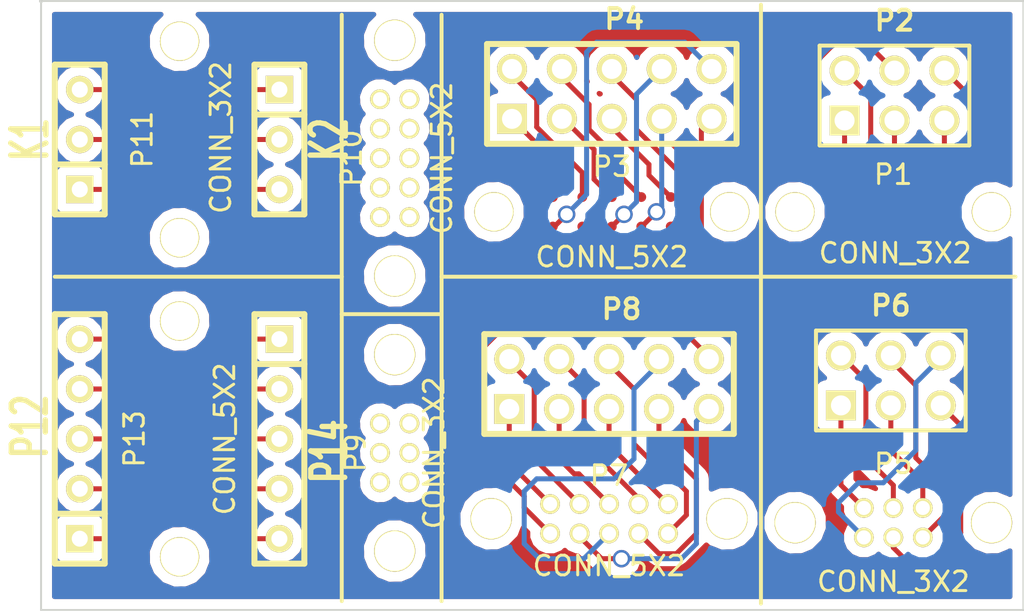
<source format=kicad_pcb>
(kicad_pcb (version 3) (host pcbnew "(2013-07-07 BZR 4022)-stable")

  (general
    (links 48)
    (no_connects 0)
    (area 11.949999 11.949999 62.050001 43.050001)
    (thickness 1.6)
    (drawings 14)
    (tracks 197)
    (zones 0)
    (modules 16)
    (nets 49)
  )

  (page A3)
  (layers
    (15 F.Cu signal)
    (0 B.Cu signal)
    (16 B.Adhes user)
    (17 F.Adhes user)
    (18 B.Paste user)
    (19 F.Paste user)
    (20 B.SilkS user)
    (21 F.SilkS user)
    (22 B.Mask user)
    (23 F.Mask user)
    (24 Dwgs.User user)
    (25 Cmts.User user)
    (26 Eco1.User user)
    (27 Eco2.User user)
    (28 Edge.Cuts user)
  )

  (setup
    (last_trace_width 0.254)
    (trace_clearance 0.254)
    (zone_clearance 0.508)
    (zone_45_only no)
    (trace_min 0.254)
    (segment_width 0.2)
    (edge_width 0.1)
    (via_size 0.889)
    (via_drill 0.635)
    (via_min_size 0.889)
    (via_min_drill 0.508)
    (uvia_size 0.508)
    (uvia_drill 0.127)
    (uvias_allowed no)
    (uvia_min_size 0.508)
    (uvia_min_drill 0.127)
    (pcb_text_width 0.3)
    (pcb_text_size 1.5 1.5)
    (mod_edge_width 0.15)
    (mod_text_size 1 1)
    (mod_text_width 0.15)
    (pad_size 2 2)
    (pad_drill 1.9)
    (pad_to_mask_clearance 0)
    (aux_axis_origin 12 12)
    (visible_elements 7FFFFFFF)
    (pcbplotparams
      (layerselection 284196865)
      (usegerberextensions true)
      (excludeedgelayer false)
      (linewidth 0.150000)
      (plotframeref false)
      (viasonmask false)
      (mode 1)
      (useauxorigin false)
      (hpglpennumber 1)
      (hpglpenspeed 20)
      (hpglpendiameter 15)
      (hpglpenoverlay 2)
      (psnegative false)
      (psa4output false)
      (plotreference false)
      (plotvalue true)
      (plotothertext false)
      (plotinvisibletext false)
      (padsonsilk false)
      (subtractmaskfromsilk false)
      (outputformat 1)
      (mirror false)
      (drillshape 0)
      (scaleselection 1)
      (outputdirectory gerber/))
  )

  (net 0 "")
  (net 1 N-0000016)
  (net 2 N-0000017)
  (net 3 N-0000018)
  (net 4 N-0000019)
  (net 5 N-0000020)
  (net 6 N-0000021)
  (net 7 N-0000022)
  (net 8 N-0000023)
  (net 9 N-0000024)
  (net 10 N-0000025)
  (net 11 N-0000026)
  (net 12 N-0000027)
  (net 13 N-0000028)
  (net 14 N-0000029)
  (net 15 N-0000030)
  (net 16 N-0000031)
  (net 17 N-0000033)
  (net 18 N-0000034)
  (net 19 N-0000035)
  (net 20 N-0000036)
  (net 21 N-0000037)
  (net 22 N-0000038)
  (net 23 N-0000039)
  (net 24 N-0000040)
  (net 25 N-0000041)
  (net 26 N-0000042)
  (net 27 N-0000043)
  (net 28 N-0000044)
  (net 29 N-0000045)
  (net 30 N-0000046)
  (net 31 N-0000047)
  (net 32 N-0000048)
  (net 33 N-0000049)
  (net 34 N-0000050)
  (net 35 N-0000051)
  (net 36 N-0000052)
  (net 37 N-0000053)
  (net 38 N-0000054)
  (net 39 N-0000055)
  (net 40 N-0000056)
  (net 41 N-0000057)
  (net 42 N-0000058)
  (net 43 N-0000059)
  (net 44 N-0000060)
  (net 45 N-0000061)
  (net 46 N-0000062)
  (net 47 N-0000063)
  (net 48 N-0000064)

  (net_class Default "This is the default net class."
    (clearance 0.254)
    (trace_width 0.254)
    (via_dia 0.889)
    (via_drill 0.635)
    (uvia_dia 0.508)
    (uvia_drill 0.127)
    (add_net "")
    (add_net N-0000016)
    (add_net N-0000017)
    (add_net N-0000018)
    (add_net N-0000019)
    (add_net N-0000020)
    (add_net N-0000021)
    (add_net N-0000022)
    (add_net N-0000023)
    (add_net N-0000024)
    (add_net N-0000025)
    (add_net N-0000026)
    (add_net N-0000027)
    (add_net N-0000028)
    (add_net N-0000029)
    (add_net N-0000030)
    (add_net N-0000031)
    (add_net N-0000033)
    (add_net N-0000034)
    (add_net N-0000035)
    (add_net N-0000036)
    (add_net N-0000037)
    (add_net N-0000038)
    (add_net N-0000039)
    (add_net N-0000040)
    (add_net N-0000041)
    (add_net N-0000042)
    (add_net N-0000043)
    (add_net N-0000044)
    (add_net N-0000045)
    (add_net N-0000046)
    (add_net N-0000047)
    (add_net N-0000048)
    (add_net N-0000049)
    (add_net N-0000050)
    (add_net N-0000051)
    (add_net N-0000052)
    (add_net N-0000053)
    (add_net N-0000054)
    (add_net N-0000055)
    (add_net N-0000056)
    (add_net N-0000057)
    (add_net N-0000058)
    (add_net N-0000059)
    (add_net N-0000060)
    (add_net N-0000061)
    (add_net N-0000062)
    (add_net N-0000063)
    (add_net N-0000064)
  )

  (module PIN_ARRAY_5x2 (layer F.Cu) (tedit 3FCF2109) (tstamp 538C5EC6)
    (at 41.05 16.73)
    (descr "Double rangee de contacts 2 x 5 pins")
    (tags CONN)
    (path /538C5D3C)
    (fp_text reference P4 (at 0.635 -3.81) (layer F.SilkS)
      (effects (font (size 1.016 1.016) (thickness 0.2032)))
    )
    (fp_text value CONN_5X2 (at 0 -3.81) (layer F.SilkS) hide
      (effects (font (size 1.016 1.016) (thickness 0.2032)))
    )
    (fp_line (start -6.35 -2.54) (end 6.35 -2.54) (layer F.SilkS) (width 0.3048))
    (fp_line (start 6.35 -2.54) (end 6.35 2.54) (layer F.SilkS) (width 0.3048))
    (fp_line (start 6.35 2.54) (end -6.35 2.54) (layer F.SilkS) (width 0.3048))
    (fp_line (start -6.35 2.54) (end -6.35 -2.54) (layer F.SilkS) (width 0.3048))
    (pad 1 thru_hole rect (at -5.08 1.27) (size 1.524 1.524) (drill 1.016)
      (layers *.Cu *.Mask F.SilkS)
      (net 39 N-0000055)
    )
    (pad 2 thru_hole circle (at -5.08 -1.27) (size 1.524 1.524) (drill 1.016)
      (layers *.Cu *.Mask F.SilkS)
      (net 32 N-0000048)
    )
    (pad 3 thru_hole circle (at -2.54 1.27) (size 1.524 1.524) (drill 1.016)
      (layers *.Cu *.Mask F.SilkS)
      (net 40 N-0000056)
    )
    (pad 4 thru_hole circle (at -2.54 -1.27) (size 1.524 1.524) (drill 1.016)
      (layers *.Cu *.Mask F.SilkS)
      (net 34 N-0000050)
    )
    (pad 5 thru_hole circle (at 0 1.27) (size 1.524 1.524) (drill 1.016)
      (layers *.Cu *.Mask F.SilkS)
      (net 38 N-0000054)
    )
    (pad 6 thru_hole circle (at 0 -1.27) (size 1.524 1.524) (drill 1.016)
      (layers *.Cu *.Mask F.SilkS)
      (net 35 N-0000051)
    )
    (pad 7 thru_hole circle (at 2.54 1.27) (size 1.524 1.524) (drill 1.016)
      (layers *.Cu *.Mask F.SilkS)
      (net 41 N-0000057)
    )
    (pad 8 thru_hole circle (at 2.54 -1.27) (size 1.524 1.524) (drill 1.016)
      (layers *.Cu *.Mask F.SilkS)
      (net 36 N-0000052)
    )
    (pad 9 thru_hole circle (at 5.08 1.27) (size 1.524 1.524) (drill 1.016)
      (layers *.Cu *.Mask F.SilkS)
      (net 42 N-0000058)
    )
    (pad 10 thru_hole circle (at 5.08 -1.27) (size 1.524 1.524) (drill 1.016)
      (layers *.Cu *.Mask F.SilkS)
      (net 37 N-0000053)
    )
    (model pin_array/pins_array_5x2.wrl
      (at (xyz 0 0 0))
      (scale (xyz 1 1 1))
      (rotate (xyz 0 0 0))
    )
  )

  (module PIN_ARRAY_5x2 (layer F.Cu) (tedit 3FCF2109) (tstamp 538C5ED8)
    (at 40.91 31.496)
    (descr "Double rangee de contacts 2 x 5 pins")
    (tags CONN)
    (path /538C5FEA)
    (fp_text reference P8 (at 0.635 -3.81) (layer F.SilkS)
      (effects (font (size 1.016 1.016) (thickness 0.2032)))
    )
    (fp_text value CONN_5X2 (at 0 -3.81) (layer F.SilkS) hide
      (effects (font (size 1.016 1.016) (thickness 0.2032)))
    )
    (fp_line (start -6.35 -2.54) (end 6.35 -2.54) (layer F.SilkS) (width 0.3048))
    (fp_line (start 6.35 -2.54) (end 6.35 2.54) (layer F.SilkS) (width 0.3048))
    (fp_line (start 6.35 2.54) (end -6.35 2.54) (layer F.SilkS) (width 0.3048))
    (fp_line (start -6.35 2.54) (end -6.35 -2.54) (layer F.SilkS) (width 0.3048))
    (pad 1 thru_hole rect (at -5.08 1.27) (size 1.524 1.524) (drill 1.016)
      (layers *.Cu *.Mask F.SilkS)
      (net 6 N-0000021)
    )
    (pad 2 thru_hole circle (at -5.08 -1.27) (size 1.524 1.524) (drill 1.016)
      (layers *.Cu *.Mask F.SilkS)
      (net 43 N-0000059)
    )
    (pad 3 thru_hole circle (at -2.54 1.27) (size 1.524 1.524) (drill 1.016)
      (layers *.Cu *.Mask F.SilkS)
      (net 13 N-0000028)
    )
    (pad 4 thru_hole circle (at -2.54 -1.27) (size 1.524 1.524) (drill 1.016)
      (layers *.Cu *.Mask F.SilkS)
      (net 8 N-0000023)
    )
    (pad 5 thru_hole circle (at 0 1.27) (size 1.524 1.524) (drill 1.016)
      (layers *.Cu *.Mask F.SilkS)
      (net 14 N-0000029)
    )
    (pad 6 thru_hole circle (at 0 -1.27) (size 1.524 1.524) (drill 1.016)
      (layers *.Cu *.Mask F.SilkS)
      (net 9 N-0000024)
    )
    (pad 7 thru_hole circle (at 2.54 1.27) (size 1.524 1.524) (drill 1.016)
      (layers *.Cu *.Mask F.SilkS)
      (net 15 N-0000030)
    )
    (pad 8 thru_hole circle (at 2.54 -1.27) (size 1.524 1.524) (drill 1.016)
      (layers *.Cu *.Mask F.SilkS)
      (net 10 N-0000025)
    )
    (pad 9 thru_hole circle (at 5.08 1.27) (size 1.524 1.524) (drill 1.016)
      (layers *.Cu *.Mask F.SilkS)
      (net 16 N-0000031)
    )
    (pad 10 thru_hole circle (at 5.08 -1.27) (size 1.524 1.524) (drill 1.016)
      (layers *.Cu *.Mask F.SilkS)
      (net 11 N-0000026)
    )
    (model pin_array/pins_array_5x2.wrl
      (at (xyz 0 0 0))
      (scale (xyz 1 1 1))
      (rotate (xyz 0 0 0))
    )
  )

  (module pin_array_3x2 (layer F.Cu) (tedit 42931587) (tstamp 538C5EE6)
    (at 55.438 16.812)
    (descr "Double rangee de contacts 2 x 4 pins")
    (tags CONN)
    (path /538C5CCB)
    (fp_text reference P2 (at 0 -3.81) (layer F.SilkS)
      (effects (font (size 1.016 1.016) (thickness 0.2032)))
    )
    (fp_text value CONN_3X2 (at 0 3.81) (layer F.SilkS) hide
      (effects (font (size 1.016 1.016) (thickness 0.2032)))
    )
    (fp_line (start 3.81 2.54) (end -3.81 2.54) (layer F.SilkS) (width 0.2032))
    (fp_line (start -3.81 -2.54) (end 3.81 -2.54) (layer F.SilkS) (width 0.2032))
    (fp_line (start 3.81 -2.54) (end 3.81 2.54) (layer F.SilkS) (width 0.2032))
    (fp_line (start -3.81 2.54) (end -3.81 -2.54) (layer F.SilkS) (width 0.2032))
    (pad 1 thru_hole rect (at -2.54 1.27) (size 1.524 1.524) (drill 1.016)
      (layers *.Cu *.Mask F.SilkS)
      (net 31 N-0000047)
    )
    (pad 2 thru_hole circle (at -2.54 -1.27) (size 1.524 1.524) (drill 1.016)
      (layers *.Cu *.Mask F.SilkS)
      (net 29 N-0000045)
    )
    (pad 3 thru_hole circle (at 0 1.27) (size 1.524 1.524) (drill 1.016)
      (layers *.Cu *.Mask F.SilkS)
      (net 27 N-0000043)
    )
    (pad 4 thru_hole circle (at 0 -1.27) (size 1.524 1.524) (drill 1.016)
      (layers *.Cu *.Mask F.SilkS)
      (net 28 N-0000044)
    )
    (pad 5 thru_hole circle (at 2.54 1.27) (size 1.524 1.524) (drill 1.016)
      (layers *.Cu *.Mask F.SilkS)
      (net 30 N-0000046)
    )
    (pad 6 thru_hole circle (at 2.54 -1.27) (size 1.524 1.524) (drill 1.016)
      (layers *.Cu *.Mask F.SilkS)
      (net 33 N-0000049)
    )
    (model pin_array/pins_array_3x2.wrl
      (at (xyz 0 0 0))
      (scale (xyz 1 1 1))
      (rotate (xyz 0 0 0))
    )
  )

  (module pin_array_3x2 (layer F.Cu) (tedit 42931587) (tstamp 538C5EF4)
    (at 55.253 31.315)
    (descr "Double rangee de contacts 2 x 4 pins")
    (tags CONN)
    (path /538C5FDE)
    (fp_text reference P6 (at 0 -3.81) (layer F.SilkS)
      (effects (font (size 1.016 1.016) (thickness 0.2032)))
    )
    (fp_text value CONN_3X2 (at 0 3.81) (layer F.SilkS) hide
      (effects (font (size 1.016 1.016) (thickness 0.2032)))
    )
    (fp_line (start 3.81 2.54) (end -3.81 2.54) (layer F.SilkS) (width 0.2032))
    (fp_line (start -3.81 -2.54) (end 3.81 -2.54) (layer F.SilkS) (width 0.2032))
    (fp_line (start 3.81 -2.54) (end 3.81 2.54) (layer F.SilkS) (width 0.2032))
    (fp_line (start -3.81 2.54) (end -3.81 -2.54) (layer F.SilkS) (width 0.2032))
    (pad 1 thru_hole rect (at -2.54 1.27) (size 1.524 1.524) (drill 1.016)
      (layers *.Cu *.Mask F.SilkS)
      (net 44 N-0000060)
    )
    (pad 2 thru_hole circle (at -2.54 -1.27) (size 1.524 1.524) (drill 1.016)
      (layers *.Cu *.Mask F.SilkS)
      (net 47 N-0000063)
    )
    (pad 3 thru_hole circle (at 0 1.27) (size 1.524 1.524) (drill 1.016)
      (layers *.Cu *.Mask F.SilkS)
      (net 45 N-0000061)
    )
    (pad 4 thru_hole circle (at 0 -1.27) (size 1.524 1.524) (drill 1.016)
      (layers *.Cu *.Mask F.SilkS)
      (net 48 N-0000064)
    )
    (pad 5 thru_hole circle (at 2.54 1.27) (size 1.524 1.524) (drill 1.016)
      (layers *.Cu *.Mask F.SilkS)
      (net 46 N-0000062)
    )
    (pad 6 thru_hole circle (at 2.54 -1.27) (size 1.524 1.524) (drill 1.016)
      (layers *.Cu *.Mask F.SilkS)
      (net 7 N-0000022)
    )
    (model pin_array/pins_array_3x2.wrl
      (at (xyz 0 0 0))
      (scale (xyz 1 1 1))
      (rotate (xyz 0 0 0))
    )
  )

  (module pure-connector-5x2-holder (layer F.Cu) (tedit 538C5A91) (tstamp 538C5F04)
    (at 40.91 38.354)
    (path /538C5FE4)
    (fp_text reference P7 (at 0 -2.2) (layer F.SilkS)
      (effects (font (size 1 1) (thickness 0.15)))
    )
    (fp_text value CONN_5X2 (at 0 2.4) (layer F.SilkS)
      (effects (font (size 1 1) (thickness 0.15)))
    )
    (pad 1 thru_hole circle (at -3 -0.75) (size 1 1) (drill 0.72)
      (layers *.Cu *.Mask F.SilkS)
      (net 6 N-0000021)
    )
    (pad 2 thru_hole circle (at -1.5 -0.75) (size 1 1) (drill 0.72)
      (layers *.Cu *.Mask F.SilkS)
      (net 43 N-0000059)
    )
    (pad 3 thru_hole circle (at 0 -0.75) (size 1 1) (drill 0.72)
      (layers *.Cu *.Mask F.SilkS)
      (net 13 N-0000028)
    )
    (pad 4 thru_hole circle (at 1.5 -0.75) (size 1 1) (drill 0.72)
      (layers *.Cu *.Mask F.SilkS)
      (net 8 N-0000023)
    )
    (pad 5 thru_hole circle (at 3 -0.75) (size 1 1) (drill 0.72)
      (layers *.Cu *.Mask F.SilkS)
      (net 14 N-0000029)
    )
    (pad 6 thru_hole circle (at 3 0.75) (size 1 1) (drill 0.72)
      (layers *.Cu *.Mask F.SilkS)
      (net 9 N-0000024)
    )
    (pad 7 thru_hole circle (at 1.5 0.75) (size 1 1) (drill 0.72)
      (layers *.Cu *.Mask F.SilkS)
      (net 15 N-0000030)
    )
    (pad 8 thru_hole circle (at 0 0.75) (size 1 1) (drill 0.72)
      (layers *.Cu *.Mask F.SilkS)
      (net 10 N-0000025)
    )
    (pad 9 thru_hole circle (at -1.5 0.75) (size 1 1) (drill 0.72)
      (layers *.Cu *.Mask F.SilkS)
      (net 16 N-0000031)
    )
    (pad 10 thru_hole circle (at -3 0.75) (size 1 1) (drill 0.72)
      (layers *.Cu *.Mask F.SilkS)
      (net 11 N-0000026)
    )
    (pad 11 thru_hole circle (at -6 0) (size 2.1 2.1) (drill 2)
      (layers *.Cu *.Mask F.SilkS)
    )
    (pad 12 thru_hole circle (at 6 0) (size 2.1 2.1) (drill 2)
      (layers *.Cu *.Mask F.SilkS)
    )
  )

  (module pure-connector-5x2-holder (layer F.Cu) (tedit 538C5A91) (tstamp 538C5F14)
    (at 30 20 90)
    (path /538C6031)
    (fp_text reference P10 (at 0 -2.2 90) (layer F.SilkS)
      (effects (font (size 1 1) (thickness 0.15)))
    )
    (fp_text value CONN_5X2 (at 0 2.4 90) (layer F.SilkS)
      (effects (font (size 1 1) (thickness 0.15)))
    )
    (pad 1 thru_hole circle (at -3 -0.75 90) (size 1 1) (drill 0.72)
      (layers *.Cu *.Mask F.SilkS)
    )
    (pad 2 thru_hole circle (at -1.5 -0.75 90) (size 1 1) (drill 0.72)
      (layers *.Cu *.Mask F.SilkS)
    )
    (pad 3 thru_hole circle (at 0 -0.75 90) (size 1 1) (drill 0.72)
      (layers *.Cu *.Mask F.SilkS)
    )
    (pad 4 thru_hole circle (at 1.5 -0.75 90) (size 1 1) (drill 0.72)
      (layers *.Cu *.Mask F.SilkS)
    )
    (pad 5 thru_hole circle (at 3 -0.75 90) (size 1 1) (drill 0.72)
      (layers *.Cu *.Mask F.SilkS)
    )
    (pad 6 thru_hole circle (at 3 0.75 90) (size 1 1) (drill 0.72)
      (layers *.Cu *.Mask F.SilkS)
    )
    (pad 7 thru_hole circle (at 1.5 0.75 90) (size 1 1) (drill 0.72)
      (layers *.Cu *.Mask F.SilkS)
    )
    (pad 8 thru_hole circle (at 0 0.75 90) (size 1 1) (drill 0.72)
      (layers *.Cu *.Mask F.SilkS)
    )
    (pad 9 thru_hole circle (at -1.5 0.75 90) (size 1 1) (drill 0.72)
      (layers *.Cu *.Mask F.SilkS)
    )
    (pad 10 thru_hole circle (at -3 0.75 90) (size 1 1) (drill 0.72)
      (layers *.Cu *.Mask F.SilkS)
    )
    (pad 11 thru_hole circle (at -6 0 90) (size 2.1 2.1) (drill 2)
      (layers *.Cu *.Mask F.SilkS)
    )
    (pad 12 thru_hole circle (at 6 0 90) (size 2.1 2.1) (drill 2)
      (layers *.Cu *.Mask F.SilkS)
    )
  )

  (module pure-connector-5x2 (layer F.Cu) (tedit 538C5C57) (tstamp 538C5F24)
    (at 41.05 22.73)
    (path /538C5D2D)
    (fp_text reference P3 (at 0 -2.3) (layer F.SilkS)
      (effects (font (size 1 1) (thickness 0.15)))
    )
    (fp_text value CONN_5X2 (at 0 2.3) (layer F.SilkS)
      (effects (font (size 1 1) (thickness 0.15)))
    )
    (pad 1 smd circle (at -3 -0.75) (size 0.5 0.5)
      (layers F.Cu F.Paste F.Mask)
      (net 39 N-0000055)
    )
    (pad 2 smd circle (at -1.5 -0.75) (size 0.5 0.5)
      (layers F.Cu F.Paste F.Mask)
      (net 32 N-0000048)
    )
    (pad 3 smd circle (at 0 -0.75) (size 0.5 0.5)
      (layers F.Cu F.Paste F.Mask)
      (net 40 N-0000056)
    )
    (pad 4 smd circle (at 1.5 -0.75) (size 0.5 0.5)
      (layers F.Cu F.Paste F.Mask)
      (net 34 N-0000050)
    )
    (pad 5 smd circle (at 3 -0.75) (size 0.5 0.5)
      (layers F.Cu F.Paste F.Mask)
      (net 38 N-0000054)
    )
    (pad 6 smd circle (at 3 0.75) (size 0.5 0.5)
      (layers F.Cu F.Paste F.Mask)
      (net 35 N-0000051)
    )
    (pad 7 smd circle (at 1.5 0.75) (size 0.5 0.5)
      (layers F.Cu F.Paste F.Mask)
      (net 41 N-0000057)
    )
    (pad 8 smd circle (at 0 0.75) (size 0.5 0.5)
      (layers F.Cu F.Paste F.Mask)
      (net 36 N-0000052)
    )
    (pad 9 smd circle (at -1.5 0.75) (size 0.5 0.5)
      (layers F.Cu F.Paste F.Mask)
      (net 42 N-0000058)
    )
    (pad 10 smd circle (at -3 0.75) (size 0.5 0.5)
      (layers F.Cu F.Paste F.Mask)
      (net 37 N-0000053)
    )
    (pad 12 thru_hole circle (at 6 0) (size 2 2) (drill 1.9)
      (layers *.Cu *.Mask F.SilkS)
    )
    (pad 11 thru_hole circle (at -6 0) (size 2 2) (drill 1.9)
      (layers *.Cu *.Mask F.SilkS)
    )
  )

  (module pure-connector-3x2-holder (layer F.Cu) (tedit 538C5F3E) (tstamp 538C5F30)
    (at 55.38 38.554)
    (path /538C5FD8)
    (fp_text reference P5 (at 0 -3) (layer F.SilkS)
      (effects (font (size 1 1) (thickness 0.15)))
    )
    (fp_text value CONN_3X2 (at 0 3) (layer F.SilkS)
      (effects (font (size 1 1) (thickness 0.15)))
    )
    (pad 1 thru_hole circle (at -1.5 -0.75) (size 1 1) (drill 0.72)
      (layers *.Cu *.Mask F.SilkS)
      (net 44 N-0000060)
    )
    (pad 2 thru_hole circle (at 0 -0.75) (size 1 1) (drill 0.72)
      (layers *.Cu *.Mask F.SilkS)
      (net 47 N-0000063)
    )
    (pad 3 thru_hole circle (at 1.5 -0.75) (size 1 1) (drill 0.72)
      (layers *.Cu *.Mask F.SilkS)
      (net 45 N-0000061)
    )
    (pad 4 thru_hole circle (at 1.5 0.75) (size 1 1) (drill 0.72)
      (layers *.Cu *.Mask F.SilkS)
      (net 48 N-0000064)
    )
    (pad 5 thru_hole circle (at 0 0.75) (size 1 1) (drill 0.72)
      (layers *.Cu *.Mask F.SilkS)
      (net 46 N-0000062)
    )
    (pad 6 thru_hole circle (at -1.5 0.75) (size 1 1) (drill 0.72)
      (layers *.Cu *.Mask F.SilkS)
      (net 7 N-0000022)
    )
    (pad 7 thru_hole circle (at -5 0) (size 2.1 2.1) (drill 2)
      (layers *.Cu *.Mask F.SilkS)
    )
    (pad 8 thru_hole circle (at 5 0) (size 2.1 2.1) (drill 2)
      (layers *.Cu *.Mask F.SilkS)
    )
  )

  (module pure-connector-3x2-holder (layer F.Cu) (tedit 538C605A) (tstamp 538C5F3C)
    (at 30 35 90)
    (path /538C6022)
    (fp_text reference P9 (at 0 -2 90) (layer F.SilkS)
      (effects (font (size 1 1) (thickness 0.15)))
    )
    (fp_text value CONN_3X2 (at 0 2 90) (layer F.SilkS)
      (effects (font (size 1 1) (thickness 0.15)))
    )
    (pad 1 thru_hole circle (at -1.5 -0.75 90) (size 1 1) (drill 0.72)
      (layers *.Cu *.Mask F.SilkS)
    )
    (pad 2 thru_hole circle (at 0 -0.75 90) (size 1 1) (drill 0.72)
      (layers *.Cu *.Mask F.SilkS)
    )
    (pad 3 thru_hole circle (at 1.5 -0.75 90) (size 1 1) (drill 0.72)
      (layers *.Cu *.Mask F.SilkS)
    )
    (pad 4 thru_hole circle (at 1.5 0.75 90) (size 1 1) (drill 0.72)
      (layers *.Cu *.Mask F.SilkS)
    )
    (pad 5 thru_hole circle (at 0 0.75 90) (size 1 1) (drill 0.72)
      (layers *.Cu *.Mask F.SilkS)
    )
    (pad 6 thru_hole circle (at -1.5 0.75 90) (size 1 1) (drill 0.72)
      (layers *.Cu *.Mask F.SilkS)
    )
    (pad 5 thru_hole circle (at -5 0 90) (size 2.1 2.1) (drill 2)
      (layers *.Cu *.Mask F.SilkS)
    )
    (pad 6 thru_hole circle (at 5 0 90) (size 2.1 2.1) (drill 2)
      (layers *.Cu *.Mask F.SilkS)
    )
  )

  (module pure-connector-3x2 (layer F.Cu) (tedit 538C601C) (tstamp 538C6198)
    (at 55.372 22.733)
    (path /538C5CB6)
    (fp_text reference P1 (at 0 -1.9) (layer F.SilkS)
      (effects (font (size 1 1) (thickness 0.15)))
    )
    (fp_text value CONN_3X2 (at 0.1 2.1) (layer F.SilkS)
      (effects (font (size 1 1) (thickness 0.15)))
    )
    (pad 1 smd circle (at -1.5 -0.75) (size 0.5 0.5)
      (layers F.Cu F.Paste F.Mask)
      (net 31 N-0000047)
    )
    (pad 2 smd circle (at 0 -0.75) (size 0.5 0.5)
      (layers F.Cu F.Paste F.Mask)
      (net 29 N-0000045)
    )
    (pad 3 smd circle (at 1.5 -0.75) (size 0.5 0.5)
      (layers F.Cu F.Paste F.Mask)
      (net 27 N-0000043)
    )
    (pad 4 smd circle (at 1.5 0.75) (size 0.5 0.5)
      (layers F.Cu F.Paste F.Mask)
      (net 28 N-0000044)
    )
    (pad 5 smd circle (at 0 0.75) (size 0.5 0.5)
      (layers F.Cu F.Paste F.Mask)
      (net 30 N-0000046)
    )
    (pad 6 smd circle (at -1.5 0.75) (size 0.5 0.5)
      (layers F.Cu F.Paste F.Mask)
      (net 33 N-0000049)
    )
    (pad 7 thru_hole circle (at -5 0) (size 2 2) (drill 1.9)
      (layers *.Cu *.Mask F.SilkS)
    )
    (pad 8 thru_hole circle (at 5 0) (size 2 2) (drill 1.9)
      (layers *.Cu *.Mask F.SilkS)
    )
  )

  (module SIL-5 (layer F.Cu) (tedit 200000) (tstamp 538C6C8B)
    (at 13.97 33.02 90)
    (descr "Connecteur 5 pins")
    (tags "CONN DEV")
    (path /538C6BEF)
    (fp_text reference P12 (at -0.635 -2.54 90) (layer F.SilkS)
      (effects (font (size 1.72974 1.08712) (thickness 0.3048)))
    )
    (fp_text value CONN_5 (at 0 -2.54 90) (layer F.SilkS) hide
      (effects (font (size 1.524 1.016) (thickness 0.3048)))
    )
    (fp_line (start -7.62 1.27) (end -7.62 -1.27) (layer F.SilkS) (width 0.3048))
    (fp_line (start -7.62 -1.27) (end 5.08 -1.27) (layer F.SilkS) (width 0.3048))
    (fp_line (start 5.08 -1.27) (end 5.08 1.27) (layer F.SilkS) (width 0.3048))
    (fp_line (start 5.08 1.27) (end -7.62 1.27) (layer F.SilkS) (width 0.3048))
    (fp_line (start -5.08 1.27) (end -5.08 -1.27) (layer F.SilkS) (width 0.3048))
    (pad 1 thru_hole rect (at -6.35 0 90) (size 1.397 1.397) (drill 0.8128)
      (layers *.Cu *.Mask F.SilkS)
      (net 26 N-0000042)
    )
    (pad 2 thru_hole circle (at -3.81 0 90) (size 1.397 1.397) (drill 0.8128)
      (layers *.Cu *.Mask F.SilkS)
      (net 17 N-0000033)
    )
    (pad 3 thru_hole circle (at -1.27 0 90) (size 1.397 1.397) (drill 0.8128)
      (layers *.Cu *.Mask F.SilkS)
      (net 18 N-0000034)
    )
    (pad 4 thru_hole circle (at 1.27 0 90) (size 1.397 1.397) (drill 0.8128)
      (layers *.Cu *.Mask F.SilkS)
      (net 19 N-0000035)
    )
    (pad 5 thru_hole circle (at 3.81 0 90) (size 1.397 1.397) (drill 0.8128)
      (layers *.Cu *.Mask F.SilkS)
      (net 20 N-0000036)
    )
  )

  (module SIL-5 (layer F.Cu) (tedit 200000) (tstamp 538C6C99)
    (at 24.13 35.56 270)
    (descr "Connecteur 5 pins")
    (tags "CONN DEV")
    (path /538C6BFE)
    (fp_text reference P14 (at -0.635 -2.54 270) (layer F.SilkS)
      (effects (font (size 1.72974 1.08712) (thickness 0.3048)))
    )
    (fp_text value CONN_5 (at 0 -2.54 270) (layer F.SilkS) hide
      (effects (font (size 1.524 1.016) (thickness 0.3048)))
    )
    (fp_line (start -7.62 1.27) (end -7.62 -1.27) (layer F.SilkS) (width 0.3048))
    (fp_line (start -7.62 -1.27) (end 5.08 -1.27) (layer F.SilkS) (width 0.3048))
    (fp_line (start 5.08 -1.27) (end 5.08 1.27) (layer F.SilkS) (width 0.3048))
    (fp_line (start 5.08 1.27) (end -7.62 1.27) (layer F.SilkS) (width 0.3048))
    (fp_line (start -5.08 1.27) (end -5.08 -1.27) (layer F.SilkS) (width 0.3048))
    (pad 1 thru_hole rect (at -6.35 0 270) (size 1.397 1.397) (drill 0.8128)
      (layers *.Cu *.Mask F.SilkS)
      (net 2 N-0000017)
    )
    (pad 2 thru_hole circle (at -3.81 0 270) (size 1.397 1.397) (drill 0.8128)
      (layers *.Cu *.Mask F.SilkS)
      (net 21 N-0000037)
    )
    (pad 3 thru_hole circle (at -1.27 0 270) (size 1.397 1.397) (drill 0.8128)
      (layers *.Cu *.Mask F.SilkS)
      (net 22 N-0000038)
    )
    (pad 4 thru_hole circle (at 1.27 0 270) (size 1.397 1.397) (drill 0.8128)
      (layers *.Cu *.Mask F.SilkS)
      (net 23 N-0000039)
    )
    (pad 5 thru_hole circle (at 3.81 0 270) (size 1.397 1.397) (drill 0.8128)
      (layers *.Cu *.Mask F.SilkS)
      (net 3 N-0000018)
    )
  )

  (module SIL-3 (layer F.Cu) (tedit 200000) (tstamp 538C6CA5)
    (at 13.97 19.05 90)
    (descr "Connecteur 3 pins")
    (tags "CONN DEV")
    (path /538C6A8A)
    (fp_text reference K1 (at 0 -2.54 90) (layer F.SilkS)
      (effects (font (size 1.7907 1.07696) (thickness 0.3048)))
    )
    (fp_text value CONN_3 (at 0 -2.54 90) (layer F.SilkS) hide
      (effects (font (size 1.524 1.016) (thickness 0.3048)))
    )
    (fp_line (start -3.81 1.27) (end -3.81 -1.27) (layer F.SilkS) (width 0.3048))
    (fp_line (start -3.81 -1.27) (end 3.81 -1.27) (layer F.SilkS) (width 0.3048))
    (fp_line (start 3.81 -1.27) (end 3.81 1.27) (layer F.SilkS) (width 0.3048))
    (fp_line (start 3.81 1.27) (end -3.81 1.27) (layer F.SilkS) (width 0.3048))
    (fp_line (start -1.27 -1.27) (end -1.27 1.27) (layer F.SilkS) (width 0.3048))
    (pad 1 thru_hole rect (at -2.54 0 90) (size 1.397 1.397) (drill 0.8128)
      (layers *.Cu *.Mask F.SilkS)
      (net 4 N-0000019)
    )
    (pad 2 thru_hole circle (at 0 0 90) (size 1.397 1.397) (drill 0.8128)
      (layers *.Cu *.Mask F.SilkS)
      (net 5 N-0000020)
    )
    (pad 3 thru_hole circle (at 2.54 0 90) (size 1.397 1.397) (drill 0.8128)
      (layers *.Cu *.Mask F.SilkS)
      (net 12 N-0000027)
    )
  )

  (module SIL-3 (layer F.Cu) (tedit 200000) (tstamp 538C6CB1)
    (at 24.13 19.05 270)
    (descr "Connecteur 3 pins")
    (tags "CONN DEV")
    (path /538C6A99)
    (fp_text reference K2 (at 0 -2.54 270) (layer F.SilkS)
      (effects (font (size 1.7907 1.07696) (thickness 0.3048)))
    )
    (fp_text value CONN_3 (at 0 -2.54 270) (layer F.SilkS) hide
      (effects (font (size 1.524 1.016) (thickness 0.3048)))
    )
    (fp_line (start -3.81 1.27) (end -3.81 -1.27) (layer F.SilkS) (width 0.3048))
    (fp_line (start -3.81 -1.27) (end 3.81 -1.27) (layer F.SilkS) (width 0.3048))
    (fp_line (start 3.81 -1.27) (end 3.81 1.27) (layer F.SilkS) (width 0.3048))
    (fp_line (start 3.81 1.27) (end -3.81 1.27) (layer F.SilkS) (width 0.3048))
    (fp_line (start -1.27 -1.27) (end -1.27 1.27) (layer F.SilkS) (width 0.3048))
    (pad 1 thru_hole rect (at -2.54 0 270) (size 1.397 1.397) (drill 0.8128)
      (layers *.Cu *.Mask F.SilkS)
      (net 24 N-0000040)
    )
    (pad 2 thru_hole circle (at 0 0 270) (size 1.397 1.397) (drill 0.8128)
      (layers *.Cu *.Mask F.SilkS)
      (net 25 N-0000041)
    )
    (pad 3 thru_hole circle (at 2.54 0 270) (size 1.397 1.397) (drill 0.8128)
      (layers *.Cu *.Mask F.SilkS)
      (net 1 N-0000016)
    )
  )

  (module pure-connector-5x2 (layer F.Cu) (tedit 538C5C57) (tstamp 538C6CC1)
    (at 19.05 34.29 90)
    (path /538C6A72)
    (fp_text reference P13 (at 0 -2.3 90) (layer F.SilkS)
      (effects (font (size 1 1) (thickness 0.15)))
    )
    (fp_text value CONN_5X2 (at 0 2.3 90) (layer F.SilkS)
      (effects (font (size 1 1) (thickness 0.15)))
    )
    (pad 1 smd circle (at -3 -0.75 90) (size 0.5 0.5)
      (layers F.Cu F.Paste F.Mask)
      (net 26 N-0000042)
    )
    (pad 2 smd circle (at -1.5 -0.75 90) (size 0.5 0.5)
      (layers F.Cu F.Paste F.Mask)
      (net 17 N-0000033)
    )
    (pad 3 smd circle (at 0 -0.75 90) (size 0.5 0.5)
      (layers F.Cu F.Paste F.Mask)
      (net 18 N-0000034)
    )
    (pad 4 smd circle (at 1.5 -0.75 90) (size 0.5 0.5)
      (layers F.Cu F.Paste F.Mask)
      (net 19 N-0000035)
    )
    (pad 5 smd circle (at 3 -0.75 90) (size 0.5 0.5)
      (layers F.Cu F.Paste F.Mask)
      (net 20 N-0000036)
    )
    (pad 6 smd circle (at 3 0.75 90) (size 0.5 0.5)
      (layers F.Cu F.Paste F.Mask)
      (net 2 N-0000017)
    )
    (pad 7 smd circle (at 1.5 0.75 90) (size 0.5 0.5)
      (layers F.Cu F.Paste F.Mask)
      (net 21 N-0000037)
    )
    (pad 8 smd circle (at 0 0.75 90) (size 0.5 0.5)
      (layers F.Cu F.Paste F.Mask)
      (net 22 N-0000038)
    )
    (pad 9 smd circle (at -1.5 0.75 90) (size 0.5 0.5)
      (layers F.Cu F.Paste F.Mask)
      (net 23 N-0000039)
    )
    (pad 10 smd circle (at -3 0.75 90) (size 0.5 0.5)
      (layers F.Cu F.Paste F.Mask)
      (net 3 N-0000018)
    )
    (pad 12 thru_hole circle (at 6 0 90) (size 2 2) (drill 1.9)
      (layers *.Cu *.Mask F.SilkS)
    )
    (pad 11 thru_hole circle (at -6 0 90) (size 2 2) (drill 1.9)
      (layers *.Cu *.Mask F.SilkS)
    )
  )

  (module pure-connector-3x2 (layer F.Cu) (tedit 538C601C) (tstamp 538C6CCD)
    (at 19.05 19.05 90)
    (path /538C6A63)
    (fp_text reference P11 (at 0 -1.9 90) (layer F.SilkS)
      (effects (font (size 1 1) (thickness 0.15)))
    )
    (fp_text value CONN_3X2 (at 0.1 2.1 90) (layer F.SilkS)
      (effects (font (size 1 1) (thickness 0.15)))
    )
    (pad 1 smd circle (at -1.5 -0.75 90) (size 0.5 0.5)
      (layers F.Cu F.Paste F.Mask)
      (net 4 N-0000019)
    )
    (pad 2 smd circle (at 0 -0.75 90) (size 0.5 0.5)
      (layers F.Cu F.Paste F.Mask)
      (net 5 N-0000020)
    )
    (pad 3 smd circle (at 1.5 -0.75 90) (size 0.5 0.5)
      (layers F.Cu F.Paste F.Mask)
      (net 12 N-0000027)
    )
    (pad 4 smd circle (at 1.5 0.75 90) (size 0.5 0.5)
      (layers F.Cu F.Paste F.Mask)
      (net 24 N-0000040)
    )
    (pad 5 smd circle (at 0 0.75 90) (size 0.5 0.5)
      (layers F.Cu F.Paste F.Mask)
      (net 25 N-0000041)
    )
    (pad 6 smd circle (at -1.5 0.75 90) (size 0.5 0.5)
      (layers F.Cu F.Paste F.Mask)
      (net 1 N-0000016)
    )
    (pad 7 thru_hole circle (at -5 0 90) (size 2 2) (drill 1.9)
      (layers *.Cu *.Mask F.SilkS)
    )
    (pad 8 thru_hole circle (at 5 0 90) (size 2 2) (drill 1.9)
      (layers *.Cu *.Mask F.SilkS)
    )
  )

  (target plus (at 12 12) (size 0.005) (width 0.1) (layer Edge.Cuts))
  (target plus (at 12 12) (size 0.005) (width 0.1) (layer Edge.Cuts))
  (target plus (at 12 12) (size 0.005) (width 0.1) (layer Edge.Cuts))
  (gr_line (start 48.641 12.192) (end 48.641 42.672) (angle 90) (layer F.SilkS) (width 0.2))
  (gr_line (start 32.385 26.035) (end 61.595 26.035) (angle 90) (layer F.SilkS) (width 0.2))
  (gr_line (start 27.305 27.94) (end 32.385 27.94) (angle 90) (layer F.SilkS) (width 0.2))
  (gr_line (start 32.385 12.7) (end 32.385 42.545) (angle 90) (layer F.SilkS) (width 0.2))
  (gr_line (start 27.305 26.035) (end 27.305 12.7) (angle 90) (layer F.SilkS) (width 0.2))
  (gr_line (start 27.305 26.035) (end 27.305 42.545) (angle 90) (layer F.SilkS) (width 0.2))
  (gr_line (start 12.7 26.035) (end 27.305 26.035) (angle 90) (layer F.SilkS) (width 0.2))
  (gr_line (start 12 43) (end 12 12) (angle 90) (layer Edge.Cuts) (width 0.1))
  (gr_line (start 62 43) (end 12 43) (angle 90) (layer Edge.Cuts) (width 0.1))
  (gr_line (start 62 12) (end 62 43) (angle 90) (layer Edge.Cuts) (width 0.1))
  (gr_line (start 12 12) (end 62 12) (angle 90) (layer Edge.Cuts) (width 0.1))

  (segment (start 24.13 21.59) (end 20.84 21.59) (width 0.254) (layer F.Cu) (net 1))
  (segment (start 20.84 21.59) (end 19.8 20.55) (width 0.254) (layer F.Cu) (net 1) (tstamp 538C73E4))
  (segment (start 24.13 29.21) (end 21.88 29.21) (width 0.254) (layer F.Cu) (net 2))
  (segment (start 21.88 29.21) (end 19.8 31.29) (width 0.254) (layer F.Cu) (net 2) (tstamp 538C7408))
  (segment (start 24.13 39.37) (end 21.88 39.37) (width 0.254) (layer F.Cu) (net 3))
  (segment (start 21.88 39.37) (end 19.8 37.29) (width 0.254) (layer F.Cu) (net 3) (tstamp 538C73FA))
  (segment (start 13.97 21.59) (end 17.26 21.59) (width 0.254) (layer F.Cu) (net 4))
  (segment (start 17.26 21.59) (end 18.3 20.55) (width 0.254) (layer F.Cu) (net 4) (tstamp 538C73D9))
  (segment (start 13.97 19.05) (end 18.3 19.05) (width 0.254) (layer F.Cu) (net 5))
  (segment (start 35.83 32.766) (end 35.83 35.524) (width 0.254) (layer F.Cu) (net 6))
  (segment (start 35.83 35.524) (end 37.91 37.604) (width 0.254) (layer F.Cu) (net 6) (tstamp 538C64DE))
  (segment (start 57.793 30.045) (end 57.793 30.172) (width 0.254) (layer B.Cu) (net 7))
  (segment (start 52.586 38.01) (end 53.88 39.304) (width 0.254) (layer B.Cu) (net 7) (tstamp 538C70C4))
  (segment (start 52.586 37.538) (end 52.586 38.01) (width 0.254) (layer B.Cu) (net 7) (tstamp 538C70C2))
  (segment (start 53.602 36.522) (end 52.586 37.538) (width 0.254) (layer B.Cu) (net 7) (tstamp 538C70C0))
  (segment (start 54.872 36.522) (end 53.602 36.522) (width 0.254) (layer B.Cu) (net 7) (tstamp 538C70BE))
  (segment (start 56.523 34.871) (end 54.872 36.522) (width 0.254) (layer B.Cu) (net 7) (tstamp 538C70BC))
  (segment (start 56.523 31.442) (end 56.523 34.871) (width 0.254) (layer B.Cu) (net 7) (tstamp 538C70BA))
  (segment (start 57.793 30.172) (end 56.523 31.442) (width 0.254) (layer B.Cu) (net 7) (tstamp 538C70B9))
  (segment (start 38.37 30.226) (end 39.64 31.496) (width 0.254) (layer F.Cu) (net 8))
  (segment (start 42.41 37.314) (end 42.41 37.604) (width 0.254) (layer F.Cu) (net 8) (tstamp 538C64F2))
  (segment (start 39.64 34.544) (end 42.41 37.314) (width 0.254) (layer F.Cu) (net 8) (tstamp 538C64F1))
  (segment (start 39.64 31.496) (end 39.64 34.544) (width 0.254) (layer F.Cu) (net 8) (tstamp 538C64EF))
  (segment (start 40.91 30.226) (end 40.91 30.48) (width 0.254) (layer F.Cu) (net 9))
  (segment (start 44.847 38.167) (end 43.91 39.104) (width 0.254) (layer F.Cu) (net 9) (tstamp 538C6546))
  (segment (start 44.847 36.957) (end 44.847 38.167) (width 0.254) (layer F.Cu) (net 9) (tstamp 538C6544))
  (segment (start 44.085 36.195) (end 44.847 36.957) (width 0.254) (layer F.Cu) (net 9) (tstamp 538C6543))
  (segment (start 43.831 36.195) (end 44.085 36.195) (width 0.254) (layer F.Cu) (net 9) (tstamp 538C6542))
  (segment (start 42.18 34.544) (end 43.831 36.195) (width 0.254) (layer F.Cu) (net 9) (tstamp 538C6540))
  (segment (start 42.18 31.75) (end 42.18 34.544) (width 0.254) (layer F.Cu) (net 9) (tstamp 538C653D))
  (segment (start 40.91 30.48) (end 42.18 31.75) (width 0.254) (layer F.Cu) (net 9) (tstamp 538C653B))
  (segment (start 43.45 30.226) (end 43.45 30.48) (width 0.254) (layer B.Cu) (net 10))
  (segment (start 39.628 40.386) (end 40.91 39.104) (width 0.254) (layer B.Cu) (net 10) (tstamp 538C65CA))
  (segment (start 37.354 40.386) (end 39.628 40.386) (width 0.254) (layer B.Cu) (net 10) (tstamp 538C65C8))
  (segment (start 36.592 39.624) (end 37.354 40.386) (width 0.254) (layer B.Cu) (net 10) (tstamp 538C65C7))
  (segment (start 36.592 36.957) (end 36.592 39.624) (width 0.254) (layer B.Cu) (net 10) (tstamp 538C65C5))
  (segment (start 37.227 36.322) (end 36.592 36.957) (width 0.254) (layer B.Cu) (net 10) (tstamp 538C65C4))
  (segment (start 41.164 36.322) (end 37.227 36.322) (width 0.254) (layer B.Cu) (net 10) (tstamp 538C65C2))
  (segment (start 42.18 35.306) (end 41.164 36.322) (width 0.254) (layer B.Cu) (net 10) (tstamp 538C65C1))
  (segment (start 42.18 31.75) (end 42.18 35.306) (width 0.254) (layer B.Cu) (net 10) (tstamp 538C65BD))
  (segment (start 43.45 30.48) (end 42.18 31.75) (width 0.254) (layer B.Cu) (net 10) (tstamp 538C65BB))
  (segment (start 45.99 30.226) (end 45.99 30.099) (width 0.254) (layer F.Cu) (net 11))
  (segment (start 36.592 37.786) (end 37.91 39.104) (width 0.254) (layer F.Cu) (net 11) (tstamp 538C651A))
  (segment (start 36.592 37.211) (end 36.592 37.786) (width 0.254) (layer F.Cu) (net 11) (tstamp 538C6518))
  (segment (start 34.433 35.052) (end 36.592 37.211) (width 0.254) (layer F.Cu) (net 11) (tstamp 538C6516))
  (segment (start 34.433 29.718) (end 34.433 35.052) (width 0.254) (layer F.Cu) (net 11) (tstamp 538C6513))
  (segment (start 35.195 28.956) (end 34.433 29.718) (width 0.254) (layer F.Cu) (net 11) (tstamp 538C6512))
  (segment (start 44.847 28.956) (end 35.195 28.956) (width 0.254) (layer F.Cu) (net 11) (tstamp 538C650F))
  (segment (start 45.99 30.099) (end 44.847 28.956) (width 0.254) (layer F.Cu) (net 11) (tstamp 538C650E))
  (segment (start 13.97 16.51) (end 17.26 16.51) (width 0.254) (layer F.Cu) (net 12))
  (segment (start 17.26 16.51) (end 18.3 17.55) (width 0.254) (layer F.Cu) (net 12) (tstamp 538C73D3))
  (segment (start 38.37 32.766) (end 38.37 35.306) (width 0.254) (layer F.Cu) (net 13))
  (segment (start 39.374 36.068) (end 40.91 37.604) (width 0.254) (layer F.Cu) (net 13) (tstamp 538C64EC))
  (segment (start 39.132 36.068) (end 39.374 36.068) (width 0.254) (layer F.Cu) (net 13) (tstamp 538C64EB))
  (segment (start 38.37 35.306) (end 39.132 36.068) (width 0.254) (layer F.Cu) (net 13) (tstamp 538C64E9))
  (segment (start 40.91 32.766) (end 40.91 34.604) (width 0.254) (layer F.Cu) (net 14))
  (segment (start 40.91 34.604) (end 43.91 37.604) (width 0.254) (layer F.Cu) (net 14) (tstamp 538C64FA))
  (segment (start 42.41 39.104) (end 42.422 39.104) (width 0.254) (layer F.Cu) (net 15))
  (segment (start 43.45 34.417) (end 43.45 32.766) (width 0.254) (layer F.Cu) (net 15) (tstamp 538C65B0))
  (segment (start 45.355002 36.322002) (end 43.45 34.417) (width 0.254) (layer F.Cu) (net 15) (tstamp 538C65AF))
  (segment (start 45.355002 39.115998) (end 45.355002 36.322002) (width 0.254) (layer F.Cu) (net 15) (tstamp 538C65A8))
  (segment (start 44.339 40.132) (end 45.355002 39.115998) (width 0.254) (layer F.Cu) (net 15) (tstamp 538C65A7))
  (segment (start 43.45 40.132) (end 44.339 40.132) (width 0.254) (layer F.Cu) (net 15) (tstamp 538C65A5))
  (segment (start 42.422 39.104) (end 43.45 40.132) (width 0.254) (layer F.Cu) (net 15) (tstamp 538C65A2))
  (segment (start 39.41 39.104) (end 39.41 39.267) (width 0.254) (layer F.Cu) (net 16))
  (segment (start 45.355 33.401) (end 45.99 32.766) (width 0.254) (layer B.Cu) (net 16) (tstamp 538C65E4))
  (segment (start 45.355 39.624) (end 45.355 33.401) (width 0.254) (layer B.Cu) (net 16) (tstamp 538C65E0))
  (segment (start 44.593 40.386) (end 45.355 39.624) (width 0.254) (layer B.Cu) (net 16) (tstamp 538C65DF))
  (segment (start 41.545 40.386) (end 44.593 40.386) (width 0.254) (layer B.Cu) (net 16) (tstamp 538C65DE))
  (via (at 41.545 40.386) (size 0.889) (layers F.Cu B.Cu) (net 16))
  (segment (start 40.529 40.386) (end 41.545 40.386) (width 0.254) (layer F.Cu) (net 16) (tstamp 538C65D9))
  (segment (start 39.41 39.267) (end 40.529 40.386) (width 0.254) (layer F.Cu) (net 16) (tstamp 538C65D6))
  (segment (start 13.97 36.83) (end 17.26 36.83) (width 0.254) (layer F.Cu) (net 17))
  (segment (start 17.26 36.83) (end 18.3 35.79) (width 0.254) (layer F.Cu) (net 17) (tstamp 538C73F2))
  (segment (start 13.97 34.29) (end 18.3 34.29) (width 0.254) (layer F.Cu) (net 18))
  (segment (start 13.97 31.75) (end 17.26 31.75) (width 0.254) (layer F.Cu) (net 19))
  (segment (start 17.26 31.75) (end 18.3 32.79) (width 0.254) (layer F.Cu) (net 19) (tstamp 538C73EC))
  (segment (start 13.97 29.21) (end 16.22 29.21) (width 0.254) (layer F.Cu) (net 20))
  (segment (start 16.22 29.21) (end 18.3 31.29) (width 0.254) (layer F.Cu) (net 20) (tstamp 538C73E8))
  (segment (start 24.13 31.75) (end 20.84 31.75) (width 0.254) (layer F.Cu) (net 21))
  (segment (start 20.84 31.75) (end 19.8 32.79) (width 0.254) (layer F.Cu) (net 21) (tstamp 538C7404))
  (segment (start 24.13 34.29) (end 19.8 34.29) (width 0.254) (layer F.Cu) (net 22))
  (segment (start 24.13 36.83) (end 20.84 36.83) (width 0.254) (layer F.Cu) (net 23))
  (segment (start 20.84 36.83) (end 19.8 35.79) (width 0.254) (layer F.Cu) (net 23) (tstamp 538C73FE))
  (segment (start 24.13 16.51) (end 20.84 16.51) (width 0.254) (layer F.Cu) (net 24))
  (segment (start 20.84 16.51) (end 19.8 17.55) (width 0.254) (layer F.Cu) (net 24) (tstamp 538C73DD))
  (segment (start 24.13 19.05) (end 19.8 19.05) (width 0.254) (layer F.Cu) (net 25))
  (segment (start 13.97 39.37) (end 16.22 39.37) (width 0.254) (layer F.Cu) (net 26))
  (segment (start 16.22 39.37) (end 18.3 37.29) (width 0.254) (layer F.Cu) (net 26) (tstamp 538C73F6))
  (segment (start 55.438 18.082) (end 55.438 20.549) (width 0.254) (layer F.Cu) (net 27))
  (segment (start 55.438 20.549) (end 56.872 21.983) (width 0.254) (layer F.Cu) (net 27) (tstamp 538C6656))
  (segment (start 56.872 23.483) (end 56.757 23.483) (width 0.254) (layer F.Cu) (net 28))
  (segment (start 55.42 15.542) (end 55.438 15.542) (width 0.254) (layer F.Cu) (net 28) (tstamp 538C66D6))
  (segment (start 54.102 14.224) (end 55.42 15.542) (width 0.254) (layer F.Cu) (net 28) (tstamp 538C66D5))
  (segment (start 52.324 14.224) (end 54.102 14.224) (width 0.254) (layer F.Cu) (net 28) (tstamp 538C66D4))
  (segment (start 51.562 14.986) (end 52.324 14.224) (width 0.254) (layer F.Cu) (net 28) (tstamp 538C66D3))
  (segment (start 51.562 21.082) (end 51.562 14.986) (width 0.254) (layer F.Cu) (net 28) (tstamp 538C66CE))
  (segment (start 53.213 22.733) (end 51.562 21.082) (width 0.254) (layer F.Cu) (net 28) (tstamp 538C66CC))
  (segment (start 56.007 22.733) (end 53.213 22.733) (width 0.254) (layer F.Cu) (net 28) (tstamp 538C66CA))
  (segment (start 56.757 23.483) (end 56.007 22.733) (width 0.254) (layer F.Cu) (net 28) (tstamp 538C66C8))
  (segment (start 52.898 15.542) (end 52.898 15.56) (width 0.254) (layer F.Cu) (net 29))
  (segment (start 54.229 20.84) (end 55.372 21.983) (width 0.254) (layer F.Cu) (net 29) (tstamp 538C6652))
  (segment (start 54.229 16.891) (end 54.229 20.84) (width 0.254) (layer F.Cu) (net 29) (tstamp 538C664E))
  (segment (start 52.898 15.56) (end 54.229 16.891) (width 0.254) (layer F.Cu) (net 29) (tstamp 538C664D))
  (segment (start 55.372 23.483) (end 55.372 23.749) (width 0.254) (layer F.Cu) (net 30))
  (segment (start 57.978 23.683) (end 57.978 18.082) (width 0.254) (layer F.Cu) (net 30) (tstamp 538C6668))
  (segment (start 57.277 24.384) (end 57.978 23.683) (width 0.254) (layer F.Cu) (net 30) (tstamp 538C6666))
  (segment (start 56.007 24.384) (end 57.277 24.384) (width 0.254) (layer F.Cu) (net 30) (tstamp 538C6664))
  (segment (start 55.372 23.749) (end 56.007 24.384) (width 0.254) (layer F.Cu) (net 30) (tstamp 538C6660))
  (segment (start 53.872 21.983) (end 53.352 21.983) (width 0.254) (layer F.Cu) (net 31))
  (segment (start 52.898 21.529) (end 52.898 18.082) (width 0.254) (layer F.Cu) (net 31) (tstamp 538C664A))
  (segment (start 53.352 21.983) (end 52.898 21.529) (width 0.254) (layer F.Cu) (net 31) (tstamp 538C6647))
  (segment (start 35.97 15.46) (end 35.97 15.761) (width 0.254) (layer F.Cu) (net 32))
  (segment (start 39.55 20.738) (end 39.55 21.98) (width 0.254) (layer F.Cu) (net 32) (tstamp 538C63DC))
  (segment (start 37.227 18.415) (end 39.55 20.738) (width 0.254) (layer F.Cu) (net 32) (tstamp 538C63D7))
  (segment (start 37.227 17.018) (end 37.227 18.415) (width 0.254) (layer F.Cu) (net 32) (tstamp 538C63D3))
  (segment (start 35.97 15.761) (end 37.227 17.018) (width 0.254) (layer F.Cu) (net 32) (tstamp 538C63CF))
  (segment (start 53.872 23.483) (end 54.09 23.483) (width 0.254) (layer F.Cu) (net 33))
  (segment (start 59.563 17.127) (end 57.978 15.542) (width 0.254) (layer F.Cu) (net 33) (tstamp 538C667C))
  (segment (start 59.563 18.796) (end 59.563 17.127) (width 0.254) (layer F.Cu) (net 33) (tstamp 538C667B))
  (segment (start 58.674 19.685) (end 59.563 18.796) (width 0.254) (layer F.Cu) (net 33) (tstamp 538C667A))
  (segment (start 58.674 24.003) (end 58.674 19.685) (width 0.254) (layer F.Cu) (net 33) (tstamp 538C6678))
  (segment (start 57.658 25.019) (end 58.674 24.003) (width 0.254) (layer F.Cu) (net 33) (tstamp 538C6676))
  (segment (start 55.626 25.019) (end 57.658 25.019) (width 0.254) (layer F.Cu) (net 33) (tstamp 538C6671))
  (segment (start 54.09 23.483) (end 55.626 25.019) (width 0.254) (layer F.Cu) (net 33) (tstamp 538C666F))
  (segment (start 38.51 15.46) (end 38.51 15.888) (width 0.254) (layer F.Cu) (net 34))
  (segment (start 41.418 20.848) (end 42.55 21.98) (width 0.254) (layer F.Cu) (net 34) (tstamp 538C638F))
  (segment (start 41.418 20.066) (end 41.418 20.848) (width 0.254) (layer F.Cu) (net 34) (tstamp 538C638D))
  (segment (start 39.894 18.542) (end 41.418 20.066) (width 0.254) (layer F.Cu) (net 34) (tstamp 538C6389))
  (segment (start 39.894 17.272) (end 39.894 18.542) (width 0.254) (layer F.Cu) (net 34) (tstamp 538C6380))
  (segment (start 38.51 15.888) (end 39.894 17.272) (width 0.254) (layer F.Cu) (net 34) (tstamp 538C637E))
  (segment (start 41.05 15.46) (end 41.05 15.761) (width 0.254) (layer F.Cu) (net 35))
  (segment (start 44.974 22.556) (end 44.05 23.48) (width 0.254) (layer F.Cu) (net 35) (tstamp 538C63B7))
  (segment (start 44.974 21.209) (end 44.974 22.556) (width 0.254) (layer F.Cu) (net 35) (tstamp 538C63B3))
  (segment (start 42.307 18.542) (end 44.974 21.209) (width 0.254) (layer F.Cu) (net 35) (tstamp 538C63B0))
  (segment (start 42.307 17.018) (end 42.307 18.542) (width 0.254) (layer F.Cu) (net 35) (tstamp 538C63AD))
  (segment (start 41.05 15.761) (end 42.307 17.018) (width 0.254) (layer F.Cu) (net 35) (tstamp 538C63AB))
  (segment (start 41.05 23.48) (end 41.052 23.48) (width 0.254) (layer F.Cu) (net 36))
  (segment (start 42.307 16.743) (end 43.59 15.46) (width 0.254) (layer B.Cu) (net 36) (tstamp 538C6484))
  (segment (start 42.307 22.225) (end 42.307 16.743) (width 0.254) (layer B.Cu) (net 36) (tstamp 538C647F))
  (segment (start 41.672 22.86) (end 42.307 22.225) (width 0.254) (layer B.Cu) (net 36) (tstamp 538C647E))
  (via (at 41.672 22.86) (size 0.889) (layers F.Cu B.Cu) (net 36))
  (segment (start 41.052 23.48) (end 41.672 22.86) (width 0.254) (layer F.Cu) (net 36) (tstamp 538C6477))
  (segment (start 38.05 23.48) (end 38.131 23.48) (width 0.254) (layer F.Cu) (net 37))
  (segment (start 44.767 14.097) (end 46.13 15.46) (width 0.254) (layer B.Cu) (net 37) (tstamp 538C6448))
  (segment (start 40.275 14.097) (end 44.767 14.097) (width 0.254) (layer B.Cu) (net 37) (tstamp 538C6445))
  (segment (start 39.767 14.605) (end 40.275 14.097) (width 0.254) (layer B.Cu) (net 37) (tstamp 538C6442))
  (segment (start 39.767 21.844) (end 39.767 14.605) (width 0.254) (layer B.Cu) (net 37) (tstamp 538C6439))
  (segment (start 38.751 22.86) (end 39.767 21.844) (width 0.254) (layer B.Cu) (net 37) (tstamp 538C6438))
  (via (at 38.751 22.86) (size 0.889) (layers F.Cu B.Cu) (net 37))
  (segment (start 38.131 23.48) (end 38.751 22.86) (width 0.254) (layer F.Cu) (net 37) (tstamp 538C6428))
  (segment (start 41.05 18) (end 41.05 18.428) (width 0.254) (layer F.Cu) (net 38))
  (segment (start 42.942 20.872) (end 44.05 21.98) (width 0.254) (layer F.Cu) (net 38) (tstamp 538C6395))
  (segment (start 42.942 20.32) (end 42.942 20.872) (width 0.254) (layer F.Cu) (net 38) (tstamp 538C6394))
  (segment (start 41.05 18.428) (end 42.942 20.32) (width 0.254) (layer F.Cu) (net 38) (tstamp 538C6393))
  (segment (start 38.05 21.98) (end 38.05 20.08) (width 0.254) (layer F.Cu) (net 39))
  (segment (start 38.05 20.08) (end 35.97 18) (width 0.254) (layer F.Cu) (net 39) (tstamp 538C633D))
  (segment (start 38.51 18) (end 38.59 18) (width 0.254) (layer F.Cu) (net 40))
  (segment (start 40.148 21.078) (end 41.05 21.98) (width 0.254) (layer F.Cu) (net 40) (tstamp 538C634D))
  (segment (start 40.148 19.558) (end 40.148 21.078) (width 0.254) (layer F.Cu) (net 40) (tstamp 538C634B))
  (segment (start 38.59 18) (end 40.148 19.558) (width 0.254) (layer F.Cu) (net 40) (tstamp 538C6348))
  (segment (start 42.55 23.48) (end 42.576 23.48) (width 0.254) (layer F.Cu) (net 41))
  (segment (start 43.59 22.466) (end 43.59 18) (width 0.254) (layer B.Cu) (net 41) (tstamp 538C6491))
  (segment (start 43.323 22.733) (end 43.59 22.466) (width 0.254) (layer B.Cu) (net 41) (tstamp 538C6490))
  (via (at 43.323 22.733) (size 0.889) (layers F.Cu B.Cu) (net 41))
  (segment (start 42.576 23.48) (end 43.323 22.733) (width 0.254) (layer F.Cu) (net 41) (tstamp 538C6489))
  (segment (start 39.55 23.48) (end 39.55 23.532) (width 0.254) (layer F.Cu) (net 42))
  (segment (start 45.609 18.521) (end 46.13 18) (width 0.254) (layer F.Cu) (net 42) (tstamp 538C646E))
  (segment (start 45.609 23.495) (end 45.609 18.521) (width 0.254) (layer F.Cu) (net 42) (tstamp 538C6464))
  (segment (start 44.974 24.13) (end 45.609 23.495) (width 0.254) (layer F.Cu) (net 42) (tstamp 538C6462))
  (segment (start 40.148 24.13) (end 44.974 24.13) (width 0.254) (layer F.Cu) (net 42) (tstamp 538C645F))
  (segment (start 39.55 23.532) (end 40.148 24.13) (width 0.254) (layer F.Cu) (net 42) (tstamp 538C645B))
  (segment (start 35.83 30.226) (end 35.83 30.353) (width 0.254) (layer F.Cu) (net 43))
  (segment (start 37.1 35.294) (end 39.41 37.604) (width 0.254) (layer F.Cu) (net 43) (tstamp 538C64E5))
  (segment (start 37.1 31.623) (end 37.1 35.294) (width 0.254) (layer F.Cu) (net 43) (tstamp 538C64E3))
  (segment (start 35.83 30.353) (end 37.1 31.623) (width 0.254) (layer F.Cu) (net 43) (tstamp 538C64E2))
  (segment (start 52.713 32.585) (end 52.713 36.637) (width 0.254) (layer F.Cu) (net 44))
  (segment (start 52.713 36.637) (end 53.88 37.804) (width 0.254) (layer F.Cu) (net 44) (tstamp 538C7089))
  (segment (start 55.253 32.585) (end 55.253 34.871) (width 0.254) (layer F.Cu) (net 45))
  (segment (start 55.253 34.871) (end 56.88 36.498) (width 0.254) (layer F.Cu) (net 45) (tstamp 538C7094))
  (segment (start 56.88 36.498) (end 56.88 37.804) (width 0.254) (layer F.Cu) (net 45) (tstamp 538C7096))
  (segment (start 55.38 39.304) (end 55.38 39.824) (width 0.254) (layer F.Cu) (net 46))
  (segment (start 55.38 39.824) (end 56.015 40.459) (width 0.254) (layer F.Cu) (net 46) (tstamp 538C70AF))
  (segment (start 58.809 33.601) (end 57.793 32.585) (width 0.254) (layer F.Cu) (net 46) (tstamp 538C70B5))
  (segment (start 58.809 39.062) (end 58.809 33.601) (width 0.254) (layer F.Cu) (net 46) (tstamp 538C70B3))
  (segment (start 57.412 40.459) (end 58.809 39.062) (width 0.254) (layer F.Cu) (net 46) (tstamp 538C70B1))
  (segment (start 56.015 40.459) (end 57.412 40.459) (width 0.254) (layer F.Cu) (net 46) (tstamp 538C70B0))
  (segment (start 55.38 36.649) (end 55.38 37.804) (width 0.254) (layer F.Cu) (net 47) (tstamp 538C7090))
  (segment (start 53.983 35.252) (end 55.38 36.649) (width 0.254) (layer F.Cu) (net 47) (tstamp 538C708F))
  (segment (start 52.713 30.045) (end 53.983 31.315) (width 0.254) (layer F.Cu) (net 47))
  (segment (start 53.983 31.315) (end 53.983 35.252) (width 0.254) (layer F.Cu) (net 47) (tstamp 538C708D))
  (segment (start 58.174 36.903) (end 58.174 38.01) (width 0.254) (layer F.Cu) (net 48) (tstamp 538C70A6))
  (segment (start 56.523 35.252) (end 58.174 36.903) (width 0.254) (layer F.Cu) (net 48) (tstamp 538C70A4))
  (segment (start 56.523 31.569) (end 56.523 35.252) (width 0.254) (layer F.Cu) (net 48) (tstamp 538C70A2))
  (segment (start 58.174 38.01) (end 56.88 39.304) (width 0.254) (layer F.Cu) (net 48) (tstamp 538C70A8))
  (segment (start 55.253 30.045) (end 55.253 30.299) (width 0.254) (layer F.Cu) (net 48))
  (segment (start 55.253 30.299) (end 56.523 31.569) (width 0.254) (layer F.Cu) (net 48) (tstamp 538C70A0))

  (zone (net 0) (net_name "") (layer F.Cu) (tstamp 538C740C) (hatch edge 0.508)
    (connect_pads (clearance 0.508))
    (min_thickness 0.254)
    (fill (arc_segments 16) (thermal_gap 0.508) (thermal_bridge_width 0.508))
    (polygon
      (pts
        (xy 12 12) (xy 12 43) (xy 62 43) (xy 62 12)
      )
    )
    (filled_polygon
      (pts
        (xy 13.398033 20.25639) (xy 13.145745 20.25639) (xy 12.912271 20.352859) (xy 12.733487 20.531332) (xy 12.685 20.648102)
        (xy 12.685 19.432021) (xy 12.838855 19.80438) (xy 13.213647 20.179826) (xy 13.398033 20.25639)
      )
    )
    (filled_polygon
      (pts
        (xy 13.398033 38.03639) (xy 13.145745 38.03639) (xy 12.912271 38.132859) (xy 12.733487 38.311332) (xy 12.685 38.428102)
        (xy 12.685 37.212021) (xy 12.838855 37.58438) (xy 13.213647 37.959826) (xy 13.398033 38.03639)
      )
    )
    (filled_polygon
      (pts
        (xy 13.551448 17.780093) (xy 13.21562 17.918855) (xy 12.840174 18.293647) (xy 12.685 18.667347) (xy 12.685 16.892021)
        (xy 12.838855 17.26438) (xy 13.213647 17.639826) (xy 13.551448 17.780093)
      )
    )
    (filled_polygon
      (pts
        (xy 13.551448 30.480093) (xy 13.21562 30.618855) (xy 12.840174 30.993647) (xy 12.685 31.367347) (xy 12.685 29.592021)
        (xy 12.838855 29.96438) (xy 13.213647 30.339826) (xy 13.551448 30.480093)
      )
    )
    (filled_polygon
      (pts
        (xy 13.551448 33.020093) (xy 13.21562 33.158855) (xy 12.840174 33.533647) (xy 12.685 33.907347) (xy 12.685 32.132021)
        (xy 12.838855 32.50438) (xy 13.213647 32.879826) (xy 13.551448 33.020093)
      )
    )
    (filled_polygon
      (pts
        (xy 13.551448 35.560093) (xy 13.21562 35.698855) (xy 12.840174 36.073647) (xy 12.685 36.447347) (xy 12.685 34.672021)
        (xy 12.838855 35.04438) (xy 13.213647 35.419826) (xy 13.551448 35.560093)
      )
    )
    (filled_polygon
      (pts
        (xy 16.920369 30.988) (xy 15.093538 30.988) (xy 14.726353 30.620174) (xy 14.388551 30.479906) (xy 14.72438 30.341145)
        (xy 15.094169 29.972) (xy 15.904369 29.972) (xy 16.920369 30.988)
      )
    )
    (filled_polygon
      (pts
        (xy 16.920369 37.592) (xy 15.904369 38.608) (xy 15.30361 38.608) (xy 15.30361 38.545745) (xy 15.207141 38.312271)
        (xy 15.028668 38.133487) (xy 14.795364 38.036611) (xy 14.542745 38.03639) (xy 14.542272 38.03639) (xy 14.72438 37.961145)
        (xy 15.094169 37.592) (xy 16.920369 37.592)
      )
    )
    (filled_polygon
      (pts
        (xy 17.786224 18.288) (xy 15.093538 18.288) (xy 14.726353 17.920174) (xy 14.388551 17.779906) (xy 14.72438 17.641145)
        (xy 15.094169 17.272) (xy 16.94437 17.272) (xy 17.426966 17.754596) (xy 17.549296 18.050657) (xy 17.786224 18.288)
      )
    )
    (filled_polygon
      (pts
        (xy 17.786224 33.528) (xy 15.093538 33.528) (xy 14.726353 33.160174) (xy 14.388551 33.019906) (xy 14.72438 32.881145)
        (xy 15.094169 32.512) (xy 16.94437 32.512) (xy 17.426966 32.994596) (xy 17.549296 33.290657) (xy 17.786224 33.528)
      )
    )
    (filled_polygon
      (pts
        (xy 17.786616 19.812) (xy 17.550171 20.048033) (xy 17.426497 20.345872) (xy 16.94437 20.828) (xy 15.30361 20.828)
        (xy 15.30361 20.765745) (xy 15.207141 20.532271) (xy 15.028668 20.353487) (xy 14.795364 20.256611) (xy 14.542745 20.25639)
        (xy 14.542272 20.25639) (xy 14.72438 20.181145) (xy 15.094169 19.812) (xy 17.786616 19.812)
      )
    )
    (filled_polygon
      (pts
        (xy 17.786616 35.052) (xy 17.550171 35.288033) (xy 17.426497 35.585872) (xy 16.94437 36.068) (xy 15.093538 36.068)
        (xy 14.726353 35.700174) (xy 14.388551 35.559906) (xy 14.72438 35.421145) (xy 15.094169 35.052) (xy 17.786616 35.052)
      )
    )
    (filled_polygon
      (pts
        (xy 19.298581 18.300056) (xy 19.050171 18.548033) (xy 19.049943 18.548581) (xy 18.801967 18.300171) (xy 18.801418 18.299943)
        (xy 19.049829 18.051967) (xy 19.050056 18.051418) (xy 19.298033 18.299829) (xy 19.298581 18.300056)
      )
    )
    (filled_polygon
      (pts
        (xy 19.298581 19.800056) (xy 19.050171 20.048033) (xy 19.049943 20.048581) (xy 18.801967 19.800171) (xy 18.801418 19.799943)
        (xy 19.049829 19.551967) (xy 19.050056 19.551418) (xy 19.298033 19.799829) (xy 19.298581 19.800056)
      )
    )
    (filled_polygon
      (pts
        (xy 19.298581 32.040056) (xy 19.050171 32.288033) (xy 19.049943 32.288581) (xy 18.801967 32.040171) (xy 18.801418 32.039943)
        (xy 19.049829 31.791967) (xy 19.050056 31.791418) (xy 19.298033 32.039829) (xy 19.298581 32.040056)
      )
    )
    (filled_polygon
      (pts
        (xy 19.298581 33.540056) (xy 19.050171 33.788033) (xy 19.049943 33.788581) (xy 18.801967 33.540171) (xy 18.801418 33.539943)
        (xy 19.049829 33.291967) (xy 19.050056 33.291418) (xy 19.298033 33.539829) (xy 19.298581 33.540056)
      )
    )
    (filled_polygon
      (pts
        (xy 19.298581 35.040056) (xy 19.050171 35.288033) (xy 19.049943 35.288581) (xy 18.801967 35.040171) (xy 18.801418 35.039943)
        (xy 19.049829 34.791967) (xy 19.050056 34.791418) (xy 19.298033 35.039829) (xy 19.298581 35.040056)
      )
    )
    (filled_polygon
      (pts
        (xy 19.298581 36.540056) (xy 19.050171 36.788033) (xy 19.049943 36.788581) (xy 18.801967 36.540171) (xy 18.801418 36.539943)
        (xy 19.049829 36.291967) (xy 19.050056 36.291418) (xy 19.298033 36.539829) (xy 19.298581 36.540056)
      )
    )
    (filled_polygon
      (pts
        (xy 23.557727 17.84361) (xy 23.37562 17.918855) (xy 23.00583 18.288) (xy 20.313383 18.288) (xy 20.549829 18.051967)
        (xy 20.673502 17.754127) (xy 21.15563 17.272) (xy 22.79639 17.272) (xy 22.79639 17.334255) (xy 22.892859 17.567729)
        (xy 23.071332 17.746513) (xy 23.304636 17.843389) (xy 23.557255 17.84361) (xy 23.557727 17.84361)
      )
    )
    (filled_polygon
      (pts
        (xy 23.557727 30.54361) (xy 23.37562 30.618855) (xy 23.00583 30.988) (xy 21.17963 30.988) (xy 22.19563 29.972)
        (xy 22.79639 29.972) (xy 22.79639 30.034255) (xy 22.892859 30.267729) (xy 23.071332 30.446513) (xy 23.304636 30.543389)
        (xy 23.557255 30.54361) (xy 23.557727 30.54361)
      )
    )
    (filled_polygon
      (pts
        (xy 23.711448 20.320093) (xy 23.37562 20.458855) (xy 23.00583 20.828) (xy 21.15563 20.828) (xy 20.673033 20.345403)
        (xy 20.550704 20.049343) (xy 20.313775 19.812) (xy 23.006461 19.812) (xy 23.373647 20.179826) (xy 23.711448 20.320093)
      )
    )
    (filled_polygon
      (pts
        (xy 23.711448 33.020093) (xy 23.37562 33.158855) (xy 23.00583 33.528) (xy 20.313383 33.528) (xy 20.549829 33.291967)
        (xy 20.673502 32.994127) (xy 21.15563 32.512) (xy 23.006461 32.512) (xy 23.373647 32.879826) (xy 23.711448 33.020093)
      )
    )
    (filled_polygon
      (pts
        (xy 23.711448 35.560093) (xy 23.37562 35.698855) (xy 23.00583 36.068) (xy 21.15563 36.068) (xy 20.673033 35.585403)
        (xy 20.550704 35.289343) (xy 20.313775 35.052) (xy 23.006461 35.052) (xy 23.373647 35.419826) (xy 23.711448 35.560093)
      )
    )
    (filled_polygon
      (pts
        (xy 23.711448 38.100093) (xy 23.37562 38.238855) (xy 23.00583 38.608) (xy 22.19563 38.608) (xy 21.17963 37.592)
        (xy 23.006461 37.592) (xy 23.373647 37.959826) (xy 23.711448 38.100093)
      )
    )
    (filled_polygon
      (pts
        (xy 39.80518 16.105549) (xy 39.769435 16.069804) (xy 39.779949 16.044485) (xy 39.80518 16.105549)
      )
    )
    (filled_polygon
      (pts
        (xy 40.465514 16.729949) (xy 40.438195 16.741236) (xy 40.432815 16.733185) (xy 40.432815 16.733184) (xy 40.404063 16.704432)
        (xy 40.465514 16.729949)
      )
    )
    (filled_polygon
      (pts
        (xy 40.548581 22.730056) (xy 40.300171 22.978033) (xy 40.299943 22.978581) (xy 40.051967 22.730171) (xy 40.051418 22.729943)
        (xy 40.299829 22.481967) (xy 40.300056 22.481418) (xy 40.548033 22.729829) (xy 40.548581 22.730056)
      )
    )
    (filled_polygon
      (pts
        (xy 44.847 20.004369) (xy 44.130751 19.288121) (xy 44.380303 19.185009) (xy 44.773628 18.79237) (xy 44.847 18.615669)
        (xy 44.847 20.004369)
      )
    )
    (filled_polygon
      (pts
        (xy 45.405514 31.495949) (xy 45.199697 31.580991) (xy 44.806372 31.97363) (xy 44.72005 32.181514) (xy 44.635009 31.975697)
        (xy 44.24237 31.582372) (xy 44.034485 31.49605) (xy 44.240303 31.411009) (xy 44.633628 31.01837) (xy 44.719949 30.810485)
        (xy 44.804991 31.016303) (xy 45.19763 31.409628) (xy 45.405514 31.495949)
      )
    )
    (filled_polygon
      (pts
        (xy 45.545514 16.729949) (xy 45.339697 16.814991) (xy 44.946372 17.20763) (xy 44.86005 17.415514) (xy 44.775009 17.209697)
        (xy 44.38237 16.816372) (xy 44.174485 16.73005) (xy 44.380303 16.645009) (xy 44.773628 16.25237) (xy 44.859949 16.044485)
        (xy 44.944991 16.250303) (xy 45.33763 16.643628) (xy 45.545514 16.729949)
      )
    )
    (filled_polygon
      (pts
        (xy 54.475814 36.822445) (xy 54.106756 36.669198) (xy 53.82258 36.66895) (xy 53.475 36.321369) (xy 53.475 35.82163)
        (xy 54.475814 36.822445)
      )
    )
    (filled_polygon
      (pts
        (xy 57.216 21.167577) (xy 57.076128 21.109497) (xy 56.2 20.233369) (xy 56.2 19.278703) (xy 56.228303 19.267009)
        (xy 56.621628 18.87437) (xy 56.707949 18.666485) (xy 56.792991 18.872303) (xy 57.18563 19.265628) (xy 57.216 19.278238)
        (xy 57.216 21.167577)
      )
    )
    (filled_polygon
      (pts
        (xy 57.393514 16.811949) (xy 57.187697 16.896991) (xy 56.794372 17.28963) (xy 56.70805 17.497514) (xy 56.623009 17.291697)
        (xy 56.23037 16.898372) (xy 56.022485 16.81205) (xy 56.228303 16.727009) (xy 56.621628 16.33437) (xy 56.707949 16.126485)
        (xy 56.792991 16.332303) (xy 57.18563 16.725628) (xy 57.393514 16.811949)
      )
    )
    (filled_polygon
      (pts
        (xy 58.047 35.698369) (xy 57.285 34.936369) (xy 57.285 33.886708) (xy 57.513901 33.981756) (xy 58.047 33.982221)
        (xy 58.047 35.698369)
      )
    )
    (filled_polygon
      (pts
        (xy 61.315 42.315) (xy 52.075619 42.315) (xy 52.075619 38.830474) (xy 52.065025 38.525497) (xy 52.065292 38.220303)
        (xy 52.053427 38.191588) (xy 52.052349 38.160544) (xy 51.840745 37.649687) (xy 51.827392 37.644543) (xy 51.809306 37.600771)
        (xy 51.335722 37.12636) (xy 51.289704 37.107251) (xy 51.284313 37.093255) (xy 50.998497 36.986331) (xy 50.716638 36.869293)
        (xy 50.68557 36.869265) (xy 50.656474 36.858381) (xy 50.351497 36.868974) (xy 50.046303 36.868708) (xy 50.017588 36.880572)
        (xy 49.986544 36.881651) (xy 49.475687 37.093255) (xy 49.470543 37.106607) (xy 49.426771 37.124694) (xy 48.95236 37.598278)
        (xy 48.933251 37.644295) (xy 48.919255 37.649687) (xy 48.812331 37.935502) (xy 48.695908 38.21588) (xy 48.695908 22.994538)
        (xy 48.685026 22.700468) (xy 48.685283 22.406205) (xy 48.67304 22.376575) (xy 48.671855 22.34454) (xy 48.469386 21.855737)
        (xy 48.45575 21.850695) (xy 48.436893 21.805057) (xy 47.977362 21.344723) (xy 47.92953 21.324861) (xy 47.924263 21.310614)
        (xy 47.648413 21.208131) (xy 47.376648 21.095285) (xy 47.34459 21.095257) (xy 47.314538 21.084092) (xy 47.020468 21.094973)
        (xy 46.726205 21.094717) (xy 46.696575 21.106959) (xy 46.66454 21.108145) (xy 46.371 21.229733) (xy 46.371 19.397209)
        (xy 46.406661 19.397241) (xy 46.920303 19.185009) (xy 47.313628 18.79237) (xy 47.526756 18.279099) (xy 47.527241 17.723339)
        (xy 47.315009 17.209697) (xy 46.92237 16.816372) (xy 46.714485 16.73005) (xy 46.920303 16.645009) (xy 47.313628 16.25237)
        (xy 47.526756 15.739099) (xy 47.527241 15.183339) (xy 47.315009 14.669697) (xy 46.92237 14.276372) (xy 46.409099 14.063244)
        (xy 45.853339 14.062759) (xy 45.339697 14.274991) (xy 44.946372 14.66763) (xy 44.86005 14.875514) (xy 44.775009 14.669697)
        (xy 44.38237 14.276372) (xy 43.869099 14.063244) (xy 43.313339 14.062759) (xy 42.799697 14.274991) (xy 42.406372 14.66763)
        (xy 42.32005 14.875514) (xy 42.235009 14.669697) (xy 41.84237 14.276372) (xy 41.329099 14.063244) (xy 40.773339 14.062759)
        (xy 40.259697 14.274991) (xy 39.866372 14.66763) (xy 39.78005 14.875514) (xy 39.695009 14.669697) (xy 39.30237 14.276372)
        (xy 38.789099 14.063244) (xy 38.233339 14.062759) (xy 37.719697 14.274991) (xy 37.326372 14.66763) (xy 37.24005 14.875514)
        (xy 37.155009 14.669697) (xy 36.76237 14.276372) (xy 36.249099 14.063244) (xy 35.693339 14.062759) (xy 35.179697 14.274991)
        (xy 34.786372 14.66763) (xy 34.573244 15.180901) (xy 34.572759 15.736661) (xy 34.784991 16.250303) (xy 35.136963 16.60289)
        (xy 35.082245 16.60289) (xy 34.848771 16.699359) (xy 34.669987 16.877832) (xy 34.573111 17.111136) (xy 34.57289 17.363755)
        (xy 34.57289 18.887755) (xy 34.669359 19.121229) (xy 34.847832 19.300013) (xy 35.081136 19.396889) (xy 35.333755 19.39711)
        (xy 36.289479 19.39711) (xy 37.288 20.39563) (xy 37.288 21.507344) (xy 37.165154 21.80319) (xy 37.164847 22.155265)
        (xy 37.299296 22.480657) (xy 37.548033 22.729829) (xy 37.548581 22.730056) (xy 37.300171 22.978033) (xy 37.165154 23.30319)
        (xy 37.164847 23.655265) (xy 37.299296 23.980657) (xy 37.548033 24.229829) (xy 37.87319 24.364846) (xy 38.225265 24.365153)
        (xy 38.550657 24.230704) (xy 38.799829 23.981967) (xy 38.800056 23.981418) (xy 39.048033 24.229829) (xy 39.256947 24.316577)
        (xy 39.609184 24.668815) (xy 39.609185 24.668815) (xy 39.856395 24.833996) (xy 40.147999 24.891999) (xy 40.148 24.892)
        (xy 44.974 24.892) (xy 44.974 24.891999) (xy 45.265604 24.833996) (xy 45.265605 24.833996) (xy 45.512815 24.668815)
        (xy 46.09452 24.08711) (xy 46.122638 24.115277) (xy 46.170469 24.135138) (xy 46.175737 24.149386) (xy 46.451586 24.251868)
        (xy 46.723352 24.364715) (xy 46.755409 24.364742) (xy 46.785462 24.375908) (xy 47.079531 24.365026) (xy 47.373795 24.365283)
        (xy 47.403424 24.35304) (xy 47.43546 24.351855) (xy 47.924263 24.149386) (xy 47.929304 24.13575) (xy 47.974943 24.116893)
        (xy 48.435277 23.657362) (xy 48.455138 23.60953) (xy 48.469386 23.604263) (xy 48.571868 23.328413) (xy 48.684715 23.056648)
        (xy 48.684742 23.02459) (xy 48.695908 22.994538) (xy 48.695908 38.21588) (xy 48.695293 38.217362) (xy 48.695265 38.248429)
        (xy 48.684381 38.277526) (xy 48.694974 38.582502) (xy 48.694708 38.887697) (xy 48.706572 38.916411) (xy 48.707651 38.947456)
        (xy 48.919255 39.458313) (xy 48.932607 39.463456) (xy 48.950694 39.507229) (xy 49.424278 39.98164) (xy 49.470295 40.000748)
        (xy 49.475687 40.014745) (xy 49.761502 40.121668) (xy 50.043362 40.238707) (xy 50.074429 40.238734) (xy 50.103526 40.249619)
        (xy 50.408502 40.239025) (xy 50.713697 40.239292) (xy 50.742411 40.227427) (xy 50.773456 40.226349) (xy 51.284313 40.014745)
        (xy 51.289456 40.001392) (xy 51.333229 39.983306) (xy 51.80764 39.509722) (xy 51.826748 39.463704) (xy 51.840745 39.458313)
        (xy 51.947668 39.172497) (xy 52.064707 38.890638) (xy 52.064734 38.85957) (xy 52.075619 38.830474) (xy 52.075619 42.315)
        (xy 48.605619 42.315) (xy 48.605619 38.630474) (xy 48.595025 38.325497) (xy 48.595292 38.020303) (xy 48.583427 37.991588)
        (xy 48.582349 37.960544) (xy 48.370745 37.449687) (xy 48.357392 37.444543) (xy 48.339306 37.400771) (xy 47.865722 36.92636)
        (xy 47.819704 36.907251) (xy 47.814313 36.893255) (xy 47.528497 36.786331) (xy 47.246638 36.669293) (xy 47.21557 36.669265)
        (xy 47.186474 36.658381) (xy 46.881497 36.668974) (xy 46.576303 36.668708) (xy 46.547588 36.680572) (xy 46.516544 36.681651)
        (xy 46.117002 36.847146) (xy 46.117002 36.322002) (xy 46.058998 36.030397) (xy 45.893817 35.783187) (xy 45.893817 35.783186)
        (xy 44.212 34.101369) (xy 44.212 33.962703) (xy 44.240303 33.951009) (xy 44.633628 33.55837) (xy 44.719949 33.350485)
        (xy 44.804991 33.556303) (xy 45.19763 33.949628) (xy 45.710901 34.162756) (xy 46.266661 34.163241) (xy 46.780303 33.951009)
        (xy 47.173628 33.55837) (xy 47.386756 33.045099) (xy 47.387241 32.489339) (xy 47.175009 31.975697) (xy 46.78237 31.582372)
        (xy 46.574485 31.49605) (xy 46.780303 31.411009) (xy 47.173628 31.01837) (xy 47.386756 30.505099) (xy 47.387241 29.949339)
        (xy 47.175009 29.435697) (xy 46.78237 29.042372) (xy 46.269099 28.829244) (xy 45.797462 28.828832) (xy 45.385815 28.417185)
        (xy 45.138605 28.252004) (xy 44.847 28.194) (xy 36.695908 28.194) (xy 36.695908 22.994538) (xy 36.685026 22.700468)
        (xy 36.685283 22.406205) (xy 36.67304 22.376575) (xy 36.671855 22.34454) (xy 36.469386 21.855737) (xy 36.45575 21.850695)
        (xy 36.436893 21.805057) (xy 35.977362 21.344723) (xy 35.92953 21.324861) (xy 35.924263 21.310614) (xy 35.648413 21.208131)
        (xy 35.376648 21.095285) (xy 35.34459 21.095257) (xy 35.314538 21.084092) (xy 35.020468 21.094973) (xy 34.726205 21.094717)
        (xy 34.696575 21.106959) (xy 34.66454 21.108145) (xy 34.175737 21.310614) (xy 34.170695 21.324249) (xy 34.125057 21.343107)
        (xy 33.664723 21.802638) (xy 33.644861 21.850469) (xy 33.630614 21.855737) (xy 33.528131 22.131586) (xy 33.415285 22.403352)
        (xy 33.415257 22.435409) (xy 33.404092 22.465462) (xy 33.414973 22.759531) (xy 33.414717 23.053795) (xy 33.426959 23.083424)
        (xy 33.428145 23.11546) (xy 33.630614 23.604263) (xy 33.644249 23.609304) (xy 33.663107 23.654943) (xy 34.122638 24.115277)
        (xy 34.170469 24.135138) (xy 34.175737 24.149386) (xy 34.451586 24.251868) (xy 34.723352 24.364715) (xy 34.755409 24.364742)
        (xy 34.785462 24.375908) (xy 35.079531 24.365026) (xy 35.373795 24.365283) (xy 35.403424 24.35304) (xy 35.43546 24.351855)
        (xy 35.924263 24.149386) (xy 35.929304 24.13575) (xy 35.974943 24.116893) (xy 36.435277 23.657362) (xy 36.455138 23.60953)
        (xy 36.469386 23.604263) (xy 36.571868 23.328413) (xy 36.684715 23.056648) (xy 36.684742 23.02459) (xy 36.695908 22.994538)
        (xy 36.695908 28.194) (xy 35.195 28.194) (xy 34.903395 28.252004) (xy 34.656184 28.417185) (xy 33.894185 29.179185)
        (xy 33.729004 29.426395) (xy 33.671 29.718) (xy 33.671 35.052) (xy 33.729004 35.343605) (xy 33.894185 35.590815)
        (xy 34.969294 36.665924) (xy 34.881497 36.668974) (xy 34.576303 36.668708) (xy 34.547588 36.680572) (xy 34.516544 36.681651)
        (xy 34.005687 36.893255) (xy 34.000543 36.906607) (xy 33.956771 36.924694) (xy 33.48236 37.398278) (xy 33.463251 37.444295)
        (xy 33.449255 37.449687) (xy 33.342331 37.735502) (xy 33.225293 38.017362) (xy 33.225265 38.048429) (xy 33.214381 38.077526)
        (xy 33.224974 38.382502) (xy 33.224708 38.687697) (xy 33.236572 38.716411) (xy 33.237651 38.747456) (xy 33.449255 39.258313)
        (xy 33.462607 39.263456) (xy 33.480694 39.307229) (xy 33.954278 39.78164) (xy 34.000295 39.800748) (xy 34.005687 39.814745)
        (xy 34.291502 39.921668) (xy 34.573362 40.038707) (xy 34.604429 40.038734) (xy 34.633526 40.049619) (xy 34.938502 40.039025)
        (xy 35.243697 40.039292) (xy 35.272411 40.027427) (xy 35.303456 40.026349) (xy 35.814313 39.814745) (xy 35.819456 39.801392)
        (xy 35.863229 39.783306) (xy 36.33764 39.309722) (xy 36.356748 39.263704) (xy 36.370745 39.258313) (xy 36.477668 38.972497)
        (xy 36.543155 38.814786) (xy 36.77505 39.04668) (xy 36.774804 39.328775) (xy 36.947234 39.746085) (xy 37.266235 40.065644)
        (xy 37.683244 40.238802) (xy 38.134775 40.239196) (xy 38.552085 40.066766) (xy 38.659908 39.959131) (xy 38.766235 40.065644)
        (xy 39.183244 40.238802) (xy 39.304277 40.238907) (xy 39.990184 40.924815) (xy 39.990185 40.924815) (xy 40.237395 41.089996)
        (xy 40.528999 41.147999) (xy 40.529 41.148) (xy 40.780358 41.148) (xy 40.932714 41.300622) (xy 41.329332 41.465313)
        (xy 41.758784 41.465687) (xy 42.155689 41.301689) (xy 42.459622 40.998286) (xy 42.624313 40.601668) (xy 42.624502 40.384133)
        (xy 42.911184 40.670815) (xy 42.911185 40.670815) (xy 43.158395 40.835996) (xy 43.45 40.894) (xy 44.339 40.894)
        (xy 44.339 40.893999) (xy 44.630604 40.835996) (xy 44.630605 40.835996) (xy 44.877815 40.670815) (xy 45.860716 39.687914)
        (xy 45.954278 39.78164) (xy 46.000295 39.800748) (xy 46.005687 39.814745) (xy 46.291502 39.921668) (xy 46.573362 40.038707)
        (xy 46.604429 40.038734) (xy 46.633526 40.049619) (xy 46.938502 40.039025) (xy 47.243697 40.039292) (xy 47.272411 40.027427)
        (xy 47.303456 40.026349) (xy 47.814313 39.814745) (xy 47.819456 39.801392) (xy 47.863229 39.783306) (xy 48.33764 39.309722)
        (xy 48.356748 39.263704) (xy 48.370745 39.258313) (xy 48.477668 38.972497) (xy 48.594707 38.690638) (xy 48.594734 38.65957)
        (xy 48.605619 38.630474) (xy 48.605619 42.315) (xy 31.898111 42.315) (xy 31.898111 36.645029) (xy 31.885034 36.460369)
        (xy 31.885196 36.275225) (xy 31.869178 36.236459) (xy 31.866216 36.194626) (xy 31.755216 35.926648) (xy 31.740086 35.924035)
        (xy 31.712766 35.857915) (xy 31.605131 35.750091) (xy 31.711644 35.643765) (xy 31.739774 35.576018) (xy 31.755216 35.573352)
        (xy 31.813802 35.397741) (xy 31.884802 35.226756) (xy 31.884838 35.184812) (xy 31.898111 35.145029) (xy 31.885034 34.960369)
        (xy 31.885196 34.775225) (xy 31.869178 34.736459) (xy 31.866216 34.694626) (xy 31.755216 34.426648) (xy 31.740086 34.424035)
        (xy 31.712766 34.357915) (xy 31.605131 34.250091) (xy 31.711644 34.143765) (xy 31.739774 34.076018) (xy 31.755216 34.073352)
        (xy 31.813802 33.897741) (xy 31.884802 33.726756) (xy 31.884838 33.684812) (xy 31.898111 33.645029) (xy 31.898111 23.145029)
        (xy 31.885034 22.960369) (xy 31.885196 22.775225) (xy 31.869178 22.736459) (xy 31.866216 22.694626) (xy 31.755216 22.426648)
        (xy 31.740086 22.424035) (xy 31.712766 22.357915) (xy 31.605131 22.250091) (xy 31.711644 22.143765) (xy 31.739774 22.076018)
        (xy 31.755216 22.073352) (xy 31.813802 21.897741) (xy 31.884802 21.726756) (xy 31.884838 21.684812) (xy 31.898111 21.645029)
        (xy 31.885034 21.460369) (xy 31.885196 21.275225) (xy 31.869178 21.236459) (xy 31.866216 21.194626) (xy 31.755216 20.926648)
        (xy 31.740086 20.924035) (xy 31.712766 20.857915) (xy 31.605131 20.750091) (xy 31.711644 20.643765) (xy 31.739774 20.576018)
        (xy 31.755216 20.573352) (xy 31.813802 20.397741) (xy 31.884802 20.226756) (xy 31.884838 20.184812) (xy 31.898111 20.145029)
        (xy 31.885034 19.960369) (xy 31.885196 19.775225) (xy 31.869178 19.736459) (xy 31.866216 19.694626) (xy 31.755216 19.426648)
        (xy 31.740086 19.424035) (xy 31.712766 19.357915) (xy 31.605131 19.250091) (xy 31.711644 19.143765) (xy 31.739774 19.076018)
        (xy 31.755216 19.073352) (xy 31.813802 18.897741) (xy 31.884802 18.726756) (xy 31.884838 18.684812) (xy 31.898111 18.645029)
        (xy 31.885034 18.460369) (xy 31.885196 18.275225) (xy 31.869178 18.236459) (xy 31.866216 18.194626) (xy 31.755216 17.926648)
        (xy 31.740086 17.924035) (xy 31.712766 17.857915) (xy 31.605131 17.750091) (xy 31.711644 17.643765) (xy 31.739774 17.576018)
        (xy 31.755216 17.573352) (xy 31.813802 17.397741) (xy 31.884802 17.226756) (xy 31.884838 17.184812) (xy 31.898111 17.145029)
        (xy 31.885034 16.960369) (xy 31.885196 16.775225) (xy 31.869178 16.736459) (xy 31.866216 16.694626) (xy 31.755216 16.426648)
        (xy 31.740086 16.424035) (xy 31.712766 16.357915) (xy 31.393765 16.038356) (xy 31.326018 16.010225) (xy 31.323352 15.994784)
        (xy 31.147741 15.936197) (xy 30.976756 15.865198) (xy 30.934812 15.865161) (xy 30.895029 15.851889) (xy 30.710369 15.864965)
        (xy 30.525225 15.864804) (xy 30.486459 15.880821) (xy 30.444626 15.883784) (xy 30.176648 15.994784) (xy 30.174035 16.009913)
        (xy 30.107915 16.037234) (xy 30.000091 16.144868) (xy 29.893765 16.038356) (xy 29.826018 16.010225) (xy 29.823352 15.994784)
        (xy 29.647741 15.936197) (xy 29.476756 15.865198) (xy 29.434812 15.865161) (xy 29.395029 15.851889) (xy 29.210369 15.864965)
        (xy 29.025225 15.864804) (xy 28.986459 15.880821) (xy 28.944626 15.883784) (xy 28.676648 15.994784) (xy 28.674035 16.009913)
        (xy 28.607915 16.037234) (xy 28.288356 16.356235) (xy 28.260225 16.423981) (xy 28.244784 16.426648) (xy 28.186197 16.602258)
        (xy 28.115198 16.773244) (xy 28.115161 16.815187) (xy 28.101889 16.854971) (xy 28.114965 17.03963) (xy 28.114804 17.224775)
        (xy 28.130821 17.26354) (xy 28.133784 17.305374) (xy 28.244784 17.573352) (xy 28.259913 17.575964) (xy 28.287234 17.642085)
        (xy 28.394868 17.749908) (xy 28.288356 17.856235) (xy 28.260225 17.923981) (xy 28.244784 17.926648) (xy 28.186197 18.102258)
        (xy 28.115198 18.273244) (xy 28.115161 18.315187) (xy 28.101889 18.354971) (xy 28.114965 18.53963) (xy 28.114804 18.724775)
        (xy 28.130821 18.76354) (xy 28.133784 18.805374) (xy 28.244784 19.073352) (xy 28.259913 19.075964) (xy 28.287234 19.142085)
        (xy 28.394868 19.249908) (xy 28.288356 19.356235) (xy 28.260225 19.423981) (xy 28.244784 19.426648) (xy 28.186197 19.602258)
        (xy 28.115198 19.773244) (xy 28.115161 19.815187) (xy 28.101889 19.854971) (xy 28.114965 20.03963) (xy 28.114804 20.224775)
        (xy 28.130821 20.26354) (xy 28.133784 20.305374) (xy 28.244784 20.573352) (xy 28.259913 20.575964) (xy 28.287234 20.642085)
        (xy 28.394868 20.749908) (xy 28.288356 20.856235) (xy 28.260225 20.923981) (xy 28.244784 20.926648) (xy 28.186197 21.102258)
        (xy 28.115198 21.273244) (xy 28.115161 21.315187) (xy 28.101889 21.354971) (xy 28.114965 21.53963) (xy 28.114804 21.724775)
        (xy 28.130821 21.76354) (xy 28.133784 21.805374) (xy 28.244784 22.073352) (xy 28.259913 22.075964) (xy 28.287234 22.142085)
        (xy 28.394868 22.249908) (xy 28.288356 22.356235) (xy 28.260225 22.423981) (xy 28.244784 22.426648) (xy 28.186197 22.602258)
        (xy 28.115198 22.773244) (xy 28.115161 22.815187) (xy 28.101889 22.854971) (xy 28.114965 23.03963) (xy 28.114804 23.224775)
        (xy 28.130821 23.26354) (xy 28.133784 23.305374) (xy 28.244784 23.573352) (xy 28.259913 23.575964) (xy 28.287234 23.642085)
        (xy 28.606235 23.961644) (xy 28.673981 23.989774) (xy 28.676648 24.005216) (xy 28.852258 24.063802) (xy 29.023244 24.134802)
        (xy 29.065187 24.134838) (xy 29.104971 24.148111) (xy 29.28963 24.135034) (xy 29.474775 24.135196) (xy 29.51354 24.119178)
        (xy 29.555374 24.116216) (xy 29.823352 24.005216) (xy 29.825964 23.990086) (xy 29.892085 23.962766) (xy 29.999908 23.855131)
        (xy 30.106235 23.961644) (xy 30.173981 23.989774) (xy 30.176648 24.005216) (xy 30.352258 24.063802) (xy 30.523244 24.134802)
        (xy 30.565187 24.134838) (xy 30.604971 24.148111) (xy 30.78963 24.135034) (xy 30.974775 24.135196) (xy 31.01354 24.119178)
        (xy 31.055374 24.116216) (xy 31.323352 24.005216) (xy 31.325964 23.990086) (xy 31.392085 23.962766) (xy 31.711644 23.643765)
        (xy 31.739774 23.576018) (xy 31.755216 23.573352) (xy 31.813802 23.397741) (xy 31.884802 23.226756) (xy 31.884838 23.184812)
        (xy 31.898111 23.145029) (xy 31.898111 33.645029) (xy 31.885034 33.460369) (xy 31.885196 33.275225) (xy 31.869178 33.236459)
        (xy 31.866216 33.194626) (xy 31.755216 32.926648) (xy 31.740086 32.924035) (xy 31.712766 32.857915) (xy 31.695619 32.840738)
        (xy 31.695619 30.276474) (xy 31.695619 26.276474) (xy 31.685025 25.971497) (xy 31.685292 25.666303) (xy 31.673427 25.637588)
        (xy 31.672349 25.606544) (xy 31.460745 25.095687) (xy 31.447392 25.090543) (xy 31.429306 25.046771) (xy 30.955722 24.57236)
        (xy 30.909704 24.553251) (xy 30.904313 24.539255) (xy 30.618497 24.432331) (xy 30.336638 24.315293) (xy 30.30557 24.315265)
        (xy 30.276474 24.304381) (xy 29.971497 24.314974) (xy 29.666303 24.314708) (xy 29.637588 24.326572) (xy 29.606544 24.327651)
        (xy 29.095687 24.539255) (xy 29.090543 24.552607) (xy 29.046771 24.570694) (xy 28.57236 25.044278) (xy 28.553251 25.090295)
        (xy 28.539255 25.095687) (xy 28.432331 25.381502) (xy 28.315293 25.663362) (xy 28.315265 25.694429) (xy 28.304381 25.723526)
        (xy 28.314974 26.028502) (xy 28.314708 26.333697) (xy 28.326572 26.362411) (xy 28.327651 26.393456) (xy 28.539255 26.904313)
        (xy 28.552607 26.909456) (xy 28.570694 26.953229) (xy 29.044278 27.42764) (xy 29.090295 27.446748) (xy 29.095687 27.460745)
        (xy 29.381502 27.567668) (xy 29.663362 27.684707) (xy 29.694429 27.684734) (xy 29.723526 27.695619) (xy 30.028502 27.685025)
        (xy 30.333697 27.685292) (xy 30.362411 27.673427) (xy 30.393456 27.672349) (xy 30.904313 27.460745) (xy 30.909456 27.447392)
        (xy 30.953229 27.429306) (xy 31.42764 26.955722) (xy 31.446748 26.909704) (xy 31.460745 26.904313) (xy 31.567668 26.618497)
        (xy 31.684707 26.336638) (xy 31.684734 26.30557) (xy 31.695619 26.276474) (xy 31.695619 30.276474) (xy 31.685025 29.971497)
        (xy 31.685292 29.666303) (xy 31.673427 29.637588) (xy 31.672349 29.606544) (xy 31.460745 29.095687) (xy 31.447392 29.090543)
        (xy 31.429306 29.046771) (xy 30.955722 28.57236) (xy 30.909704 28.553251) (xy 30.904313 28.539255) (xy 30.618497 28.432331)
        (xy 30.336638 28.315293) (xy 30.30557 28.315265) (xy 30.276474 28.304381) (xy 29.971497 28.314974) (xy 29.666303 28.314708)
        (xy 29.637588 28.326572) (xy 29.606544 28.327651) (xy 29.095687 28.539255) (xy 29.090543 28.552607) (xy 29.046771 28.570694)
        (xy 28.57236 29.044278) (xy 28.553251 29.090295) (xy 28.539255 29.095687) (xy 28.432331 29.381502) (xy 28.315293 29.663362)
        (xy 28.315265 29.694429) (xy 28.304381 29.723526) (xy 28.314974 30.028502) (xy 28.314708 30.333697) (xy 28.326572 30.362411)
        (xy 28.327651 30.393456) (xy 28.539255 30.904313) (xy 28.552607 30.909456) (xy 28.570694 30.953229) (xy 29.044278 31.42764)
        (xy 29.090295 31.446748) (xy 29.095687 31.460745) (xy 29.381502 31.567668) (xy 29.663362 31.684707) (xy 29.694429 31.684734)
        (xy 29.723526 31.695619) (xy 30.028502 31.685025) (xy 30.333697 31.685292) (xy 30.362411 31.673427) (xy 30.393456 31.672349)
        (xy 30.904313 31.460745) (xy 30.909456 31.447392) (xy 30.953229 31.429306) (xy 31.42764 30.955722) (xy 31.446748 30.909704)
        (xy 31.460745 30.904313) (xy 31.567668 30.618497) (xy 31.684707 30.336638) (xy 31.684734 30.30557) (xy 31.695619 30.276474)
        (xy 31.695619 32.840738) (xy 31.393765 32.538356) (xy 31.326018 32.510225) (xy 31.323352 32.494784) (xy 31.147741 32.436197)
        (xy 30.976756 32.365198) (xy 30.934812 32.365161) (xy 30.895029 32.351889) (xy 30.710369 32.364965) (xy 30.525225 32.364804)
        (xy 30.486459 32.380821) (xy 30.444626 32.383784) (xy 30.176648 32.494784) (xy 30.174035 32.509913) (xy 30.107915 32.537234)
        (xy 30.000091 32.644868) (xy 29.893765 32.538356) (xy 29.826018 32.510225) (xy 29.823352 32.494784) (xy 29.647741 32.436197)
        (xy 29.476756 32.365198) (xy 29.434812 32.365161) (xy 29.395029 32.351889) (xy 29.210369 32.364965) (xy 29.025225 32.364804)
        (xy 28.986459 32.380821) (xy 28.944626 32.383784) (xy 28.676648 32.494784) (xy 28.674035 32.509913) (xy 28.607915 32.537234)
        (xy 28.288356 32.856235) (xy 28.260225 32.923981) (xy 28.244784 32.926648) (xy 28.186197 33.102258) (xy 28.115198 33.273244)
        (xy 28.115161 33.315187) (xy 28.101889 33.354971) (xy 28.114965 33.53963) (xy 28.114804 33.724775) (xy 28.130821 33.76354)
        (xy 28.133784 33.805374) (xy 28.244784 34.073352) (xy 28.259913 34.075964) (xy 28.287234 34.142085) (xy 28.394868 34.249908)
        (xy 28.288356 34.356235) (xy 28.260225 34.423981) (xy 28.244784 34.426648) (xy 28.186197 34.602258) (xy 28.115198 34.773244)
        (xy 28.115161 34.815187) (xy 28.101889 34.854971) (xy 28.114965 35.03963) (xy 28.114804 35.224775) (xy 28.130821 35.26354)
        (xy 28.133784 35.305374) (xy 28.244784 35.573352) (xy 28.259913 35.575964) (xy 28.287234 35.642085) (xy 28.394868 35.749908)
        (xy 28.288356 35.856235) (xy 28.260225 35.923981) (xy 28.244784 35.926648) (xy 28.186197 36.102258) (xy 28.115198 36.273244)
        (xy 28.115161 36.315187) (xy 28.101889 36.354971) (xy 28.114965 36.53963) (xy 28.114804 36.724775) (xy 28.130821 36.76354)
        (xy 28.133784 36.805374) (xy 28.244784 37.073352) (xy 28.259913 37.075964) (xy 28.287234 37.142085) (xy 28.606235 37.461644)
        (xy 28.673981 37.489774) (xy 28.676648 37.505216) (xy 28.852258 37.563802) (xy 29.023244 37.634802) (xy 29.065187 37.634838)
        (xy 29.104971 37.648111) (xy 29.28963 37.635034) (xy 29.474775 37.635196) (xy 29.51354 37.619178) (xy 29.555374 37.616216)
        (xy 29.823352 37.505216) (xy 29.825964 37.490086) (xy 29.892085 37.462766) (xy 29.999908 37.355131) (xy 30.106235 37.461644)
        (xy 30.173981 37.489774) (xy 30.176648 37.505216) (xy 30.352258 37.563802) (xy 30.523244 37.634802) (xy 30.565187 37.634838)
        (xy 30.604971 37.648111) (xy 30.78963 37.635034) (xy 30.974775 37.635196) (xy 31.01354 37.619178) (xy 31.055374 37.616216)
        (xy 31.323352 37.505216) (xy 31.325964 37.490086) (xy 31.392085 37.462766) (xy 31.711644 37.143765) (xy 31.739774 37.076018)
        (xy 31.755216 37.073352) (xy 31.813802 36.897741) (xy 31.884802 36.726756) (xy 31.884838 36.684812) (xy 31.898111 36.645029)
        (xy 31.898111 42.315) (xy 31.695619 42.315) (xy 31.695619 40.276474) (xy 31.685025 39.971497) (xy 31.685292 39.666303)
        (xy 31.673427 39.637588) (xy 31.672349 39.606544) (xy 31.460745 39.095687) (xy 31.447392 39.090543) (xy 31.429306 39.046771)
        (xy 30.955722 38.57236) (xy 30.909704 38.553251) (xy 30.904313 38.539255) (xy 30.618497 38.432331) (xy 30.336638 38.315293)
        (xy 30.30557 38.315265) (xy 30.276474 38.304381) (xy 29.971497 38.314974) (xy 29.666303 38.314708) (xy 29.637588 38.326572)
        (xy 29.606544 38.327651) (xy 29.095687 38.539255) (xy 29.090543 38.552607) (xy 29.046771 38.570694) (xy 28.57236 39.044278)
        (xy 28.553251 39.090295) (xy 28.539255 39.095687) (xy 28.432331 39.381502) (xy 28.315293 39.663362) (xy 28.315265 39.694429)
        (xy 28.304381 39.723526) (xy 28.314974 40.028502) (xy 28.314708 40.333697) (xy 28.326572 40.362411) (xy 28.327651 40.393456)
        (xy 28.539255 40.904313) (xy 28.552607 40.909456) (xy 28.570694 40.953229) (xy 29.044278 41.42764) (xy 29.090295 41.446748)
        (xy 29.095687 41.460745) (xy 29.381502 41.567668) (xy 29.663362 41.684707) (xy 29.694429 41.684734) (xy 29.723526 41.695619)
        (xy 30.028502 41.685025) (xy 30.333697 41.685292) (xy 30.362411 41.673427) (xy 30.393456 41.672349) (xy 30.904313 41.460745)
        (xy 30.909456 41.447392) (xy 30.953229 41.429306) (xy 31.42764 40.955722) (xy 31.446748 40.909704) (xy 31.460745 40.904313)
        (xy 31.567668 40.618497) (xy 31.684707 40.336638) (xy 31.684734 40.30557) (xy 31.695619 40.276474) (xy 31.695619 42.315)
        (xy 20.695908 42.315) (xy 20.695908 40.554538) (xy 20.685026 40.260468) (xy 20.685283 39.966205) (xy 20.67304 39.936575)
        (xy 20.671855 39.90454) (xy 20.469386 39.415737) (xy 20.45575 39.410695) (xy 20.436893 39.365057) (xy 19.977362 38.904723)
        (xy 19.92953 38.884861) (xy 19.924263 38.870614) (xy 19.648413 38.768131) (xy 19.376648 38.655285) (xy 19.34459 38.655257)
        (xy 19.314538 38.644092) (xy 19.020468 38.654973) (xy 18.726205 38.654717) (xy 18.696575 38.666959) (xy 18.66454 38.668145)
        (xy 18.175737 38.870614) (xy 18.170695 38.884249) (xy 18.125057 38.903107) (xy 17.664723 39.362638) (xy 17.644861 39.410469)
        (xy 17.630614 39.415737) (xy 17.528131 39.691586) (xy 17.415285 39.963352) (xy 17.415257 39.995409) (xy 17.404092 40.025462)
        (xy 17.414973 40.319531) (xy 17.414717 40.613795) (xy 17.426959 40.643424) (xy 17.428145 40.67546) (xy 17.630614 41.164263)
        (xy 17.644249 41.169304) (xy 17.663107 41.214943) (xy 18.122638 41.675277) (xy 18.170469 41.695138) (xy 18.175737 41.709386)
        (xy 18.451586 41.811868) (xy 18.723352 41.924715) (xy 18.755409 41.924742) (xy 18.785462 41.935908) (xy 19.079531 41.925026)
        (xy 19.373795 41.925283) (xy 19.403424 41.91304) (xy 19.43546 41.911855) (xy 19.924263 41.709386) (xy 19.929304 41.69575)
        (xy 19.974943 41.676893) (xy 20.435277 41.217362) (xy 20.455138 41.16953) (xy 20.469386 41.164263) (xy 20.571868 40.888413)
        (xy 20.684715 40.616648) (xy 20.684742 40.58459) (xy 20.695908 40.554538) (xy 20.695908 42.315) (xy 12.685 42.315)
        (xy 12.685 40.3119) (xy 12.732859 40.427729) (xy 12.911332 40.606513) (xy 13.144636 40.703389) (xy 13.397255 40.70361)
        (xy 14.794255 40.70361) (xy 15.027729 40.607141) (xy 15.206513 40.428668) (xy 15.303389 40.195364) (xy 15.303444 40.132)
        (xy 16.22 40.132) (xy 16.22 40.131999) (xy 16.511604 40.073996) (xy 16.511605 40.073996) (xy 16.758815 39.908815)
        (xy 18.504597 38.163032) (xy 18.800657 38.040704) (xy 19.049829 37.791967) (xy 19.050056 37.791418) (xy 19.298033 38.039829)
        (xy 19.595872 38.163502) (xy 21.341184 39.908815) (xy 21.341185 39.908815) (xy 21.588395 40.073996) (xy 21.88 40.132)
        (xy 23.006461 40.132) (xy 23.373647 40.499826) (xy 23.863587 40.703267) (xy 24.394086 40.70373) (xy 24.88438 40.501145)
        (xy 25.259826 40.126353) (xy 25.463267 39.636413) (xy 25.46373 39.105914) (xy 25.261145 38.61562) (xy 24.886353 38.240174)
        (xy 24.548551 38.099906) (xy 24.88438 37.961145) (xy 25.259826 37.586353) (xy 25.463267 37.096413) (xy 25.46373 36.565914)
        (xy 25.261145 36.07562) (xy 24.886353 35.700174) (xy 24.548551 35.559906) (xy 24.88438 35.421145) (xy 25.259826 35.046353)
        (xy 25.463267 34.556413) (xy 25.46373 34.025914) (xy 25.261145 33.53562) (xy 24.886353 33.160174) (xy 24.548551 33.019906)
        (xy 24.88438 32.881145) (xy 25.259826 32.506353) (xy 25.463267 32.016413) (xy 25.46373 31.485914) (xy 25.261145 30.99562)
        (xy 24.886353 30.620174) (xy 24.701966 30.54361) (xy 24.954255 30.54361) (xy 25.187729 30.447141) (xy 25.366513 30.268668)
        (xy 25.463389 30.035364) (xy 25.46361 29.782745) (xy 25.46361 28.385745) (xy 25.367141 28.152271) (xy 25.188668 27.973487)
        (xy 24.955364 27.876611) (xy 24.702745 27.87639) (xy 23.305745 27.87639) (xy 23.072271 27.972859) (xy 22.893487 28.151332)
        (xy 22.796611 28.384636) (xy 22.796555 28.448) (xy 21.88 28.448) (xy 21.588395 28.506004) (xy 21.341184 28.671185)
        (xy 20.695908 29.316461) (xy 20.695908 28.554538) (xy 20.695908 24.314538) (xy 20.685026 24.020468) (xy 20.685283 23.726205)
        (xy 20.67304 23.696575) (xy 20.671855 23.66454) (xy 20.469386 23.175737) (xy 20.45575 23.170695) (xy 20.436893 23.125057)
        (xy 19.977362 22.664723) (xy 19.92953 22.644861) (xy 19.924263 22.630614) (xy 19.648413 22.528131) (xy 19.376648 22.415285)
        (xy 19.34459 22.415257) (xy 19.314538 22.404092) (xy 19.020468 22.414973) (xy 18.726205 22.414717) (xy 18.696575 22.426959)
        (xy 18.66454 22.428145) (xy 18.175737 22.630614) (xy 18.170695 22.644249) (xy 18.125057 22.663107) (xy 17.664723 23.122638)
        (xy 17.644861 23.170469) (xy 17.630614 23.175737) (xy 17.528131 23.451586) (xy 17.415285 23.723352) (xy 17.415257 23.755409)
        (xy 17.404092 23.785462) (xy 17.414973 24.079531) (xy 17.414717 24.373795) (xy 17.426959 24.403424) (xy 17.428145 24.43546)
        (xy 17.630614 24.924263) (xy 17.644249 24.929304) (xy 17.663107 24.974943) (xy 18.122638 25.435277) (xy 18.170469 25.455138)
        (xy 18.175737 25.469386) (xy 18.451586 25.571868) (xy 18.723352 25.684715) (xy 18.755409 25.684742) (xy 18.785462 25.695908)
        (xy 19.079531 25.685026) (xy 19.373795 25.685283) (xy 19.403424 25.67304) (xy 19.43546 25.671855) (xy 19.924263 25.469386)
        (xy 19.929304 25.45575) (xy 19.974943 25.436893) (xy 20.435277 24.977362) (xy 20.455138 24.92953) (xy 20.469386 24.924263)
        (xy 20.571868 24.648413) (xy 20.684715 24.376648) (xy 20.684742 24.34459) (xy 20.695908 24.314538) (xy 20.695908 28.554538)
        (xy 20.685026 28.260468) (xy 20.685283 27.966205) (xy 20.67304 27.936575) (xy 20.671855 27.90454) (xy 20.469386 27.415737)
        (xy 20.45575 27.410695) (xy 20.436893 27.365057) (xy 19.977362 26.904723) (xy 19.92953 26.884861) (xy 19.924263 26.870614)
        (xy 19.648413 26.768131) (xy 19.376648 26.655285) (xy 19.34459 26.655257) (xy 19.314538 26.644092) (xy 19.020468 26.654973)
        (xy 18.726205 26.654717) (xy 18.696575 26.666959) (xy 18.66454 26.668145) (xy 18.175737 26.870614) (xy 18.170695 26.884249)
        (xy 18.125057 26.903107) (xy 17.664723 27.362638) (xy 17.644861 27.410469) (xy 17.630614 27.415737) (xy 17.528131 27.691586)
        (xy 17.415285 27.963352) (xy 17.415257 27.995409) (xy 17.404092 28.025462) (xy 17.414973 28.319531) (xy 17.414717 28.613795)
        (xy 17.426959 28.643424) (xy 17.428145 28.67546) (xy 17.630614 29.164263) (xy 17.644249 29.169304) (xy 17.663107 29.214943)
        (xy 18.122638 29.675277) (xy 18.170469 29.695138) (xy 18.175737 29.709386) (xy 18.451586 29.811868) (xy 18.723352 29.924715)
        (xy 18.755409 29.924742) (xy 18.785462 29.935908) (xy 19.079531 29.925026) (xy 19.373795 29.925283) (xy 19.403424 29.91304)
        (xy 19.43546 29.911855) (xy 19.924263 29.709386) (xy 19.929304 29.69575) (xy 19.974943 29.676893) (xy 20.435277 29.217362)
        (xy 20.455138 29.16953) (xy 20.469386 29.164263) (xy 20.571868 28.888413) (xy 20.684715 28.616648) (xy 20.684742 28.58459)
        (xy 20.695908 28.554538) (xy 20.695908 29.316461) (xy 19.595403 30.416966) (xy 19.299343 30.539296) (xy 19.050171 30.788033)
        (xy 19.049943 30.788581) (xy 18.801967 30.540171) (xy 18.504128 30.416497) (xy 16.758815 28.671185) (xy 16.511605 28.506004)
        (xy 16.22 28.448) (xy 15.093538 28.448) (xy 14.726353 28.080174) (xy 14.236413 27.876733) (xy 13.705914 27.87627)
        (xy 13.21562 28.078855) (xy 12.840174 28.453647) (xy 12.685 28.827347) (xy 12.685 22.5319) (xy 12.732859 22.647729)
        (xy 12.911332 22.826513) (xy 13.144636 22.923389) (xy 13.397255 22.92361) (xy 14.794255 22.92361) (xy 15.027729 22.827141)
        (xy 15.206513 22.648668) (xy 15.303389 22.415364) (xy 15.303444 22.352) (xy 17.26 22.352) (xy 17.26 22.351999)
        (xy 17.551604 22.293996) (xy 17.551605 22.293996) (xy 17.798815 22.128815) (xy 18.504596 21.423033) (xy 18.800657 21.300704)
        (xy 19.049829 21.051967) (xy 19.050056 21.051418) (xy 19.298033 21.299829) (xy 19.595872 21.423502) (xy 20.301185 22.128815)
        (xy 20.548395 22.293996) (xy 20.84 22.352) (xy 23.006461 22.352) (xy 23.373647 22.719826) (xy 23.863587 22.923267)
        (xy 24.394086 22.92373) (xy 24.88438 22.721145) (xy 25.259826 22.346353) (xy 25.463267 21.856413) (xy 25.46373 21.325914)
        (xy 25.261145 20.83562) (xy 24.886353 20.460174) (xy 24.548551 20.319906) (xy 24.88438 20.181145) (xy 25.259826 19.806353)
        (xy 25.463267 19.316413) (xy 25.46373 18.785914) (xy 25.261145 18.29562) (xy 24.886353 17.920174) (xy 24.701966 17.84361)
        (xy 24.954255 17.84361) (xy 25.187729 17.747141) (xy 25.366513 17.568668) (xy 25.463389 17.335364) (xy 25.46361 17.082745)
        (xy 25.46361 15.685745) (xy 25.367141 15.452271) (xy 25.188668 15.273487) (xy 24.955364 15.176611) (xy 24.702745 15.17639)
        (xy 23.305745 15.17639) (xy 23.072271 15.272859) (xy 22.893487 15.451332) (xy 22.796611 15.684636) (xy 22.796555 15.748)
        (xy 20.84 15.748) (xy 20.548395 15.806004) (xy 20.301185 15.971185) (xy 19.595403 16.676966) (xy 19.299343 16.799296)
        (xy 19.050171 17.048033) (xy 19.049943 17.048581) (xy 18.801967 16.800171) (xy 18.504127 16.676497) (xy 17.798815 15.971185)
        (xy 17.551605 15.806004) (xy 17.26 15.748) (xy 15.093538 15.748) (xy 14.726353 15.380174) (xy 14.236413 15.176733)
        (xy 13.705914 15.17627) (xy 13.21562 15.378855) (xy 12.840174 15.753647) (xy 12.685 16.127347) (xy 12.685 12.685)
        (xy 18.103125 12.685) (xy 17.664723 13.122638) (xy 17.644861 13.170469) (xy 17.630614 13.175737) (xy 17.528131 13.451586)
        (xy 17.415285 13.723352) (xy 17.415257 13.755409) (xy 17.404092 13.785462) (xy 17.414973 14.079531) (xy 17.414717 14.373795)
        (xy 17.426959 14.403424) (xy 17.428145 14.43546) (xy 17.630614 14.924263) (xy 17.644249 14.929304) (xy 17.663107 14.974943)
        (xy 18.122638 15.435277) (xy 18.170469 15.455138) (xy 18.175737 15.469386) (xy 18.451586 15.571868) (xy 18.723352 15.684715)
        (xy 18.755409 15.684742) (xy 18.785462 15.695908) (xy 19.079531 15.685026) (xy 19.373795 15.685283) (xy 19.403424 15.67304)
        (xy 19.43546 15.671855) (xy 19.924263 15.469386) (xy 19.929304 15.45575) (xy 19.974943 15.436893) (xy 20.435277 14.977362)
        (xy 20.455138 14.92953) (xy 20.469386 14.924263) (xy 20.571868 14.648413) (xy 20.684715 14.376648) (xy 20.684742 14.34459)
        (xy 20.695908 14.314538) (xy 20.685026 14.020468) (xy 20.685283 13.726205) (xy 20.67304 13.696575) (xy 20.671855 13.66454)
        (xy 20.469386 13.175737) (xy 20.45575 13.170695) (xy 20.436893 13.125057) (xy 19.997603 12.685) (xy 28.932265 12.685)
        (xy 28.57236 13.044278) (xy 28.553251 13.090295) (xy 28.539255 13.095687) (xy 28.432331 13.381502) (xy 28.315293 13.663362)
        (xy 28.315265 13.694429) (xy 28.304381 13.723526) (xy 28.314974 14.028502) (xy 28.314708 14.333697) (xy 28.326572 14.362411)
        (xy 28.327651 14.393456) (xy 28.539255 14.904313) (xy 28.552607 14.909456) (xy 28.570694 14.953229) (xy 29.044278 15.42764)
        (xy 29.090295 15.446748) (xy 29.095687 15.460745) (xy 29.381502 15.567668) (xy 29.663362 15.684707) (xy 29.694429 15.684734)
        (xy 29.723526 15.695619) (xy 30.028502 15.685025) (xy 30.333697 15.685292) (xy 30.362411 15.673427) (xy 30.393456 15.672349)
        (xy 30.904313 15.460745) (xy 30.909456 15.447392) (xy 30.953229 15.429306) (xy 31.42764 14.955722) (xy 31.446748 14.909704)
        (xy 31.460745 14.904313) (xy 31.567668 14.618497) (xy 31.684707 14.336638) (xy 31.684734 14.30557) (xy 31.695619 14.276474)
        (xy 31.685025 13.971497) (xy 31.685292 13.666303) (xy 31.673427 13.637588) (xy 31.672349 13.606544) (xy 31.460745 13.095687)
        (xy 31.447392 13.090543) (xy 31.429306 13.046771) (xy 31.068165 12.685) (xy 61.315 12.685) (xy 61.315 21.363388)
        (xy 61.299362 21.347723) (xy 61.25153 21.327861) (xy 61.246263 21.313614) (xy 60.970413 21.211131) (xy 60.698648 21.098285)
        (xy 60.66659 21.098257) (xy 60.636538 21.087092) (xy 60.342468 21.097973) (xy 60.048205 21.097717) (xy 60.018575 21.109959)
        (xy 59.98654 21.111145) (xy 59.497737 21.313614) (xy 59.492695 21.327249) (xy 59.447057 21.346107) (xy 59.436 21.357144)
        (xy 59.436 20.00063) (xy 60.101815 19.334816) (xy 60.101815 19.334815) (xy 60.266996 19.087605) (xy 60.324999 18.796001)
        (xy 60.325 18.796) (xy 60.325 17.127) (xy 60.266996 16.835395) (xy 60.101815 16.588185) (xy 60.101815 16.588184)
        (xy 59.363012 15.849381) (xy 59.374756 15.821099) (xy 59.375241 15.265339) (xy 59.163009 14.751697) (xy 58.77037 14.358372)
        (xy 58.257099 14.145244) (xy 57.701339 14.144759) (xy 57.187697 14.356991) (xy 56.794372 14.74963) (xy 56.70805 14.957514)
        (xy 56.623009 14.751697) (xy 56.23037 14.358372) (xy 55.717099 14.145244) (xy 55.161339 14.144759) (xy 55.118209 14.162579)
        (xy 54.640815 13.685185) (xy 54.393605 13.520004) (xy 54.102 13.462) (xy 52.324 13.462) (xy 52.032395 13.520004)
        (xy 51.785184 13.685185) (xy 51.023185 14.447185) (xy 50.858004 14.694395) (xy 50.8 14.986) (xy 50.8 21.082)
        (xy 50.812655 21.145625) (xy 50.698648 21.098285) (xy 50.66659 21.098257) (xy 50.636538 21.087092) (xy 50.342468 21.097973)
        (xy 50.048205 21.097717) (xy 50.018575 21.109959) (xy 49.98654 21.111145) (xy 49.497737 21.313614) (xy 49.492695 21.327249)
        (xy 49.447057 21.346107) (xy 48.986723 21.805638) (xy 48.966861 21.853469) (xy 48.952614 21.858737) (xy 48.850131 22.134586)
        (xy 48.737285 22.406352) (xy 48.737257 22.438409) (xy 48.726092 22.468462) (xy 48.736973 22.762531) (xy 48.736717 23.056795)
        (xy 48.748959 23.086424) (xy 48.750145 23.11846) (xy 48.952614 23.607263) (xy 48.966249 23.612304) (xy 48.985107 23.657943)
        (xy 49.444638 24.118277) (xy 49.492469 24.138138) (xy 49.497737 24.152386) (xy 49.773586 24.254868) (xy 50.045352 24.367715)
        (xy 50.077409 24.367742) (xy 50.107462 24.378908) (xy 50.401531 24.368026) (xy 50.695795 24.368283) (xy 50.725424 24.35604)
        (xy 50.75746 24.354855) (xy 51.246263 24.152386) (xy 51.251304 24.13875) (xy 51.296943 24.119893) (xy 51.757277 23.660362)
        (xy 51.777138 23.61253) (xy 51.791386 23.607263) (xy 51.893868 23.331413) (xy 52.006715 23.059648) (xy 52.006742 23.02759)
        (xy 52.017908 22.997538) (xy 52.007026 22.703468) (xy 52.007112 22.604742) (xy 52.674184 23.271815) (xy 52.674185 23.271815)
        (xy 52.921395 23.436996) (xy 52.987028 23.450051) (xy 52.986847 23.658265) (xy 53.121296 23.983657) (xy 53.370033 24.232829)
        (xy 53.69519 24.367846) (xy 53.897392 24.368022) (xy 55.087185 25.557815) (xy 55.334395 25.722996) (xy 55.334396 25.722996)
        (xy 55.626 25.781) (xy 57.658 25.781) (xy 57.658 25.780999) (xy 57.949604 25.722996) (xy 57.949605 25.722996)
        (xy 58.196815 25.557815) (xy 59.212815 24.541816) (xy 59.212815 24.541815) (xy 59.377996 24.294605) (xy 59.418315 24.091908)
        (xy 59.444638 24.118277) (xy 59.492469 24.138138) (xy 59.497737 24.152386) (xy 59.773586 24.254868) (xy 60.045352 24.367715)
        (xy 60.077409 24.367742) (xy 60.107462 24.378908) (xy 60.401531 24.368026) (xy 60.695795 24.368283) (xy 60.725424 24.35604)
        (xy 60.75746 24.354855) (xy 61.246263 24.152386) (xy 61.251304 24.13875) (xy 61.296943 24.119893) (xy 61.315 24.101867)
        (xy 61.315 37.117755) (xy 61.289704 37.107251) (xy 61.284313 37.093255) (xy 60.998497 36.986331) (xy 60.716638 36.869293)
        (xy 60.68557 36.869265) (xy 60.656474 36.858381) (xy 60.351497 36.868974) (xy 60.046303 36.868708) (xy 60.017588 36.880572)
        (xy 59.986544 36.881651) (xy 59.571 37.053775) (xy 59.571 33.601) (xy 59.570999 33.600999) (xy 59.512996 33.309395)
        (xy 59.347815 33.062185) (xy 59.347815 33.062184) (xy 59.178012 32.892381) (xy 59.189756 32.864099) (xy 59.190241 32.308339)
        (xy 58.978009 31.794697) (xy 58.58537 31.401372) (xy 58.377485 31.31505) (xy 58.583303 31.230009) (xy 58.976628 30.83737)
        (xy 59.189756 30.324099) (xy 59.190241 29.768339) (xy 58.978009 29.254697) (xy 58.58537 28.861372) (xy 58.072099 28.648244)
        (xy 57.516339 28.647759) (xy 57.002697 28.859991) (xy 56.609372 29.25263) (xy 56.52305 29.460514) (xy 56.438009 29.254697)
        (xy 56.04537 28.861372) (xy 55.532099 28.648244) (xy 54.976339 28.647759) (xy 54.462697 28.859991) (xy 54.069372 29.25263)
        (xy 53.98305 29.460514) (xy 53.898009 29.254697) (xy 53.50537 28.861372) (xy 52.992099 28.648244) (xy 52.436339 28.647759)
        (xy 51.922697 28.859991) (xy 51.529372 29.25263) (xy 51.316244 29.765901) (xy 51.315759 30.321661) (xy 51.527991 30.835303)
        (xy 51.879963 31.18789) (xy 51.825245 31.18789) (xy 51.591771 31.284359) (xy 51.412987 31.462832) (xy 51.316111 31.696136)
        (xy 51.31589 31.948755) (xy 51.31589 33.472755) (xy 51.412359 33.706229) (xy 51.590832 33.885013) (xy 51.824136 33.981889)
        (xy 51.951 33.981999) (xy 51.951 36.637) (xy 52.009004 36.928605) (xy 52.174185 37.175815) (xy 52.74505 37.74668)
        (xy 52.744804 38.028775) (xy 52.917234 38.446085) (xy 53.024868 38.553908) (xy 52.918356 38.660235) (xy 52.745198 39.077244)
        (xy 52.744804 39.528775) (xy 52.917234 39.946085) (xy 53.236235 40.265644) (xy 53.653244 40.438802) (xy 54.104775 40.439196)
        (xy 54.522085 40.266766) (xy 54.629908 40.159131) (xy 54.736235 40.265644) (xy 54.791625 40.288644) (xy 54.841185 40.362815)
        (xy 55.476184 40.997815) (xy 55.476185 40.997815) (xy 55.723395 41.162996) (xy 56.015 41.221) (xy 57.412 41.221)
        (xy 57.412 41.220999) (xy 57.703604 41.162996) (xy 57.703605 41.162996) (xy 57.950815 40.997815) (xy 59.195833 39.752796)
        (xy 59.424278 39.98164) (xy 59.470295 40.000748) (xy 59.475687 40.014745) (xy 59.761502 40.121668) (xy 60.043362 40.238707)
        (xy 60.074429 40.238734) (xy 60.103526 40.249619) (xy 60.408502 40.239025) (xy 60.713697 40.239292) (xy 60.742411 40.227427)
        (xy 60.773456 40.226349) (xy 61.284313 40.014745) (xy 61.289456 40.001392) (xy 61.315 39.990838) (xy 61.315 42.315)
      )
    )
  )
  (zone (net 0) (net_name "") (layer B.Cu) (tstamp 538C7416) (hatch edge 0.508)
    (connect_pads (clearance 0.508))
    (min_thickness 0.254)
    (fill (arc_segments 16) (thermal_gap 0.508) (thermal_bridge_width 0.508))
    (polygon
      (pts
        (xy 12 12) (xy 12 43) (xy 62 43) (xy 62 12)
      )
    )
    (filled_polygon
      (pts
        (xy 13.398033 20.25639) (xy 13.145745 20.25639) (xy 12.912271 20.352859) (xy 12.733487 20.531332) (xy 12.685 20.648102)
        (xy 12.685 19.432021) (xy 12.838855 19.80438) (xy 13.213647 20.179826) (xy 13.398033 20.25639)
      )
    )
    (filled_polygon
      (pts
        (xy 13.398033 38.03639) (xy 13.145745 38.03639) (xy 12.912271 38.132859) (xy 12.733487 38.311332) (xy 12.685 38.428102)
        (xy 12.685 37.212021) (xy 12.838855 37.58438) (xy 13.213647 37.959826) (xy 13.398033 38.03639)
      )
    )
    (filled_polygon
      (pts
        (xy 13.551448 17.780093) (xy 13.21562 17.918855) (xy 12.840174 18.293647) (xy 12.685 18.667347) (xy 12.685 16.892021)
        (xy 12.838855 17.26438) (xy 13.213647 17.639826) (xy 13.551448 17.780093)
      )
    )
    (filled_polygon
      (pts
        (xy 13.551448 30.480093) (xy 13.21562 30.618855) (xy 12.840174 30.993647) (xy 12.685 31.367347) (xy 12.685 29.592021)
        (xy 12.838855 29.96438) (xy 13.213647 30.339826) (xy 13.551448 30.480093)
      )
    )
    (filled_polygon
      (pts
        (xy 13.551448 33.020093) (xy 13.21562 33.158855) (xy 12.840174 33.533647) (xy 12.685 33.907347) (xy 12.685 32.132021)
        (xy 12.838855 32.50438) (xy 13.213647 32.879826) (xy 13.551448 33.020093)
      )
    )
    (filled_polygon
      (pts
        (xy 13.551448 35.560093) (xy 13.21562 35.698855) (xy 12.840174 36.073647) (xy 12.685 36.447347) (xy 12.685 34.672021)
        (xy 12.838855 35.04438) (xy 13.213647 35.419826) (xy 13.551448 35.560093)
      )
    )
    (filled_polygon
      (pts
        (xy 37.785514 31.495949) (xy 37.579697 31.580991) (xy 37.22711 31.932963) (xy 37.22711 31.878245) (xy 37.130641 31.644771)
        (xy 36.952168 31.465987) (xy 36.718864 31.369111) (xy 36.662323 31.369061) (xy 37.013628 31.01837) (xy 37.099949 30.810485)
        (xy 37.184991 31.016303) (xy 37.57763 31.409628) (xy 37.785514 31.495949)
      )
    )
    (filled_polygon
      (pts
        (xy 37.925514 16.729949) (xy 37.719697 16.814991) (xy 37.36711 17.166963) (xy 37.36711 17.112245) (xy 37.270641 16.878771)
        (xy 37.092168 16.699987) (xy 36.858864 16.603111) (xy 36.802323 16.603061) (xy 37.153628 16.25237) (xy 37.239949 16.044485)
        (xy 37.324991 16.250303) (xy 37.71763 16.643628) (xy 37.925514 16.729949)
      )
    )
    (filled_polygon
      (pts
        (xy 40.325514 31.495949) (xy 40.119697 31.580991) (xy 39.726372 31.97363) (xy 39.64005 32.181514) (xy 39.555009 31.975697)
        (xy 39.16237 31.582372) (xy 38.954485 31.49605) (xy 39.160303 31.411009) (xy 39.553628 31.01837) (xy 39.639949 30.810485)
        (xy 39.724991 31.016303) (xy 40.11763 31.409628) (xy 40.325514 31.495949)
      )
    )
    (filled_polygon
      (pts
        (xy 42.326908 14.859) (xy 42.32005 14.875514) (xy 42.313227 14.859) (xy 42.326908 14.859)
      )
    )
    (filled_polygon
      (pts
        (xy 44.593 36.681659) (xy 44.553765 36.642356) (xy 44.136756 36.469198) (xy 43.685225 36.468804) (xy 43.267915 36.641234)
        (xy 43.160091 36.748868) (xy 43.053765 36.642356) (xy 42.636756 36.469198) (xy 42.185225 36.468804) (xy 42.031172 36.532457)
        (xy 42.718815 35.844816) (xy 42.718815 35.844815) (xy 42.883996 35.597605) (xy 42.941999 35.306001) (xy 42.942 35.306)
        (xy 42.942 34.067708) (xy 43.170901 34.162756) (xy 43.726661 34.163241) (xy 44.240303 33.951009) (xy 44.593 33.598927)
        (xy 44.593 36.681659)
      )
    )
    (filled_polygon
      (pts
        (xy 45.405514 31.495949) (xy 45.199697 31.580991) (xy 44.806372 31.97363) (xy 44.72005 32.181514) (xy 44.635009 31.975697)
        (xy 44.24237 31.582372) (xy 44.034485 31.49605) (xy 44.240303 31.411009) (xy 44.633628 31.01837) (xy 44.719949 30.810485)
        (xy 44.804991 31.016303) (xy 45.19763 31.409628) (xy 45.405514 31.495949)
      )
    )
    (filled_polygon
      (pts
        (xy 45.545514 16.729949) (xy 45.339697 16.814991) (xy 44.946372 17.20763) (xy 44.86005 17.415514) (xy 44.775009 17.209697)
        (xy 44.38237 16.816372) (xy 44.174485 16.73005) (xy 44.380303 16.645009) (xy 44.773628 16.25237) (xy 44.859949 16.044485)
        (xy 44.944991 16.250303) (xy 45.33763 16.643628) (xy 45.545514 16.729949)
      )
    )
    (filled_polygon
      (pts
        (xy 54.668514 31.314949) (xy 54.462697 31.399991) (xy 54.11011 31.751963) (xy 54.11011 31.697245) (xy 54.013641 31.463771)
        (xy 53.835168 31.284987) (xy 53.601864 31.188111) (xy 53.545323 31.188061) (xy 53.896628 30.83737) (xy 53.982949 30.629485)
        (xy 54.067991 30.835303) (xy 54.46063 31.228628) (xy 54.668514 31.314949)
      )
    )
    (filled_polygon
      (pts
        (xy 54.853514 16.811949) (xy 54.647697 16.896991) (xy 54.29511 17.248963) (xy 54.29511 17.194245) (xy 54.198641 16.960771)
        (xy 54.020168 16.781987) (xy 53.786864 16.685111) (xy 53.730323 16.685061) (xy 54.081628 16.33437) (xy 54.167949 16.126485)
        (xy 54.252991 16.332303) (xy 54.64563 16.725628) (xy 54.853514 16.811949)
      )
    )
    (filled_polygon
      (pts
        (xy 57.393514 16.811949) (xy 57.187697 16.896991) (xy 56.794372 17.28963) (xy 56.70805 17.497514) (xy 56.623009 17.291697)
        (xy 56.23037 16.898372) (xy 56.022485 16.81205) (xy 56.228303 16.727009) (xy 56.621628 16.33437) (xy 56.707949 16.126485)
        (xy 56.792991 16.332303) (xy 57.18563 16.725628) (xy 57.393514 16.811949)
      )
    )
    (filled_polygon
      (pts
        (xy 61.315 42.315) (xy 48.605619 42.315) (xy 48.605619 38.630474) (xy 48.595025 38.325497) (xy 48.595292 38.020303)
        (xy 48.583427 37.991588) (xy 48.582349 37.960544) (xy 48.370745 37.449687) (xy 48.357392 37.444543) (xy 48.339306 37.400771)
        (xy 47.865722 36.92636) (xy 47.819704 36.907251) (xy 47.814313 36.893255) (xy 47.528497 36.786331) (xy 47.246638 36.669293)
        (xy 47.21557 36.669265) (xy 47.186474 36.658381) (xy 46.881497 36.668974) (xy 46.576303 36.668708) (xy 46.547588 36.680572)
        (xy 46.516544 36.681651) (xy 46.117 36.847147) (xy 46.117 34.16311) (xy 46.266661 34.163241) (xy 46.780303 33.951009)
        (xy 47.173628 33.55837) (xy 47.386756 33.045099) (xy 47.387241 32.489339) (xy 47.175009 31.975697) (xy 46.78237 31.582372)
        (xy 46.574485 31.49605) (xy 46.780303 31.411009) (xy 47.173628 31.01837) (xy 47.386756 30.505099) (xy 47.387241 29.949339)
        (xy 47.175009 29.435697) (xy 46.78237 29.042372) (xy 46.269099 28.829244) (xy 45.713339 28.828759) (xy 45.199697 29.040991)
        (xy 44.806372 29.43363) (xy 44.72005 29.641514) (xy 44.635009 29.435697) (xy 44.24237 29.042372) (xy 43.729099 28.829244)
        (xy 43.173339 28.828759) (xy 42.659697 29.040991) (xy 42.266372 29.43363) (xy 42.18005 29.641514) (xy 42.095009 29.435697)
        (xy 41.70237 29.042372) (xy 41.189099 28.829244) (xy 40.633339 28.828759) (xy 40.119697 29.040991) (xy 39.726372 29.43363)
        (xy 39.64005 29.641514) (xy 39.555009 29.435697) (xy 39.16237 29.042372) (xy 38.649099 28.829244) (xy 38.093339 28.828759)
        (xy 37.579697 29.040991) (xy 37.186372 29.43363) (xy 37.10005 29.641514) (xy 37.015009 29.435697) (xy 36.695908 29.116038)
        (xy 36.695908 22.994538) (xy 36.685026 22.700468) (xy 36.685283 22.406205) (xy 36.67304 22.376575) (xy 36.671855 22.34454)
        (xy 36.469386 21.855737) (xy 36.45575 21.850695) (xy 36.436893 21.805057) (xy 35.977362 21.344723) (xy 35.92953 21.324861)
        (xy 35.924263 21.310614) (xy 35.648413 21.208131) (xy 35.376648 21.095285) (xy 35.34459 21.095257) (xy 35.314538 21.084092)
        (xy 35.020468 21.094973) (xy 34.726205 21.094717) (xy 34.696575 21.106959) (xy 34.66454 21.108145) (xy 34.175737 21.310614)
        (xy 34.170695 21.324249) (xy 34.125057 21.343107) (xy 33.664723 21.802638) (xy 33.644861 21.850469) (xy 33.630614 21.855737)
        (xy 33.528131 22.131586) (xy 33.415285 22.403352) (xy 33.415257 22.435409) (xy 33.404092 22.465462) (xy 33.414973 22.759531)
        (xy 33.414717 23.053795) (xy 33.426959 23.083424) (xy 33.428145 23.11546) (xy 33.630614 23.604263) (xy 33.644249 23.609304)
        (xy 33.663107 23.654943) (xy 34.122638 24.115277) (xy 34.170469 24.135138) (xy 34.175737 24.149386) (xy 34.451586 24.251868)
        (xy 34.723352 24.364715) (xy 34.755409 24.364742) (xy 34.785462 24.375908) (xy 35.079531 24.365026) (xy 35.373795 24.365283)
        (xy 35.403424 24.35304) (xy 35.43546 24.351855) (xy 35.924263 24.149386) (xy 35.929304 24.13575) (xy 35.974943 24.116893)
        (xy 36.435277 23.657362) (xy 36.455138 23.60953) (xy 36.469386 23.604263) (xy 36.571868 23.328413) (xy 36.684715 23.056648)
        (xy 36.684742 23.02459) (xy 36.695908 22.994538) (xy 36.695908 29.116038) (xy 36.62237 29.042372) (xy 36.109099 28.829244)
        (xy 35.553339 28.828759) (xy 35.039697 29.040991) (xy 34.646372 29.43363) (xy 34.433244 29.946901) (xy 34.432759 30.502661)
        (xy 34.644991 31.016303) (xy 34.996963 31.36889) (xy 34.942245 31.36889) (xy 34.708771 31.465359) (xy 34.529987 31.643832)
        (xy 34.433111 31.877136) (xy 34.43289 32.129755) (xy 34.43289 33.653755) (xy 34.529359 33.887229) (xy 34.707832 34.066013)
        (xy 34.941136 34.162889) (xy 35.193755 34.16311) (xy 36.717755 34.16311) (xy 36.951229 34.066641) (xy 37.130013 33.888168)
        (xy 37.226889 33.654864) (xy 37.226938 33.598323) (xy 37.57763 33.949628) (xy 38.090901 34.162756) (xy 38.646661 34.163241)
        (xy 39.160303 33.951009) (xy 39.553628 33.55837) (xy 39.639949 33.350485) (xy 39.724991 33.556303) (xy 40.11763 33.949628)
        (xy 40.630901 34.162756) (xy 41.186661 34.163241) (xy 41.418 34.067653) (xy 41.418 34.990369) (xy 40.848369 35.56)
        (xy 37.227 35.56) (xy 36.935395 35.618004) (xy 36.688184 35.783185) (xy 36.053185 36.418185) (xy 35.888004 36.665395)
        (xy 35.838355 36.914996) (xy 35.819704 36.907251) (xy 35.814313 36.893255) (xy 35.528497 36.786331) (xy 35.246638 36.669293)
        (xy 35.21557 36.669265) (xy 35.186474 36.658381) (xy 34.881497 36.668974) (xy 34.576303 36.668708) (xy 34.547588 36.680572)
        (xy 34.516544 36.681651) (xy 34.005687 36.893255) (xy 34.000543 36.906607) (xy 33.956771 36.924694) (xy 33.48236 37.398278)
        (xy 33.463251 37.444295) (xy 33.449255 37.449687) (xy 33.342331 37.735502) (xy 33.225293 38.017362) (xy 33.225265 38.048429)
        (xy 33.214381 38.077526) (xy 33.224974 38.382502) (xy 33.224708 38.687697) (xy 33.236572 38.716411) (xy 33.237651 38.747456)
        (xy 33.449255 39.258313) (xy 33.462607 39.263456) (xy 33.480694 39.307229) (xy 33.954278 39.78164) (xy 34.000295 39.800748)
        (xy 34.005687 39.814745) (xy 34.291502 39.921668) (xy 34.573362 40.038707) (xy 34.604429 40.038734) (xy 34.633526 40.049619)
        (xy 34.938502 40.039025) (xy 35.243697 40.039292) (xy 35.272411 40.027427) (xy 35.303456 40.026349) (xy 35.814313 39.814745)
        (xy 35.819456 39.801392) (xy 35.861805 39.783894) (xy 35.888004 39.915605) (xy 36.053185 40.162815) (xy 36.815184 40.924815)
        (xy 36.815185 40.924815) (xy 37.062395 41.089996) (xy 37.353999 41.147999) (xy 37.354 41.148) (xy 39.628 41.148)
        (xy 39.628 41.147999) (xy 39.919604 41.089996) (xy 39.919605 41.089996) (xy 40.166815 40.924815) (xy 40.47307 40.618559)
        (xy 40.629311 40.996689) (xy 40.932714 41.300622) (xy 41.329332 41.465313) (xy 41.758784 41.465687) (xy 42.155689 41.301689)
        (xy 42.309646 41.148) (xy 44.593 41.148) (xy 44.593 41.147999) (xy 44.884604 41.089996) (xy 44.884605 41.089996)
        (xy 45.131815 40.924815) (xy 45.893815 40.162816) (xy 45.893815 40.162815) (xy 46.058996 39.915605) (xy 46.073976 39.840292)
        (xy 46.291502 39.921668) (xy 46.573362 40.038707) (xy 46.604429 40.038734) (xy 46.633526 40.049619) (xy 46.938502 40.039025)
        (xy 47.243697 40.039292) (xy 47.272411 40.027427) (xy 47.303456 40.026349) (xy 47.814313 39.814745) (xy 47.819456 39.801392)
        (xy 47.863229 39.783306) (xy 48.33764 39.309722) (xy 48.356748 39.263704) (xy 48.370745 39.258313) (xy 48.477668 38.972497)
        (xy 48.594707 38.690638) (xy 48.594734 38.65957) (xy 48.605619 38.630474) (xy 48.605619 42.315) (xy 31.898111 42.315)
        (xy 31.898111 36.645029) (xy 31.885034 36.460369) (xy 31.885196 36.275225) (xy 31.869178 36.236459) (xy 31.866216 36.194626)
        (xy 31.755216 35.926648) (xy 31.740086 35.924035) (xy 31.712766 35.857915) (xy 31.605131 35.750091) (xy 31.711644 35.643765)
        (xy 31.739774 35.576018) (xy 31.755216 35.573352) (xy 31.813802 35.397741) (xy 31.884802 35.226756) (xy 31.884838 35.184812)
        (xy 31.898111 35.145029) (xy 31.885034 34.960369) (xy 31.885196 34.775225) (xy 31.869178 34.736459) (xy 31.866216 34.694626)
        (xy 31.755216 34.426648) (xy 31.740086 34.424035) (xy 31.712766 34.357915) (xy 31.605131 34.250091) (xy 31.711644 34.143765)
        (xy 31.739774 34.076018) (xy 31.755216 34.073352) (xy 31.813802 33.897741) (xy 31.884802 33.726756) (xy 31.884838 33.684812)
        (xy 31.898111 33.645029) (xy 31.898111 23.145029) (xy 31.885034 22.960369) (xy 31.885196 22.775225) (xy 31.869178 22.736459)
        (xy 31.866216 22.694626) (xy 31.755216 22.426648) (xy 31.740086 22.424035) (xy 31.712766 22.357915) (xy 31.605131 22.250091)
        (xy 31.711644 22.143765) (xy 31.739774 22.076018) (xy 31.755216 22.073352) (xy 31.813802 21.897741) (xy 31.884802 21.726756)
        (xy 31.884838 21.684812) (xy 31.898111 21.645029) (xy 31.885034 21.460369) (xy 31.885196 21.275225) (xy 31.869178 21.236459)
        (xy 31.866216 21.194626) (xy 31.755216 20.926648) (xy 31.740086 20.924035) (xy 31.712766 20.857915) (xy 31.605131 20.750091)
        (xy 31.711644 20.643765) (xy 31.739774 20.576018) (xy 31.755216 20.573352) (xy 31.813802 20.397741) (xy 31.884802 20.226756)
        (xy 31.884838 20.184812) (xy 31.898111 20.145029) (xy 31.885034 19.960369) (xy 31.885196 19.775225) (xy 31.869178 19.736459)
        (xy 31.866216 19.694626) (xy 31.755216 19.426648) (xy 31.740086 19.424035) (xy 31.712766 19.357915) (xy 31.605131 19.250091)
        (xy 31.711644 19.143765) (xy 31.739774 19.076018) (xy 31.755216 19.073352) (xy 31.813802 18.897741) (xy 31.884802 18.726756)
        (xy 31.884838 18.684812) (xy 31.898111 18.645029) (xy 31.885034 18.460369) (xy 31.885196 18.275225) (xy 31.869178 18.236459)
        (xy 31.866216 18.194626) (xy 31.755216 17.926648) (xy 31.740086 17.924035) (xy 31.712766 17.857915) (xy 31.605131 17.750091)
        (xy 31.711644 17.643765) (xy 31.739774 17.576018) (xy 31.755216 17.573352) (xy 31.813802 17.397741) (xy 31.884802 17.226756)
        (xy 31.884838 17.184812) (xy 31.898111 17.145029) (xy 31.885034 16.960369) (xy 31.885196 16.775225) (xy 31.869178 16.736459)
        (xy 31.866216 16.694626) (xy 31.755216 16.426648) (xy 31.740086 16.424035) (xy 31.712766 16.357915) (xy 31.393765 16.038356)
        (xy 31.326018 16.010225) (xy 31.323352 15.994784) (xy 31.147741 15.936197) (xy 30.976756 15.865198) (xy 30.934812 15.865161)
        (xy 30.895029 15.851889) (xy 30.710369 15.864965) (xy 30.525225 15.864804) (xy 30.486459 15.880821) (xy 30.444626 15.883784)
        (xy 30.176648 15.994784) (xy 30.174035 16.009913) (xy 30.107915 16.037234) (xy 30.000091 16.144868) (xy 29.893765 16.038356)
        (xy 29.826018 16.010225) (xy 29.823352 15.994784) (xy 29.647741 15.936197) (xy 29.476756 15.865198) (xy 29.434812 15.865161)
        (xy 29.395029 15.851889) (xy 29.210369 15.864965) (xy 29.025225 15.864804) (xy 28.986459 15.880821) (xy 28.944626 15.883784)
        (xy 28.676648 15.994784) (xy 28.674035 16.009913) (xy 28.607915 16.037234) (xy 28.288356 16.356235) (xy 28.260225 16.423981)
        (xy 28.244784 16.426648) (xy 28.186197 16.602258) (xy 28.115198 16.773244) (xy 28.115161 16.815187) (xy 28.101889 16.854971)
        (xy 28.114965 17.03963) (xy 28.114804 17.224775) (xy 28.130821 17.26354) (xy 28.133784 17.305374) (xy 28.244784 17.573352)
        (xy 28.259913 17.575964) (xy 28.287234 17.642085) (xy 28.394868 17.749908) (xy 28.288356 17.856235) (xy 28.260225 17.923981)
        (xy 28.244784 17.926648) (xy 28.186197 18.102258) (xy 28.115198 18.273244) (xy 28.115161 18.315187) (xy 28.101889 18.354971)
        (xy 28.114965 18.53963) (xy 28.114804 18.724775) (xy 28.130821 18.76354) (xy 28.133784 18.805374) (xy 28.244784 19.073352)
        (xy 28.259913 19.075964) (xy 28.287234 19.142085) (xy 28.394868 19.249908) (xy 28.288356 19.356235) (xy 28.260225 19.423981)
        (xy 28.244784 19.426648) (xy 28.186197 19.602258) (xy 28.115198 19.773244) (xy 28.115161 19.815187) (xy 28.101889 19.854971)
        (xy 28.114965 20.03963) (xy 28.114804 20.224775) (xy 28.130821 20.26354) (xy 28.133784 20.305374) (xy 28.244784 20.573352)
        (xy 28.259913 20.575964) (xy 28.287234 20.642085) (xy 28.394868 20.749908) (xy 28.288356 20.856235) (xy 28.260225 20.923981)
        (xy 28.244784 20.926648) (xy 28.186197 21.102258) (xy 28.115198 21.273244) (xy 28.115161 21.315187) (xy 28.101889 21.354971)
        (xy 28.114965 21.53963) (xy 28.114804 21.724775) (xy 28.130821 21.76354) (xy 28.133784 21.805374) (xy 28.244784 22.073352)
        (xy 28.259913 22.075964) (xy 28.287234 22.142085) (xy 28.394868 22.249908) (xy 28.288356 22.356235) (xy 28.260225 22.423981)
        (xy 28.244784 22.426648) (xy 28.186197 22.602258) (xy 28.115198 22.773244) (xy 28.115161 22.815187) (xy 28.101889 22.854971)
        (xy 28.114965 23.03963) (xy 28.114804 23.224775) (xy 28.130821 23.26354) (xy 28.133784 23.305374) (xy 28.244784 23.573352)
        (xy 28.259913 23.575964) (xy 28.287234 23.642085) (xy 28.606235 23.961644) (xy 28.673981 23.989774) (xy 28.676648 24.005216)
        (xy 28.852258 24.063802) (xy 29.023244 24.134802) (xy 29.065187 24.134838) (xy 29.104971 24.148111) (xy 29.28963 24.135034)
        (xy 29.474775 24.135196) (xy 29.51354 24.119178) (xy 29.555374 24.116216) (xy 29.823352 24.005216) (xy 29.825964 23.990086)
        (xy 29.892085 23.962766) (xy 29.999908 23.855131) (xy 30.106235 23.961644) (xy 30.173981 23.989774) (xy 30.176648 24.005216)
        (xy 30.352258 24.063802) (xy 30.523244 24.134802) (xy 30.565187 24.134838) (xy 30.604971 24.148111) (xy 30.78963 24.135034)
        (xy 30.974775 24.135196) (xy 31.01354 24.119178) (xy 31.055374 24.116216) (xy 31.323352 24.005216) (xy 31.325964 23.990086)
        (xy 31.392085 23.962766) (xy 31.711644 23.643765) (xy 31.739774 23.576018) (xy 31.755216 23.573352) (xy 31.813802 23.397741)
        (xy 31.884802 23.226756) (xy 31.884838 23.184812) (xy 31.898111 23.145029) (xy 31.898111 33.645029) (xy 31.885034 33.460369)
        (xy 31.885196 33.275225) (xy 31.869178 33.236459) (xy 31.866216 33.194626) (xy 31.755216 32.926648) (xy 31.740086 32.924035)
        (xy 31.712766 32.857915) (xy 31.695619 32.840738) (xy 31.695619 30.276474) (xy 31.695619 26.276474) (xy 31.685025 25.971497)
        (xy 31.685292 25.666303) (xy 31.673427 25.637588) (xy 31.672349 25.606544) (xy 31.460745 25.095687) (xy 31.447392 25.090543)
        (xy 31.429306 25.046771) (xy 30.955722 24.57236) (xy 30.909704 24.553251) (xy 30.904313 24.539255) (xy 30.618497 24.432331)
        (xy 30.336638 24.315293) (xy 30.30557 24.315265) (xy 30.276474 24.304381) (xy 29.971497 24.314974) (xy 29.666303 24.314708)
        (xy 29.637588 24.326572) (xy 29.606544 24.327651) (xy 29.095687 24.539255) (xy 29.090543 24.552607) (xy 29.046771 24.570694)
        (xy 28.57236 25.044278) (xy 28.553251 25.090295) (xy 28.539255 25.095687) (xy 28.432331 25.381502) (xy 28.315293 25.663362)
        (xy 28.315265 25.694429) (xy 28.304381 25.723526) (xy 28.314974 26.028502) (xy 28.314708 26.333697) (xy 28.326572 26.362411)
        (xy 28.327651 26.393456) (xy 28.539255 26.904313) (xy 28.552607 26.909456) (xy 28.570694 26.953229) (xy 29.044278 27.42764)
        (xy 29.090295 27.446748) (xy 29.095687 27.460745) (xy 29.381502 27.567668) (xy 29.663362 27.684707) (xy 29.694429 27.684734)
        (xy 29.723526 27.695619) (xy 30.028502 27.685025) (xy 30.333697 27.685292) (xy 30.362411 27.673427) (xy 30.393456 27.672349)
        (xy 30.904313 27.460745) (xy 30.909456 27.447392) (xy 30.953229 27.429306) (xy 31.42764 26.955722) (xy 31.446748 26.909704)
        (xy 31.460745 26.904313) (xy 31.567668 26.618497) (xy 31.684707 26.336638) (xy 31.684734 26.30557) (xy 31.695619 26.276474)
        (xy 31.695619 30.276474) (xy 31.685025 29.971497) (xy 31.685292 29.666303) (xy 31.673427 29.637588) (xy 31.672349 29.606544)
        (xy 31.460745 29.095687) (xy 31.447392 29.090543) (xy 31.429306 29.046771) (xy 30.955722 28.57236) (xy 30.909704 28.553251)
        (xy 30.904313 28.539255) (xy 30.618497 28.432331) (xy 30.336638 28.315293) (xy 30.30557 28.315265) (xy 30.276474 28.304381)
        (xy 29.971497 28.314974) (xy 29.666303 28.314708) (xy 29.637588 28.326572) (xy 29.606544 28.327651) (xy 29.095687 28.539255)
        (xy 29.090543 28.552607) (xy 29.046771 28.570694) (xy 28.57236 29.044278) (xy 28.553251 29.090295) (xy 28.539255 29.095687)
        (xy 28.432331 29.381502) (xy 28.315293 29.663362) (xy 28.315265 29.694429) (xy 28.304381 29.723526) (xy 28.314974 30.028502)
        (xy 28.314708 30.333697) (xy 28.326572 30.362411) (xy 28.327651 30.393456) (xy 28.539255 30.904313) (xy 28.552607 30.909456)
        (xy 28.570694 30.953229) (xy 29.044278 31.42764) (xy 29.090295 31.446748) (xy 29.095687 31.460745) (xy 29.381502 31.567668)
        (xy 29.663362 31.684707) (xy 29.694429 31.684734) (xy 29.723526 31.695619) (xy 30.028502 31.685025) (xy 30.333697 31.685292)
        (xy 30.362411 31.673427) (xy 30.393456 31.672349) (xy 30.904313 31.460745) (xy 30.909456 31.447392) (xy 30.953229 31.429306)
        (xy 31.42764 30.955722) (xy 31.446748 30.909704) (xy 31.460745 30.904313) (xy 31.567668 30.618497) (xy 31.684707 30.336638)
        (xy 31.684734 30.30557) (xy 31.695619 30.276474) (xy 31.695619 32.840738) (xy 31.393765 32.538356) (xy 31.326018 32.510225)
        (xy 31.323352 32.494784) (xy 31.147741 32.436197) (xy 30.976756 32.365198) (xy 30.934812 32.365161) (xy 30.895029 32.351889)
        (xy 30.710369 32.364965) (xy 30.525225 32.364804) (xy 30.486459 32.380821) (xy 30.444626 32.383784) (xy 30.176648 32.494784)
        (xy 30.174035 32.509913) (xy 30.107915 32.537234) (xy 30.000091 32.644868) (xy 29.893765 32.538356) (xy 29.826018 32.510225)
        (xy 29.823352 32.494784) (xy 29.647741 32.436197) (xy 29.476756 32.365198) (xy 29.434812 32.365161) (xy 29.395029 32.351889)
        (xy 29.210369 32.364965) (xy 29.025225 32.364804) (xy 28.986459 32.380821) (xy 28.944626 32.383784) (xy 28.676648 32.494784)
        (xy 28.674035 32.509913) (xy 28.607915 32.537234) (xy 28.288356 32.856235) (xy 28.260225 32.923981) (xy 28.244784 32.926648)
        (xy 28.186197 33.102258) (xy 28.115198 33.273244) (xy 28.115161 33.315187) (xy 28.101889 33.354971) (xy 28.114965 33.53963)
        (xy 28.114804 33.724775) (xy 28.130821 33.76354) (xy 28.133784 33.805374) (xy 28.244784 34.073352) (xy 28.259913 34.075964)
        (xy 28.287234 34.142085) (xy 28.394868 34.249908) (xy 28.288356 34.356235) (xy 28.260225 34.423981) (xy 28.244784 34.426648)
        (xy 28.186197 34.602258) (xy 28.115198 34.773244) (xy 28.115161 34.815187) (xy 28.101889 34.854971) (xy 28.114965 35.03963)
        (xy 28.114804 35.224775) (xy 28.130821 35.26354) (xy 28.133784 35.305374) (xy 28.244784 35.573352) (xy 28.259913 35.575964)
        (xy 28.287234 35.642085) (xy 28.394868 35.749908) (xy 28.288356 35.856235) (xy 28.260225 35.923981) (xy 28.244784 35.926648)
        (xy 28.186197 36.102258) (xy 28.115198 36.273244) (xy 28.115161 36.315187) (xy 28.101889 36.354971) (xy 28.114965 36.53963)
        (xy 28.114804 36.724775) (xy 28.130821 36.76354) (xy 28.133784 36.805374) (xy 28.244784 37.073352) (xy 28.259913 37.075964)
        (xy 28.287234 37.142085) (xy 28.606235 37.461644) (xy 28.673981 37.489774) (xy 28.676648 37.505216) (xy 28.852258 37.563802)
        (xy 29.023244 37.634802) (xy 29.065187 37.634838) (xy 29.104971 37.648111) (xy 29.28963 37.635034) (xy 29.474775 37.635196)
        (xy 29.51354 37.619178) (xy 29.555374 37.616216) (xy 29.823352 37.505216) (xy 29.825964 37.490086) (xy 29.892085 37.462766)
        (xy 29.999908 37.355131) (xy 30.106235 37.461644) (xy 30.173981 37.489774) (xy 30.176648 37.505216) (xy 30.352258 37.563802)
        (xy 30.523244 37.634802) (xy 30.565187 37.634838) (xy 30.604971 37.648111) (xy 30.78963 37.635034) (xy 30.974775 37.635196)
        (xy 31.01354 37.619178) (xy 31.055374 37.616216) (xy 31.323352 37.505216) (xy 31.325964 37.490086) (xy 31.392085 37.462766)
        (xy 31.711644 37.143765) (xy 31.739774 37.076018) (xy 31.755216 37.073352) (xy 31.813802 36.897741) (xy 31.884802 36.726756)
        (xy 31.884838 36.684812) (xy 31.898111 36.645029) (xy 31.898111 42.315) (xy 31.695619 42.315) (xy 31.695619 40.276474)
        (xy 31.685025 39.971497) (xy 31.685292 39.666303) (xy 31.673427 39.637588) (xy 31.672349 39.606544) (xy 31.460745 39.095687)
        (xy 31.447392 39.090543) (xy 31.429306 39.046771) (xy 30.955722 38.57236) (xy 30.909704 38.553251) (xy 30.904313 38.539255)
        (xy 30.618497 38.432331) (xy 30.336638 38.315293) (xy 30.30557 38.315265) (xy 30.276474 38.304381) (xy 29.971497 38.314974)
        (xy 29.666303 38.314708) (xy 29.637588 38.326572) (xy 29.606544 38.327651) (xy 29.095687 38.539255) (xy 29.090543 38.552607)
        (xy 29.046771 38.570694) (xy 28.57236 39.044278) (xy 28.553251 39.090295) (xy 28.539255 39.095687) (xy 28.432331 39.381502)
        (xy 28.315293 39.663362) (xy 28.315265 39.694429) (xy 28.304381 39.723526) (xy 28.314974 40.028502) (xy 28.314708 40.333697)
        (xy 28.326572 40.362411) (xy 28.327651 40.393456) (xy 28.539255 40.904313) (xy 28.552607 40.909456) (xy 28.570694 40.953229)
        (xy 29.044278 41.42764) (xy 29.090295 41.446748) (xy 29.095687 41.460745) (xy 29.381502 41.567668) (xy 29.663362 41.684707)
        (xy 29.694429 41.684734) (xy 29.723526 41.695619) (xy 30.028502 41.685025) (xy 30.333697 41.685292) (xy 30.362411 41.673427)
        (xy 30.393456 41.672349) (xy 30.904313 41.460745) (xy 30.909456 41.447392) (xy 30.953229 41.429306) (xy 31.42764 40.955722)
        (xy 31.446748 40.909704) (xy 31.460745 40.904313) (xy 31.567668 40.618497) (xy 31.684707 40.336638) (xy 31.684734 40.30557)
        (xy 31.695619 40.276474) (xy 31.695619 42.315) (xy 25.46373 42.315) (xy 25.46373 39.105914) (xy 25.261145 38.61562)
        (xy 24.886353 38.240174) (xy 24.548551 38.099906) (xy 24.88438 37.961145) (xy 25.259826 37.586353) (xy 25.463267 37.096413)
        (xy 25.46373 36.565914) (xy 25.261145 36.07562) (xy 24.886353 35.700174) (xy 24.548551 35.559906) (xy 24.88438 35.421145)
        (xy 25.259826 35.046353) (xy 25.463267 34.556413) (xy 25.46373 34.025914) (xy 25.261145 33.53562) (xy 24.886353 33.160174)
        (xy 24.548551 33.019906) (xy 24.88438 32.881145) (xy 25.259826 32.506353) (xy 25.463267 32.016413) (xy 25.46373 31.485914)
        (xy 25.46373 21.325914) (xy 25.261145 20.83562) (xy 24.886353 20.460174) (xy 24.548551 20.319906) (xy 24.88438 20.181145)
        (xy 25.259826 19.806353) (xy 25.463267 19.316413) (xy 25.46373 18.785914) (xy 25.261145 18.29562) (xy 24.886353 17.920174)
        (xy 24.701966 17.84361) (xy 24.954255 17.84361) (xy 25.187729 17.747141) (xy 25.366513 17.568668) (xy 25.463389 17.335364)
        (xy 25.46361 17.082745) (xy 25.46361 15.685745) (xy 25.367141 15.452271) (xy 25.188668 15.273487) (xy 24.955364 15.176611)
        (xy 24.702745 15.17639) (xy 23.305745 15.17639) (xy 23.072271 15.272859) (xy 22.893487 15.451332) (xy 22.796611 15.684636)
        (xy 22.79639 15.937255) (xy 22.79639 17.334255) (xy 22.892859 17.567729) (xy 23.071332 17.746513) (xy 23.304636 17.843389)
        (xy 23.557255 17.84361) (xy 23.557727 17.84361) (xy 23.37562 17.918855) (xy 23.000174 18.293647) (xy 22.796733 18.783587)
        (xy 22.79627 19.314086) (xy 22.998855 19.80438) (xy 23.373647 20.179826) (xy 23.711448 20.320093) (xy 23.37562 20.458855)
        (xy 23.000174 20.833647) (xy 22.796733 21.323587) (xy 22.79627 21.854086) (xy 22.998855 22.34438) (xy 23.373647 22.719826)
        (xy 23.863587 22.923267) (xy 24.394086 22.92373) (xy 24.88438 22.721145) (xy 25.259826 22.346353) (xy 25.463267 21.856413)
        (xy 25.46373 21.325914) (xy 25.46373 31.485914) (xy 25.261145 30.99562) (xy 24.886353 30.620174) (xy 24.701966 30.54361)
        (xy 24.954255 30.54361) (xy 25.187729 30.447141) (xy 25.366513 30.268668) (xy 25.463389 30.035364) (xy 25.46361 29.782745)
        (xy 25.46361 28.385745) (xy 25.367141 28.152271) (xy 25.188668 27.973487) (xy 24.955364 27.876611) (xy 24.702745 27.87639)
        (xy 23.305745 27.87639) (xy 23.072271 27.972859) (xy 22.893487 28.151332) (xy 22.796611 28.384636) (xy 22.79639 28.637255)
        (xy 22.79639 30.034255) (xy 22.892859 30.267729) (xy 23.071332 30.446513) (xy 23.304636 30.543389) (xy 23.557255 30.54361)
        (xy 23.557727 30.54361) (xy 23.37562 30.618855) (xy 23.000174 30.993647) (xy 22.796733 31.483587) (xy 22.79627 32.014086)
        (xy 22.998855 32.50438) (xy 23.373647 32.879826) (xy 23.711448 33.020093) (xy 23.37562 33.158855) (xy 23.000174 33.533647)
        (xy 22.796733 34.023587) (xy 22.79627 34.554086) (xy 22.998855 35.04438) (xy 23.373647 35.419826) (xy 23.711448 35.560093)
        (xy 23.37562 35.698855) (xy 23.000174 36.073647) (xy 22.796733 36.563587) (xy 22.79627 37.094086) (xy 22.998855 37.58438)
        (xy 23.373647 37.959826) (xy 23.711448 38.100093) (xy 23.37562 38.238855) (xy 23.000174 38.613647) (xy 22.796733 39.103587)
        (xy 22.79627 39.634086) (xy 22.998855 40.12438) (xy 23.373647 40.499826) (xy 23.863587 40.703267) (xy 24.394086 40.70373)
        (xy 24.88438 40.501145) (xy 25.259826 40.126353) (xy 25.463267 39.636413) (xy 25.46373 39.105914) (xy 25.46373 42.315)
        (xy 20.695908 42.315) (xy 20.695908 40.554538) (xy 20.695908 28.554538) (xy 20.695908 24.314538) (xy 20.685026 24.020468)
        (xy 20.685283 23.726205) (xy 20.67304 23.696575) (xy 20.671855 23.66454) (xy 20.469386 23.175737) (xy 20.45575 23.170695)
        (xy 20.436893 23.125057) (xy 19.977362 22.664723) (xy 19.92953 22.644861) (xy 19.924263 22.630614) (xy 19.648413 22.528131)
        (xy 19.376648 22.415285) (xy 19.34459 22.415257) (xy 19.314538 22.404092) (xy 19.020468 22.414973) (xy 18.726205 22.414717)
        (xy 18.696575 22.426959) (xy 18.66454 22.428145) (xy 18.175737 22.630614) (xy 18.170695 22.644249) (xy 18.125057 22.663107)
        (xy 17.664723 23.122638) (xy 17.644861 23.170469) (xy 17.630614 23.175737) (xy 17.528131 23.451586) (xy 17.415285 23.723352)
        (xy 17.415257 23.755409) (xy 17.404092 23.785462) (xy 17.414973 24.079531) (xy 17.414717 24.373795) (xy 17.426959 24.403424)
        (xy 17.428145 24.43546) (xy 17.630614 24.924263) (xy 17.644249 24.929304) (xy 17.663107 24.974943) (xy 18.122638 25.435277)
        (xy 18.170469 25.455138) (xy 18.175737 25.469386) (xy 18.451586 25.571868) (xy 18.723352 25.684715) (xy 18.755409 25.684742)
        (xy 18.785462 25.695908) (xy 19.079531 25.685026) (xy 19.373795 25.685283) (xy 19.403424 25.67304) (xy 19.43546 25.671855)
        (xy 19.924263 25.469386) (xy 19.929304 25.45575) (xy 19.974943 25.436893) (xy 20.435277 24.977362) (xy 20.455138 24.92953)
        (xy 20.469386 24.924263) (xy 20.571868 24.648413) (xy 20.684715 24.376648) (xy 20.684742 24.34459) (xy 20.695908 24.314538)
        (xy 20.695908 28.554538) (xy 20.685026 28.260468) (xy 20.685283 27.966205) (xy 20.67304 27.936575) (xy 20.671855 27.90454)
        (xy 20.469386 27.415737) (xy 20.45575 27.410695) (xy 20.436893 27.365057) (xy 19.977362 26.904723) (xy 19.92953 26.884861)
        (xy 19.924263 26.870614) (xy 19.648413 26.768131) (xy 19.376648 26.655285) (xy 19.34459 26.655257) (xy 19.314538 26.644092)
        (xy 19.020468 26.654973) (xy 18.726205 26.654717) (xy 18.696575 26.666959) (xy 18.66454 26.668145) (xy 18.175737 26.870614)
        (xy 18.170695 26.884249) (xy 18.125057 26.903107) (xy 17.664723 27.362638) (xy 17.644861 27.410469) (xy 17.630614 27.415737)
        (xy 17.528131 27.691586) (xy 17.415285 27.963352) (xy 17.415257 27.995409) (xy 17.404092 28.025462) (xy 17.414973 28.319531)
        (xy 17.414717 28.613795) (xy 17.426959 28.643424) (xy 17.428145 28.67546) (xy 17.630614 29.164263) (xy 17.644249 29.169304)
        (xy 17.663107 29.214943) (xy 18.122638 29.675277) (xy 18.170469 29.695138) (xy 18.175737 29.709386) (xy 18.451586 29.811868)
        (xy 18.723352 29.924715) (xy 18.755409 29.924742) (xy 18.785462 29.935908) (xy 19.079531 29.925026) (xy 19.373795 29.925283)
        (xy 19.403424 29.91304) (xy 19.43546 29.911855) (xy 19.924263 29.709386) (xy 19.929304 29.69575) (xy 19.974943 29.676893)
        (xy 20.435277 29.217362) (xy 20.455138 29.16953) (xy 20.469386 29.164263) (xy 20.571868 28.888413) (xy 20.684715 28.616648)
        (xy 20.684742 28.58459) (xy 20.695908 28.554538) (xy 20.695908 40.554538) (xy 20.685026 40.260468) (xy 20.685283 39.966205)
        (xy 20.67304 39.936575) (xy 20.671855 39.90454) (xy 20.469386 39.415737) (xy 20.45575 39.410695) (xy 20.436893 39.365057)
        (xy 19.977362 38.904723) (xy 19.92953 38.884861) (xy 19.924263 38.870614) (xy 19.648413 38.768131) (xy 19.376648 38.655285)
        (xy 19.34459 38.655257) (xy 19.314538 38.644092) (xy 19.020468 38.654973) (xy 18.726205 38.654717) (xy 18.696575 38.666959)
        (xy 18.66454 38.668145) (xy 18.175737 38.870614) (xy 18.170695 38.884249) (xy 18.125057 38.903107) (xy 17.664723 39.362638)
        (xy 17.644861 39.410469) (xy 17.630614 39.415737) (xy 17.528131 39.691586) (xy 17.415285 39.963352) (xy 17.415257 39.995409)
        (xy 17.404092 40.025462) (xy 17.414973 40.319531) (xy 17.414717 40.613795) (xy 17.426959 40.643424) (xy 17.428145 40.67546)
        (xy 17.630614 41.164263) (xy 17.644249 41.169304) (xy 17.663107 41.214943) (xy 18.122638 41.675277) (xy 18.170469 41.695138)
        (xy 18.175737 41.709386) (xy 18.451586 41.811868) (xy 18.723352 41.924715) (xy 18.755409 41.924742) (xy 18.785462 41.935908)
        (xy 19.079531 41.925026) (xy 19.373795 41.925283) (xy 19.403424 41.91304) (xy 19.43546 41.911855) (xy 19.924263 41.709386)
        (xy 19.929304 41.69575) (xy 19.974943 41.676893) (xy 20.435277 41.217362) (xy 20.455138 41.16953) (xy 20.469386 41.164263)
        (xy 20.571868 40.888413) (xy 20.684715 40.616648) (xy 20.684742 40.58459) (xy 20.695908 40.554538) (xy 20.695908 42.315)
        (xy 12.685 42.315) (xy 12.685 40.3119) (xy 12.732859 40.427729) (xy 12.911332 40.606513) (xy 13.144636 40.703389)
        (xy 13.397255 40.70361) (xy 14.794255 40.70361) (xy 15.027729 40.607141) (xy 15.206513 40.428668) (xy 15.303389 40.195364)
        (xy 15.30361 39.942745) (xy 15.30361 38.545745) (xy 15.207141 38.312271) (xy 15.028668 38.133487) (xy 14.795364 38.036611)
        (xy 14.542745 38.03639) (xy 14.542272 38.03639) (xy 14.72438 37.961145) (xy 15.099826 37.586353) (xy 15.303267 37.096413)
        (xy 15.30373 36.565914) (xy 15.101145 36.07562) (xy 14.726353 35.700174) (xy 14.388551 35.559906) (xy 14.72438 35.421145)
        (xy 15.099826 35.046353) (xy 15.303267 34.556413) (xy 15.30373 34.025914) (xy 15.101145 33.53562) (xy 14.726353 33.160174)
        (xy 14.388551 33.019906) (xy 14.72438 32.881145) (xy 15.099826 32.506353) (xy 15.303267 32.016413) (xy 15.30373 31.485914)
        (xy 15.101145 30.99562) (xy 14.726353 30.620174) (xy 14.388551 30.479906) (xy 14.72438 30.341145) (xy 15.099826 29.966353)
        (xy 15.303267 29.476413) (xy 15.30373 28.945914) (xy 15.101145 28.45562) (xy 14.726353 28.080174) (xy 14.236413 27.876733)
        (xy 13.705914 27.87627) (xy 13.21562 28.078855) (xy 12.840174 28.453647) (xy 12.685 28.827347) (xy 12.685 22.5319)
        (xy 12.732859 22.647729) (xy 12.911332 22.826513) (xy 13.144636 22.923389) (xy 13.397255 22.92361) (xy 14.794255 22.92361)
        (xy 15.027729 22.827141) (xy 15.206513 22.648668) (xy 15.303389 22.415364) (xy 15.30361 22.162745) (xy 15.30361 20.765745)
        (xy 15.207141 20.532271) (xy 15.028668 20.353487) (xy 14.795364 20.256611) (xy 14.542745 20.25639) (xy 14.542272 20.25639)
        (xy 14.72438 20.181145) (xy 15.099826 19.806353) (xy 15.303267 19.316413) (xy 15.30373 18.785914) (xy 15.101145 18.29562)
        (xy 14.726353 17.920174) (xy 14.388551 17.779906) (xy 14.72438 17.641145) (xy 15.099826 17.266353) (xy 15.303267 16.776413)
        (xy 15.30373 16.245914) (xy 15.101145 15.75562) (xy 14.726353 15.380174) (xy 14.236413 15.176733) (xy 13.705914 15.17627)
        (xy 13.21562 15.378855) (xy 12.840174 15.753647) (xy 12.685 16.127347) (xy 12.685 12.685) (xy 18.103125 12.685)
        (xy 17.664723 13.122638) (xy 17.644861 13.170469) (xy 17.630614 13.175737) (xy 17.528131 13.451586) (xy 17.415285 13.723352)
        (xy 17.415257 13.755409) (xy 17.404092 13.785462) (xy 17.414973 14.079531) (xy 17.414717 14.373795) (xy 17.426959 14.403424)
        (xy 17.428145 14.43546) (xy 17.630614 14.924263) (xy 17.644249 14.929304) (xy 17.663107 14.974943) (xy 18.122638 15.435277)
        (xy 18.170469 15.455138) (xy 18.175737 15.469386) (xy 18.451586 15.571868) (xy 18.723352 15.684715) (xy 18.755409 15.684742)
        (xy 18.785462 15.695908) (xy 19.079531 15.685026) (xy 19.373795 15.685283) (xy 19.403424 15.67304) (xy 19.43546 15.671855)
        (xy 19.924263 15.469386) (xy 19.929304 15.45575) (xy 19.974943 15.436893) (xy 20.435277 14.977362) (xy 20.455138 14.92953)
        (xy 20.469386 14.924263) (xy 20.571868 14.648413) (xy 20.684715 14.376648) (xy 20.684742 14.34459) (xy 20.695908 14.314538)
        (xy 20.685026 14.020468) (xy 20.685283 13.726205) (xy 20.67304 13.696575) (xy 20.671855 13.66454) (xy 20.469386 13.175737)
        (xy 20.45575 13.170695) (xy 20.436893 13.125057) (xy 19.997603 12.685) (xy 28.932265 12.685) (xy 28.57236 13.044278)
        (xy 28.553251 13.090295) (xy 28.539255 13.095687) (xy 28.432331 13.381502) (xy 28.315293 13.663362) (xy 28.315265 13.694429)
        (xy 28.304381 13.723526) (xy 28.314974 14.028502) (xy 28.314708 14.333697) (xy 28.326572 14.362411) (xy 28.327651 14.393456)
        (xy 28.539255 14.904313) (xy 28.552607 14.909456) (xy 28.570694 14.953229) (xy 29.044278 15.42764) (xy 29.090295 15.446748)
        (xy 29.095687 15.460745) (xy 29.381502 15.567668) (xy 29.663362 15.684707) (xy 29.694429 15.684734) (xy 29.723526 15.695619)
        (xy 30.028502 15.685025) (xy 30.333697 15.685292) (xy 30.362411 15.673427) (xy 30.393456 15.672349) (xy 30.904313 15.460745)
        (xy 30.909456 15.447392) (xy 30.953229 15.429306) (xy 31.42764 14.955722) (xy 31.446748 14.909704) (xy 31.460745 14.904313)
        (xy 31.567668 14.618497) (xy 31.684707 14.336638) (xy 31.684734 14.30557) (xy 31.695619 14.276474) (xy 31.685025 13.971497)
        (xy 31.685292 13.666303) (xy 31.673427 13.637588) (xy 31.672349 13.606544) (xy 31.460745 13.095687) (xy 31.447392 13.090543)
        (xy 31.429306 13.046771) (xy 31.068165 12.685) (xy 61.315 12.685) (xy 61.315 21.363388) (xy 61.299362 21.347723)
        (xy 61.25153 21.327861) (xy 61.246263 21.313614) (xy 60.970413 21.211131) (xy 60.698648 21.098285) (xy 60.66659 21.098257)
        (xy 60.636538 21.087092) (xy 60.342468 21.097973) (xy 60.048205 21.097717) (xy 60.018575 21.109959) (xy 59.98654 21.111145)
        (xy 59.497737 21.313614) (xy 59.492695 21.327249) (xy 59.447057 21.346107) (xy 59.375241 21.417797) (xy 59.375241 17.805339)
        (xy 59.163009 17.291697) (xy 58.77037 16.898372) (xy 58.562485 16.81205) (xy 58.768303 16.727009) (xy 59.161628 16.33437)
        (xy 59.374756 15.821099) (xy 59.375241 15.265339) (xy 59.163009 14.751697) (xy 58.77037 14.358372) (xy 58.257099 14.145244)
        (xy 57.701339 14.144759) (xy 57.187697 14.356991) (xy 56.794372 14.74963) (xy 56.70805 14.957514) (xy 56.623009 14.751697)
        (xy 56.23037 14.358372) (xy 55.717099 14.145244) (xy 55.161339 14.144759) (xy 54.647697 14.356991) (xy 54.254372 14.74963)
        (xy 54.16805 14.957514) (xy 54.083009 14.751697) (xy 53.69037 14.358372) (xy 53.177099 14.145244) (xy 52.621339 14.144759)
        (xy 52.107697 14.356991) (xy 51.714372 14.74963) (xy 51.501244 15.262901) (xy 51.500759 15.818661) (xy 51.712991 16.332303)
        (xy 52.064963 16.68489) (xy 52.010245 16.68489) (xy 51.776771 16.781359) (xy 51.597987 16.959832) (xy 51.501111 17.193136)
        (xy 51.50089 17.445755) (xy 51.50089 18.969755) (xy 51.597359 19.203229) (xy 51.775832 19.382013) (xy 52.009136 19.478889)
        (xy 52.261755 19.47911) (xy 53.785755 19.47911) (xy 54.019229 19.382641) (xy 54.198013 19.204168) (xy 54.294889 18.970864)
        (xy 54.294938 18.914323) (xy 54.64563 19.265628) (xy 55.158901 19.478756) (xy 55.714661 19.479241) (xy 56.228303 19.267009)
        (xy 56.621628 18.87437) (xy 56.707949 18.666485) (xy 56.792991 18.872303) (xy 57.18563 19.265628) (xy 57.698901 19.478756)
        (xy 58.254661 19.479241) (xy 58.768303 19.267009) (xy 59.161628 18.87437) (xy 59.374756 18.361099) (xy 59.375241 17.805339)
        (xy 59.375241 21.417797) (xy 58.986723 21.805638) (xy 58.966861 21.853469) (xy 58.952614 21.858737) (xy 58.850131 22.134586)
        (xy 58.737285 22.406352) (xy 58.737257 22.438409) (xy 58.726092 22.468462) (xy 58.736973 22.762531) (xy 58.736717 23.056795)
        (xy 58.748959 23.086424) (xy 58.750145 23.11846) (xy 58.952614 23.607263) (xy 58.966249 23.612304) (xy 58.985107 23.657943)
        (xy 59.444638 24.118277) (xy 59.492469 24.138138) (xy 59.497737 24.152386) (xy 59.773586 24.254868) (xy 60.045352 24.367715)
        (xy 60.077409 24.367742) (xy 60.107462 24.378908) (xy 60.401531 24.368026) (xy 60.695795 24.368283) (xy 60.725424 24.35604)
        (xy 60.75746 24.354855) (xy 61.246263 24.152386) (xy 61.251304 24.13875) (xy 61.296943 24.119893) (xy 61.315 24.101867)
        (xy 61.315 37.117755) (xy 61.289704 37.107251) (xy 61.284313 37.093255) (xy 60.998497 36.986331) (xy 60.716638 36.869293)
        (xy 60.68557 36.869265) (xy 60.656474 36.858381) (xy 60.351497 36.868974) (xy 60.046303 36.868708) (xy 60.017588 36.880572)
        (xy 59.986544 36.881651) (xy 59.475687 37.093255) (xy 59.470543 37.106607) (xy 59.426771 37.124694) (xy 59.190241 37.360811)
        (xy 59.190241 32.308339) (xy 58.978009 31.794697) (xy 58.58537 31.401372) (xy 58.377485 31.31505) (xy 58.583303 31.230009)
        (xy 58.976628 30.83737) (xy 59.189756 30.324099) (xy 59.190241 29.768339) (xy 58.978009 29.254697) (xy 58.58537 28.861372)
        (xy 58.072099 28.648244) (xy 57.516339 28.647759) (xy 57.002697 28.859991) (xy 56.609372 29.25263) (xy 56.52305 29.460514)
        (xy 56.438009 29.254697) (xy 56.04537 28.861372) (xy 55.532099 28.648244) (xy 54.976339 28.647759) (xy 54.462697 28.859991)
        (xy 54.069372 29.25263) (xy 53.98305 29.460514) (xy 53.898009 29.254697) (xy 53.50537 28.861372) (xy 52.992099 28.648244)
        (xy 52.436339 28.647759) (xy 52.017908 28.82065) (xy 52.017908 22.997538) (xy 52.007026 22.703468) (xy 52.007283 22.409205)
        (xy 51.99504 22.379575) (xy 51.993855 22.34754) (xy 51.791386 21.858737) (xy 51.77775 21.853695) (xy 51.758893 21.808057)
        (xy 51.299362 21.347723) (xy 51.25153 21.327861) (xy 51.246263 21.313614) (xy 50.970413 21.211131) (xy 50.698648 21.098285)
        (xy 50.66659 21.098257) (xy 50.636538 21.087092) (xy 50.342468 21.097973) (xy 50.048205 21.097717) (xy 50.018575 21.109959)
        (xy 49.98654 21.111145) (xy 49.497737 21.313614) (xy 49.492695 21.327249) (xy 49.447057 21.346107) (xy 48.986723 21.805638)
        (xy 48.966861 21.853469) (xy 48.952614 21.858737) (xy 48.850131 22.134586) (xy 48.737285 22.406352) (xy 48.737257 22.438409)
        (xy 48.726092 22.468462) (xy 48.736973 22.762531) (xy 48.736717 23.056795) (xy 48.748959 23.086424) (xy 48.750145 23.11846)
        (xy 48.952614 23.607263) (xy 48.966249 23.612304) (xy 48.985107 23.657943) (xy 49.444638 24.118277) (xy 49.492469 24.138138)
        (xy 49.497737 24.152386) (xy 49.773586 24.254868) (xy 50.045352 24.367715) (xy 50.077409 24.367742) (xy 50.107462 24.378908)
        (xy 50.401531 24.368026) (xy 50.695795 24.368283) (xy 50.725424 24.35604) (xy 50.75746 24.354855) (xy 51.246263 24.152386)
        (xy 51.251304 24.13875) (xy 51.296943 24.119893) (xy 51.757277 23.660362) (xy 51.777138 23.61253) (xy 51.791386 23.607263)
        (xy 51.893868 23.331413) (xy 52.006715 23.059648) (xy 52.006742 23.02759) (xy 52.017908 22.997538) (xy 52.017908 28.82065)
        (xy 51.922697 28.859991) (xy 51.529372 29.25263) (xy 51.316244 29.765901) (xy 51.315759 30.321661) (xy 51.527991 30.835303)
        (xy 51.879963 31.18789) (xy 51.825245 31.18789) (xy 51.591771 31.284359) (xy 51.412987 31.462832) (xy 51.316111 31.696136)
        (xy 51.31589 31.948755) (xy 51.31589 33.472755) (xy 51.412359 33.706229) (xy 51.590832 33.885013) (xy 51.824136 33.981889)
        (xy 52.076755 33.98211) (xy 53.600755 33.98211) (xy 53.834229 33.885641) (xy 54.013013 33.707168) (xy 54.109889 33.473864)
        (xy 54.109938 33.417323) (xy 54.46063 33.768628) (xy 54.973901 33.981756) (xy 55.529661 33.982241) (xy 55.761 33.886653)
        (xy 55.761 34.555369) (xy 54.556369 35.76) (xy 53.602 35.76) (xy 53.310395 35.818004) (xy 53.063184 35.983185)
        (xy 52.047185 36.999185) (xy 51.882004 37.246395) (xy 51.824 37.538) (xy 51.824 37.636333) (xy 51.809306 37.600771)
        (xy 51.335722 37.12636) (xy 51.289704 37.107251) (xy 51.284313 37.093255) (xy 50.998497 36.986331) (xy 50.716638 36.869293)
        (xy 50.68557 36.869265) (xy 50.656474 36.858381) (xy 50.351497 36.868974) (xy 50.046303 36.868708) (xy 50.017588 36.880572)
        (xy 49.986544 36.881651) (xy 49.475687 37.093255) (xy 49.470543 37.106607) (xy 49.426771 37.124694) (xy 48.95236 37.598278)
        (xy 48.933251 37.644295) (xy 48.919255 37.649687) (xy 48.812331 37.935502) (xy 48.695908 38.21588) (xy 48.695908 22.994538)
        (xy 48.685026 22.700468) (xy 48.685283 22.406205) (xy 48.67304 22.376575) (xy 48.671855 22.34454) (xy 48.469386 21.855737)
        (xy 48.45575 21.850695) (xy 48.436893 21.805057) (xy 47.977362 21.344723) (xy 47.92953 21.324861) (xy 47.924263 21.310614)
        (xy 47.648413 21.208131) (xy 47.527241 21.157816) (xy 47.527241 17.723339) (xy 47.315009 17.209697) (xy 46.92237 16.816372)
        (xy 46.714485 16.73005) (xy 46.920303 16.645009) (xy 47.313628 16.25237) (xy 47.526756 15.739099) (xy 47.527241 15.183339)
        (xy 47.315009 14.669697) (xy 46.92237 14.276372) (xy 46.409099 14.063244) (xy 45.853339 14.062759) (xy 45.822946 14.075316)
        (xy 45.305815 13.558185) (xy 45.058605 13.393004) (xy 44.767 13.335) (xy 40.275 13.335) (xy 39.983395 13.393004)
        (xy 39.736184 13.558185) (xy 39.228185 14.066185) (xy 39.134357 14.206607) (xy 38.789099 14.063244) (xy 38.233339 14.062759)
        (xy 37.719697 14.274991) (xy 37.326372 14.66763) (xy 37.24005 14.875514) (xy 37.155009 14.669697) (xy 36.76237 14.276372)
        (xy 36.249099 14.063244) (xy 35.693339 14.062759) (xy 35.179697 14.274991) (xy 34.786372 14.66763) (xy 34.573244 15.180901)
        (xy 34.572759 15.736661) (xy 34.784991 16.250303) (xy 35.136963 16.60289) (xy 35.082245 16.60289) (xy 34.848771 16.699359)
        (xy 34.669987 16.877832) (xy 34.573111 17.111136) (xy 34.57289 17.363755) (xy 34.57289 18.887755) (xy 34.669359 19.121229)
        (xy 34.847832 19.300013) (xy 35.081136 19.396889) (xy 35.333755 19.39711) (xy 36.857755 19.39711) (xy 37.091229 19.300641)
        (xy 37.270013 19.122168) (xy 37.366889 18.888864) (xy 37.366938 18.832323) (xy 37.71763 19.183628) (xy 38.230901 19.396756)
        (xy 38.786661 19.397241) (xy 39.005 19.307025) (xy 39.005 21.528369) (xy 38.752868 21.7805) (xy 38.537216 21.780313)
        (xy 38.140311 21.944311) (xy 37.836378 22.247714) (xy 37.671687 22.644332) (xy 37.671313 23.073784) (xy 37.835311 23.470689)
        (xy 38.138714 23.774622) (xy 38.535332 23.939313) (xy 38.964784 23.939687) (xy 39.361689 23.775689) (xy 39.665622 23.472286)
        (xy 39.830313 23.075668) (xy 39.830502 22.858128) (xy 40.305815 22.382816) (xy 40.305815 22.382815) (xy 40.470996 22.135605)
        (xy 40.528999 21.844001) (xy 40.529 21.844) (xy 40.529 19.29631) (xy 40.770901 19.396756) (xy 41.326661 19.397241)
        (xy 41.545 19.307025) (xy 41.545 21.780388) (xy 41.458216 21.780313) (xy 41.061311 21.944311) (xy 40.757378 22.247714)
        (xy 40.592687 22.644332) (xy 40.592313 23.073784) (xy 40.756311 23.470689) (xy 41.059714 23.774622) (xy 41.456332 23.939313)
        (xy 41.885784 23.939687) (xy 42.282689 23.775689) (xy 42.561108 23.497755) (xy 42.710714 23.647622) (xy 43.107332 23.812313)
        (xy 43.536784 23.812687) (xy 43.933689 23.648689) (xy 44.237622 23.345286) (xy 44.402313 22.948668) (xy 44.402687 22.519216)
        (xy 44.352 22.396544) (xy 44.352 19.196703) (xy 44.380303 19.185009) (xy 44.773628 18.79237) (xy 44.859949 18.584485)
        (xy 44.944991 18.790303) (xy 45.33763 19.183628) (xy 45.850901 19.396756) (xy 46.406661 19.397241) (xy 46.920303 19.185009)
        (xy 47.313628 18.79237) (xy 47.526756 18.279099) (xy 47.527241 17.723339) (xy 47.527241 21.157816) (xy 47.376648 21.095285)
        (xy 47.34459 21.095257) (xy 47.314538 21.084092) (xy 47.020468 21.094973) (xy 46.726205 21.094717) (xy 46.696575 21.106959)
        (xy 46.66454 21.108145) (xy 46.175737 21.310614) (xy 46.170695 21.324249) (xy 46.125057 21.343107) (xy 45.664723 21.802638)
        (xy 45.644861 21.850469) (xy 45.630614 21.855737) (xy 45.528131 22.131586) (xy 45.415285 22.403352) (xy 45.415257 22.435409)
        (xy 45.404092 22.465462) (xy 45.414973 22.759531) (xy 45.414717 23.053795) (xy 45.426959 23.083424) (xy 45.428145 23.11546)
        (xy 45.630614 23.604263) (xy 45.644249 23.609304) (xy 45.663107 23.654943) (xy 46.122638 24.115277) (xy 46.170469 24.135138)
        (xy 46.175737 24.149386) (xy 46.451586 24.251868) (xy 46.723352 24.364715) (xy 46.755409 24.364742) (xy 46.785462 24.375908)
        (xy 47.079531 24.365026) (xy 47.373795 24.365283) (xy 47.403424 24.35304) (xy 47.43546 24.351855) (xy 47.924263 24.149386)
        (xy 47.929304 24.13575) (xy 47.974943 24.116893) (xy 48.435277 23.657362) (xy 48.455138 23.60953) (xy 48.469386 23.604263)
        (xy 48.571868 23.328413) (xy 48.684715 23.056648) (xy 48.684742 23.02459) (xy 48.695908 22.994538) (xy 48.695908 38.21588)
        (xy 48.695293 38.217362) (xy 48.695265 38.248429) (xy 48.684381 38.277526) (xy 48.694974 38.582502) (xy 48.694708 38.887697)
        (xy 48.706572 38.916411) (xy 48.707651 38.947456) (xy 48.919255 39.458313) (xy 48.932607 39.463456) (xy 48.950694 39.507229)
        (xy 49.424278 39.98164) (xy 49.470295 40.000748) (xy 49.475687 40.014745) (xy 49.761502 40.121668) (xy 50.043362 40.238707)
        (xy 50.074429 40.238734) (xy 50.103526 40.249619) (xy 50.408502 40.239025) (xy 50.713697 40.239292) (xy 50.742411 40.227427)
        (xy 50.773456 40.226349) (xy 51.284313 40.014745) (xy 51.289456 40.001392) (xy 51.333229 39.983306) (xy 51.80764 39.509722)
        (xy 51.826748 39.463704) (xy 51.840745 39.458313) (xy 51.947668 39.172497) (xy 52.064707 38.890638) (xy 52.064734 38.85957)
        (xy 52.075619 38.830474) (xy 52.066506 38.568136) (xy 52.74505 39.24668) (xy 52.744804 39.528775) (xy 52.917234 39.946085)
        (xy 53.236235 40.265644) (xy 53.653244 40.438802) (xy 54.104775 40.439196) (xy 54.522085 40.266766) (xy 54.629908 40.159131)
        (xy 54.736235 40.265644) (xy 55.153244 40.438802) (xy 55.604775 40.439196) (xy 56.022085 40.266766) (xy 56.129908 40.159131)
        (xy 56.236235 40.265644) (xy 56.653244 40.438802) (xy 57.104775 40.439196) (xy 57.522085 40.266766) (xy 57.841644 39.947765)
        (xy 58.014802 39.530756) (xy 58.015196 39.079225) (xy 57.842766 38.661915) (xy 57.735131 38.554091) (xy 57.841644 38.447765)
        (xy 58.014802 38.030756) (xy 58.015196 37.579225) (xy 57.842766 37.161915) (xy 57.523765 36.842356) (xy 57.106756 36.669198)
        (xy 56.655225 36.668804) (xy 56.237915 36.841234) (xy 56.130091 36.948868) (xy 56.023765 36.842356) (xy 55.745019 36.72661)
        (xy 57.061815 35.409816) (xy 57.061815 35.409815) (xy 57.226996 35.162605) (xy 57.284999 34.871) (xy 57.285 34.871)
        (xy 57.285 33.886708) (xy 57.513901 33.981756) (xy 58.069661 33.982241) (xy 58.583303 33.770009) (xy 58.976628 33.37737)
        (xy 59.189756 32.864099) (xy 59.190241 32.308339) (xy 59.190241 37.360811) (xy 58.95236 37.598278) (xy 58.933251 37.644295)
        (xy 58.919255 37.649687) (xy 58.812331 37.935502) (xy 58.695293 38.217362) (xy 58.695265 38.248429) (xy 58.684381 38.277526)
        (xy 58.694974 38.582502) (xy 58.694708 38.887697) (xy 58.706572 38.916411) (xy 58.707651 38.947456) (xy 58.919255 39.458313)
        (xy 58.932607 39.463456) (xy 58.950694 39.507229) (xy 59.424278 39.98164) (xy 59.470295 40.000748) (xy 59.475687 40.014745)
        (xy 59.761502 40.121668) (xy 60.043362 40.238707) (xy 60.074429 40.238734) (xy 60.103526 40.249619) (xy 60.408502 40.239025)
        (xy 60.713697 40.239292) (xy 60.742411 40.227427) (xy 60.773456 40.226349) (xy 61.284313 40.014745) (xy 61.289456 40.001392)
        (xy 61.315 39.990838) (xy 61.315 42.315)
      )
    )
  )
)

</source>
